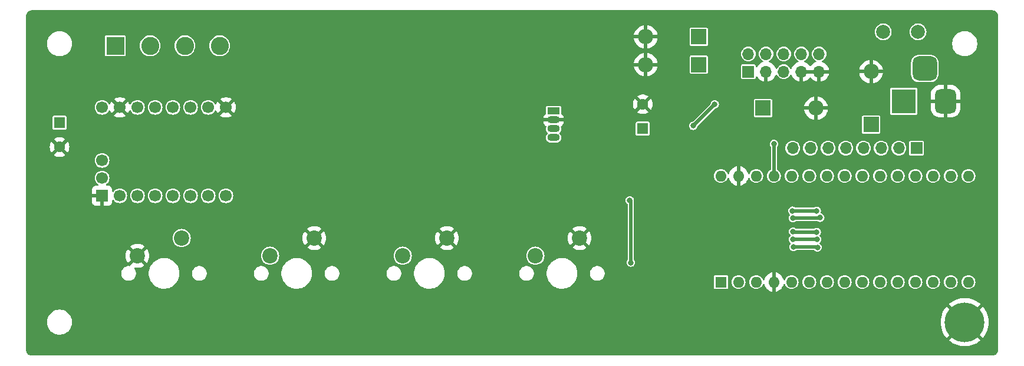
<source format=gbr>
%TF.GenerationSoftware,KiCad,Pcbnew,8.0.1*%
%TF.CreationDate,2024-04-18T10:21:10-04:00*%
%TF.ProjectId,Main-board-ArduinoNano,4d61696e-2d62-46f6-9172-642d41726475,rev?*%
%TF.SameCoordinates,Original*%
%TF.FileFunction,Copper,L2,Bot*%
%TF.FilePolarity,Positive*%
%FSLAX46Y46*%
G04 Gerber Fmt 4.6, Leading zero omitted, Abs format (unit mm)*
G04 Created by KiCad (PCBNEW 8.0.1) date 2024-04-18 10:21:10*
%MOMM*%
%LPD*%
G01*
G04 APERTURE LIST*
G04 Aperture macros list*
%AMRoundRect*
0 Rectangle with rounded corners*
0 $1 Rounding radius*
0 $2 $3 $4 $5 $6 $7 $8 $9 X,Y pos of 4 corners*
0 Add a 4 corners polygon primitive as box body*
4,1,4,$2,$3,$4,$5,$6,$7,$8,$9,$2,$3,0*
0 Add four circle primitives for the rounded corners*
1,1,$1+$1,$2,$3*
1,1,$1+$1,$4,$5*
1,1,$1+$1,$6,$7*
1,1,$1+$1,$8,$9*
0 Add four rect primitives between the rounded corners*
20,1,$1+$1,$2,$3,$4,$5,0*
20,1,$1+$1,$4,$5,$6,$7,0*
20,1,$1+$1,$6,$7,$8,$9,0*
20,1,$1+$1,$8,$9,$2,$3,0*%
G04 Aperture macros list end*
%TA.AperFunction,ComponentPad*%
%ADD10R,1.600000X1.600000*%
%TD*%
%TA.AperFunction,ComponentPad*%
%ADD11C,1.600000*%
%TD*%
%TA.AperFunction,ComponentPad*%
%ADD12C,2.000000*%
%TD*%
%TA.AperFunction,ComponentPad*%
%ADD13C,5.700000*%
%TD*%
%TA.AperFunction,ComponentPad*%
%ADD14C,2.200000*%
%TD*%
%TA.AperFunction,ComponentPad*%
%ADD15R,2.600000X2.600000*%
%TD*%
%TA.AperFunction,ComponentPad*%
%ADD16C,2.600000*%
%TD*%
%TA.AperFunction,ComponentPad*%
%ADD17R,1.700000X1.700000*%
%TD*%
%TA.AperFunction,ComponentPad*%
%ADD18O,1.700000X1.700000*%
%TD*%
%TA.AperFunction,ComponentPad*%
%ADD19R,3.500000X3.500000*%
%TD*%
%TA.AperFunction,ComponentPad*%
%ADD20RoundRect,0.750000X0.750000X1.000000X-0.750000X1.000000X-0.750000X-1.000000X0.750000X-1.000000X0*%
%TD*%
%TA.AperFunction,ComponentPad*%
%ADD21RoundRect,0.875000X0.875000X0.875000X-0.875000X0.875000X-0.875000X-0.875000X0.875000X-0.875000X0*%
%TD*%
%TA.AperFunction,ComponentPad*%
%ADD22R,2.200000X2.200000*%
%TD*%
%TA.AperFunction,ComponentPad*%
%ADD23O,2.200000X2.200000*%
%TD*%
%TA.AperFunction,ComponentPad*%
%ADD24O,1.600000X1.600000*%
%TD*%
%TA.AperFunction,ComponentPad*%
%ADD25C,1.700000*%
%TD*%
%TA.AperFunction,ComponentPad*%
%ADD26R,1.800000X1.070000*%
%TD*%
%TA.AperFunction,ComponentPad*%
%ADD27O,1.800000X1.070000*%
%TD*%
%TA.AperFunction,ViaPad*%
%ADD28C,0.800100*%
%TD*%
%TA.AperFunction,Conductor*%
%ADD29C,0.500000*%
%TD*%
G04 APERTURE END LIST*
D10*
%TO.P,C1,1*%
%TO.N,+5V*%
X88750000Y-17200000D03*
D11*
%TO.P,C1,2*%
%TO.N,GND*%
X88750000Y-13700000D03*
%TD*%
D12*
%TO.P,F1,1*%
%TO.N,+12V*%
X123300000Y-3300000D03*
%TO.P,F1,2*%
%TO.N,Net-(F1-Pad2)*%
X128300000Y-3300000D03*
%TD*%
D13*
%TO.P,H1,1,1*%
%TO.N,GND*%
X135000000Y-45000000D03*
%TD*%
D10*
%TO.P,C3,1*%
%TO.N,+12V*%
X5000000Y-16347349D03*
D11*
%TO.P,C3,2*%
%TO.N,GND*%
X5000000Y-19847349D03*
%TD*%
D14*
%TO.P,SW4,1,1*%
%TO.N,GND*%
X79690000Y-32920000D03*
%TO.P,SW4,2,2*%
%TO.N,DOWN-SWITCH*%
X73340000Y-35460000D03*
%TD*%
D15*
%TO.P,J8,1,Pin_1*%
%TO.N,Coil1-*%
X13000000Y-5305000D03*
D16*
%TO.P,J8,2,Pin_2*%
%TO.N,Coil1+*%
X18000000Y-5305000D03*
%TO.P,J8,3,Pin_3*%
%TO.N,Coil2+*%
X23000000Y-5305000D03*
%TO.P,J8,4,Pin_4*%
%TO.N,Coil2-*%
X28000000Y-5305000D03*
%TD*%
D17*
%TO.P,J3,1,Pin_1*%
%TO.N,Net-(A2-A0)*%
X128080000Y-20000000D03*
D18*
%TO.P,J3,2,Pin_2*%
%TO.N,Net-(A2-A1)*%
X125540000Y-20000000D03*
%TO.P,J3,3,Pin_3*%
%TO.N,Net-(A2-A2)*%
X123000000Y-20000000D03*
%TO.P,J3,4,Pin_4*%
%TO.N,Net-(A2-A3)*%
X120460000Y-20000000D03*
%TO.P,J3,5,Pin_5*%
%TO.N,Net-(A2-A4)*%
X117920000Y-20000000D03*
%TO.P,J3,6,Pin_6*%
%TO.N,Net-(A2-A5)*%
X115380000Y-20000000D03*
%TO.P,J3,7,Pin_7*%
%TO.N,Net-(A2-A6)*%
X112840000Y-20000000D03*
%TO.P,J3,8,Pin_8*%
%TO.N,Net-(A2-A7)*%
X110300000Y-20000000D03*
%TD*%
D19*
%TO.P,J1,1*%
%TO.N,Net-(F1-Pad2)*%
X126250000Y-13257500D03*
D20*
%TO.P,J1,2*%
%TO.N,GND*%
X132250000Y-13257500D03*
D21*
%TO.P,J1,3*%
%TO.N,N/C*%
X129250000Y-8557500D03*
%TD*%
D14*
%TO.P,SW1,1,1*%
%TO.N,RESET*%
X22540000Y-32920000D03*
%TO.P,SW1,2,2*%
%TO.N,GND*%
X16190000Y-35460000D03*
%TD*%
D22*
%TO.P,D1,1,K*%
%TO.N,+5V*%
X106030000Y-14250000D03*
D23*
%TO.P,D1,2,A*%
%TO.N,GND*%
X113650000Y-14250000D03*
%TD*%
D10*
%TO.P,A2,1,D1/TX*%
%TO.N,unconnected-(A2-D1{slash}TX-Pad1)*%
X99980000Y-39240000D03*
D24*
%TO.P,A2,2,D0/RX*%
%TO.N,unconnected-(A2-D0{slash}RX-Pad2)*%
X102520000Y-39240000D03*
%TO.P,A2,3,~{RESET}*%
%TO.N,RESET*%
X105060000Y-39240000D03*
%TO.P,A2,4,GND*%
%TO.N,GND*%
X107600000Y-39240000D03*
%TO.P,A2,5,D2*%
%TO.N,HX711-SCK{slash}SPI-MOSI{slash}I2C-SCL*%
X110140000Y-39240000D03*
%TO.P,A2,6,D3*%
%TO.N,HX711-DATA{slash}SPI-MISO*%
X112680000Y-39240000D03*
%TO.P,A2,7,D4*%
%TO.N,RGBLED*%
X115220000Y-39240000D03*
%TO.P,A2,8,D5*%
%TO.N,MS1*%
X117760000Y-39240000D03*
%TO.P,A2,9,D6*%
%TO.N,MS2*%
X120300000Y-39240000D03*
%TO.P,A2,10,D7*%
%TO.N,MS3*%
X122840000Y-39240000D03*
%TO.P,A2,11,D8*%
%TO.N,STEP*%
X125380000Y-39240000D03*
%TO.P,A2,12,D9*%
%TO.N,DIR*%
X127920000Y-39240000D03*
%TO.P,A2,13,D10*%
%TO.N,SWITCH-IN*%
X130460000Y-39240000D03*
%TO.P,A2,14,D11*%
%TO.N,DOWN-SWITCH*%
X133000000Y-39240000D03*
%TO.P,A2,15,D12*%
%TO.N,UP-SWITCH*%
X135540000Y-39240000D03*
%TO.P,A2,16,D13*%
%TO.N,START-SWITCH*%
X135540000Y-24000000D03*
%TO.P,A2,17,3V3*%
%TO.N,unconnected-(A2-3V3-Pad17)*%
X133000000Y-24000000D03*
%TO.P,A2,18,AREF*%
%TO.N,unconnected-(A2-AREF-Pad18)*%
X130460000Y-24000000D03*
%TO.P,A2,19,A0*%
%TO.N,Net-(A2-A0)*%
X127920000Y-24000000D03*
%TO.P,A2,20,A1*%
%TO.N,Net-(A2-A1)*%
X125380000Y-24000000D03*
%TO.P,A2,21,A2*%
%TO.N,Net-(A2-A2)*%
X122840000Y-24000000D03*
%TO.P,A2,22,A3*%
%TO.N,Net-(A2-A3)*%
X120300000Y-24000000D03*
%TO.P,A2,23,A4*%
%TO.N,Net-(A2-A4)*%
X117760000Y-24000000D03*
%TO.P,A2,24,A5*%
%TO.N,Net-(A2-A5)*%
X115220000Y-24000000D03*
%TO.P,A2,25,A6*%
%TO.N,Net-(A2-A6)*%
X112680000Y-24000000D03*
%TO.P,A2,26,A7*%
%TO.N,Net-(A2-A7)*%
X110140000Y-24000000D03*
%TO.P,A2,27,+5V*%
%TO.N,+5V*%
X107600000Y-24000000D03*
%TO.P,A2,28,~{RESET}*%
%TO.N,RESET*%
X105060000Y-24000000D03*
%TO.P,A2,29,GND*%
%TO.N,GND*%
X102520000Y-24000000D03*
%TO.P,A2,30,VIN*%
%TO.N,unconnected-(A2-VIN-Pad30)*%
X99980000Y-24000000D03*
%TD*%
D17*
%TO.P,U2,1,EN*%
%TO.N,GND*%
X11110000Y-26850000D03*
D25*
%TO.P,U2,2,MS1*%
%TO.N,MS1*%
X13650000Y-26850000D03*
%TO.P,U2,3,MS2*%
%TO.N,MS2*%
X16190000Y-26850000D03*
%TO.P,U2,4,MS3/UART*%
%TO.N,MS3*%
X18730000Y-26850000D03*
%TO.P,U2,5,RST/PDN*%
%TO.N,unconnected-(U2-RST{slash}PDN-Pad5)*%
X21270000Y-26850000D03*
%TO.P,U2,6,SLP*%
%TO.N,unconnected-(U2-SLP-Pad6)*%
X23810000Y-26850000D03*
%TO.P,U2,7,STEP*%
%TO.N,STEP*%
X26350000Y-26850000D03*
%TO.P,U2,8,DIR*%
%TO.N,DIR*%
X28890000Y-26850000D03*
%TO.P,U2,9,GND*%
%TO.N,GND*%
X28890000Y-14150000D03*
%TO.P,U2,10,VIO*%
%TO.N,+5V*%
X26350000Y-14150000D03*
%TO.P,U2,11,M1B*%
%TO.N,Coil2-*%
X23810000Y-14150000D03*
%TO.P,U2,12,M1A*%
%TO.N,Coil2+*%
X21270000Y-14150000D03*
%TO.P,U2,13,M2A*%
%TO.N,Coil1+*%
X18730000Y-14150000D03*
%TO.P,U2,14,M2B*%
%TO.N,Coil1-*%
X16190000Y-14150000D03*
%TO.P,U2,15,GND*%
%TO.N,GND*%
X13650000Y-14150000D03*
%TO.P,U2,16,VM*%
%TO.N,+12V*%
X11110000Y-14150000D03*
%TO.P,U2,17,VREF*%
%TO.N,unconnected-(U2-VREF-Pad17)*%
X11110000Y-24310000D03*
%TO.P,U2,18,INDEX*%
%TO.N,unconnected-(U2-INDEX-Pad18)*%
X11110000Y-21770000D03*
%TD*%
D22*
%TO.P,D3,1,K*%
%TO.N,SWITCH-IN*%
X121550000Y-16620000D03*
D23*
%TO.P,D3,2,A*%
%TO.N,GND*%
X121550000Y-9000000D03*
%TD*%
D17*
%TO.P,J2,1,Pin_1*%
%TO.N,+5V*%
X103920000Y-9020000D03*
D18*
%TO.P,J2,2,Pin_2*%
%TO.N,HX711-DATA{slash}SPI-MISO*%
X103920000Y-6480000D03*
%TO.P,J2,3,Pin_3*%
%TO.N,GND*%
X106460000Y-9020000D03*
%TO.P,J2,4,Pin_4*%
%TO.N,HX711-SCK{slash}SPI-MOSI{slash}I2C-SCL*%
X106460000Y-6480000D03*
%TO.P,J2,5,Pin_5*%
%TO.N,+5V*%
X109000000Y-9020000D03*
%TO.P,J2,6,Pin_6*%
%TO.N,SWITCH-IN*%
X109000000Y-6480000D03*
%TO.P,J2,7,Pin_7*%
%TO.N,GND*%
X111540000Y-9020000D03*
%TO.P,J2,8,Pin_8*%
%TO.N,SPI-SCK{slash}I2C-SDA*%
X111540000Y-6480000D03*
%TO.P,J2,9,Pin_9*%
%TO.N,GND*%
X114080000Y-9020000D03*
%TO.P,J2,10,Pin_10*%
%TO.N,SPI-CS*%
X114080000Y-6480000D03*
%TD*%
D14*
%TO.P,SW3,1,1*%
%TO.N,GND*%
X60640000Y-32920000D03*
%TO.P,SW3,2,2*%
%TO.N,START-SWITCH*%
X54290000Y-35460000D03*
%TD*%
D22*
%TO.P,D5,1,K*%
%TO.N,HX711-SCK{slash}SPI-MOSI{slash}I2C-SCL*%
X96810000Y-4000000D03*
D23*
%TO.P,D5,2,A*%
%TO.N,GND*%
X89190000Y-4000000D03*
%TD*%
D26*
%TO.P,LED1,1,DOUT*%
%TO.N,unconnected-(LED1-DOUT-Pad1)*%
X75950000Y-14680000D03*
D27*
%TO.P,LED1,2,GND*%
%TO.N,GND*%
X75950000Y-15950000D03*
%TO.P,LED1,3,VDD*%
%TO.N,+5V*%
X75950000Y-17220000D03*
%TO.P,LED1,4,DIN*%
%TO.N,RGBLED*%
X75950000Y-18490000D03*
%TD*%
D14*
%TO.P,SW2,1,1*%
%TO.N,GND*%
X41590000Y-32920000D03*
%TO.P,SW2,2,2*%
%TO.N,UP-SWITCH*%
X35240000Y-35460000D03*
%TD*%
D22*
%TO.P,D4,1,K*%
%TO.N,HX711-DATA{slash}SPI-MISO*%
X96810000Y-8000000D03*
D23*
%TO.P,D4,2,A*%
%TO.N,GND*%
X89190000Y-8000000D03*
%TD*%
D28*
%TO.N,GND*%
X86100000Y-35800000D03*
X15600000Y-3600000D03*
X85700000Y-27600000D03*
X29000000Y-18100000D03*
X109750000Y-31000000D03*
X99000000Y-15100000D03*
X113650000Y-35300000D03*
X108500000Y-21050000D03*
X113850000Y-31000000D03*
X86150000Y-32050000D03*
X110300000Y-35250000D03*
X25400000Y-3600000D03*
X88050000Y-35850000D03*
X88000000Y-27600000D03*
X97800000Y-13700000D03*
X106700000Y-20550000D03*
X34600000Y-25000000D03*
X86100000Y-34050000D03*
X87950000Y-32050000D03*
X95800000Y-15650000D03*
X97150000Y-17000000D03*
X87950000Y-34050000D03*
%TO.N,DIR*%
X113750000Y-29000000D03*
X110250000Y-29000000D03*
%TO.N,+5V*%
X96000000Y-16800000D03*
X107600000Y-19400000D03*
X99100000Y-13700000D03*
%TO.N,STEP*%
X114250000Y-30000000D03*
X110300000Y-30050000D03*
%TO.N,MS2*%
X110350000Y-33100000D03*
X113800000Y-33100000D03*
%TO.N,MS1*%
X110400000Y-34200000D03*
X113850000Y-34250000D03*
%TO.N,MS3*%
X110350000Y-32000000D03*
X113750000Y-32050000D03*
%TO.N,RGBLED*%
X86900000Y-27500000D03*
X87050000Y-36450000D03*
%TD*%
D29*
%TO.N,GND*%
X109750000Y-31000000D02*
X113850000Y-31000000D01*
%TO.N,DIR*%
X110250000Y-29000000D02*
X113750000Y-29000000D01*
%TO.N,+5V*%
X107600000Y-19400000D02*
X107600000Y-24000000D01*
X96000000Y-16800000D02*
X99100000Y-13700000D01*
%TO.N,STEP*%
X110300000Y-30050000D02*
X114200000Y-30050000D01*
X114200000Y-30050000D02*
X114250000Y-30000000D01*
%TO.N,MS2*%
X110350000Y-33100000D02*
X113800000Y-33100000D01*
%TO.N,MS1*%
X113800000Y-34200000D02*
X113850000Y-34250000D01*
X110400000Y-34200000D02*
X113800000Y-34200000D01*
%TO.N,MS3*%
X113750000Y-32050000D02*
X110400000Y-32050000D01*
X110400000Y-32050000D02*
X110350000Y-32000000D01*
%TO.N,RGBLED*%
X87050000Y-27650000D02*
X86900000Y-27500000D01*
X87050000Y-36450000D02*
X87050000Y-27650000D01*
%TD*%
%TA.AperFunction,Conductor*%
%TO.N,GND*%
G36*
X113614075Y-8827007D02*
G01*
X113580000Y-8954174D01*
X113580000Y-9085826D01*
X113614075Y-9212993D01*
X113646988Y-9270000D01*
X111973012Y-9270000D01*
X112005925Y-9212993D01*
X112040000Y-9085826D01*
X112040000Y-8954174D01*
X112005925Y-8827007D01*
X111973012Y-8770000D01*
X113646988Y-8770000D01*
X113614075Y-8827007D01*
G37*
%TD.AperFunction*%
%TA.AperFunction,Conductor*%
G36*
X138935056Y-200501D02*
G01*
X138960117Y-200501D01*
X138993812Y-200501D01*
X139006162Y-201108D01*
X139143620Y-214646D01*
X139167844Y-219464D01*
X139294081Y-257757D01*
X139316899Y-267208D01*
X139433230Y-329389D01*
X139433232Y-329390D01*
X139453770Y-343113D01*
X139555735Y-426794D01*
X139555738Y-426796D01*
X139573203Y-444261D01*
X139656886Y-546229D01*
X139670609Y-566767D01*
X139732789Y-683097D01*
X139742242Y-705918D01*
X139780535Y-832155D01*
X139785353Y-856379D01*
X139798892Y-993836D01*
X139799499Y-1006187D01*
X139799499Y-1054549D01*
X139799500Y-1054558D01*
X139799500Y-48949953D01*
X139799499Y-48949967D01*
X139799499Y-48993812D01*
X139798892Y-49006163D01*
X139785353Y-49143620D01*
X139780535Y-49167844D01*
X139742242Y-49294081D01*
X139732789Y-49316902D01*
X139670609Y-49433232D01*
X139656886Y-49453770D01*
X139573203Y-49555738D01*
X139555738Y-49573203D01*
X139453770Y-49656886D01*
X139433232Y-49670609D01*
X139316902Y-49732789D01*
X139294081Y-49742242D01*
X139167844Y-49780535D01*
X139143620Y-49785353D01*
X139021412Y-49797390D01*
X139006161Y-49798892D01*
X138993812Y-49799499D01*
X138945450Y-49799499D01*
X138945442Y-49799500D01*
X1006187Y-49799500D01*
X993837Y-49798893D01*
X856374Y-49785354D01*
X832148Y-49780535D01*
X804127Y-49772035D01*
X705921Y-49742244D01*
X683102Y-49732792D01*
X566767Y-49670610D01*
X546230Y-49656888D01*
X444261Y-49573205D01*
X426794Y-49555738D01*
X348907Y-49460832D01*
X343110Y-49453768D01*
X329389Y-49433232D01*
X267207Y-49316897D01*
X257755Y-49294078D01*
X253823Y-49281117D01*
X219462Y-49167843D01*
X214646Y-49143629D01*
X201107Y-49006162D01*
X200500Y-48993813D01*
X200500Y-45118013D01*
X3199500Y-45118013D01*
X3230305Y-45352007D01*
X3230307Y-45352014D01*
X3291394Y-45579993D01*
X3381716Y-45798049D01*
X3381717Y-45798050D01*
X3381722Y-45798061D01*
X3499724Y-46002446D01*
X3499726Y-46002449D01*
X3499727Y-46002450D01*
X3643408Y-46189699D01*
X3643412Y-46189703D01*
X3643417Y-46189709D01*
X3810290Y-46356582D01*
X3810295Y-46356586D01*
X3810301Y-46356592D01*
X3997550Y-46500273D01*
X3997553Y-46500275D01*
X4201938Y-46618277D01*
X4201942Y-46618278D01*
X4201951Y-46618284D01*
X4420007Y-46708606D01*
X4647986Y-46769693D01*
X4647990Y-46769693D01*
X4647992Y-46769694D01*
X4708300Y-46777633D01*
X4881989Y-46800500D01*
X4881996Y-46800500D01*
X5118004Y-46800500D01*
X5118011Y-46800500D01*
X5329491Y-46772658D01*
X5352007Y-46769694D01*
X5352007Y-46769693D01*
X5352014Y-46769693D01*
X5579993Y-46708606D01*
X5798049Y-46618284D01*
X6002450Y-46500273D01*
X6189699Y-46356592D01*
X6356592Y-46189699D01*
X6500273Y-46002450D01*
X6618284Y-45798049D01*
X6708606Y-45579993D01*
X6769693Y-45352014D01*
X6800500Y-45118011D01*
X6800500Y-45000003D01*
X131544933Y-45000003D01*
X131565187Y-45373558D01*
X131625710Y-45742733D01*
X131625710Y-45742736D01*
X131725793Y-46103201D01*
X131725793Y-46103204D01*
X131864261Y-46450734D01*
X131864265Y-46450742D01*
X132039498Y-46781268D01*
X132039500Y-46781272D01*
X132249444Y-47090915D01*
X132249443Y-47090915D01*
X132390024Y-47256420D01*
X133705747Y-45940697D01*
X133779588Y-46042330D01*
X133957670Y-46220412D01*
X134059300Y-46294251D01*
X132741151Y-47612400D01*
X132763232Y-47633316D01*
X132763238Y-47633321D01*
X133061056Y-47859717D01*
X133061062Y-47859721D01*
X133381615Y-48052591D01*
X133381622Y-48052595D01*
X133721136Y-48209672D01*
X133721148Y-48209677D01*
X134075662Y-48329126D01*
X134075679Y-48329131D01*
X134441015Y-48409548D01*
X134441043Y-48409553D01*
X134812938Y-48449999D01*
X134812954Y-48450000D01*
X135187046Y-48450000D01*
X135187061Y-48449999D01*
X135558956Y-48409553D01*
X135558984Y-48409548D01*
X135924320Y-48329131D01*
X135924337Y-48329126D01*
X136278851Y-48209677D01*
X136278863Y-48209672D01*
X136618377Y-48052595D01*
X136618384Y-48052591D01*
X136938937Y-47859721D01*
X136938943Y-47859717D01*
X137236760Y-47633323D01*
X137258847Y-47612400D01*
X135940698Y-46294251D01*
X136042330Y-46220412D01*
X136220412Y-46042330D01*
X136294251Y-45940698D01*
X137609973Y-47256420D01*
X137609974Y-47256420D01*
X137750551Y-47090922D01*
X137750554Y-47090918D01*
X137960499Y-46781272D01*
X137960501Y-46781268D01*
X138135734Y-46450742D01*
X138135738Y-46450734D01*
X138274206Y-46103204D01*
X138274206Y-46103201D01*
X138374289Y-45742736D01*
X138374289Y-45742733D01*
X138434812Y-45373558D01*
X138455067Y-45000003D01*
X138455067Y-44999996D01*
X138434812Y-44626441D01*
X138374289Y-44257266D01*
X138374289Y-44257263D01*
X138274206Y-43896798D01*
X138274206Y-43896795D01*
X138135738Y-43549265D01*
X138135734Y-43549257D01*
X137960501Y-43218731D01*
X137960499Y-43218727D01*
X137750555Y-42909084D01*
X137750556Y-42909084D01*
X137609974Y-42743578D01*
X136294251Y-44059300D01*
X136220412Y-43957670D01*
X136042330Y-43779588D01*
X135940698Y-43705748D01*
X137258847Y-42387598D01*
X137236767Y-42366683D01*
X137236761Y-42366678D01*
X136938943Y-42140282D01*
X136938937Y-42140278D01*
X136618384Y-41947408D01*
X136618377Y-41947404D01*
X136278863Y-41790327D01*
X136278851Y-41790322D01*
X135924337Y-41670873D01*
X135924320Y-41670868D01*
X135558984Y-41590451D01*
X135558956Y-41590446D01*
X135187061Y-41550000D01*
X134812938Y-41550000D01*
X134441043Y-41590446D01*
X134441015Y-41590451D01*
X134075679Y-41670868D01*
X134075662Y-41670873D01*
X133721148Y-41790322D01*
X133721136Y-41790327D01*
X133381622Y-41947404D01*
X133381615Y-41947408D01*
X133061062Y-42140278D01*
X133061056Y-42140282D01*
X132763245Y-42366672D01*
X132741152Y-42387599D01*
X134059301Y-43705748D01*
X133957670Y-43779588D01*
X133779588Y-43957670D01*
X133705748Y-44059301D01*
X132390025Y-42743578D01*
X132249443Y-42909085D01*
X132039500Y-43218727D01*
X132039498Y-43218731D01*
X131864265Y-43549257D01*
X131864261Y-43549265D01*
X131725793Y-43896795D01*
X131725793Y-43896798D01*
X131625710Y-44257263D01*
X131625710Y-44257266D01*
X131565187Y-44626441D01*
X131544933Y-44999996D01*
X131544933Y-45000003D01*
X6800500Y-45000003D01*
X6800500Y-44881989D01*
X6769693Y-44647986D01*
X6708606Y-44420007D01*
X6618284Y-44201951D01*
X6618278Y-44201942D01*
X6618277Y-44201938D01*
X6500275Y-43997553D01*
X6422963Y-43896798D01*
X6356592Y-43810301D01*
X6356586Y-43810295D01*
X6356582Y-43810290D01*
X6189709Y-43643417D01*
X6189703Y-43643412D01*
X6189699Y-43643408D01*
X6002450Y-43499727D01*
X6002449Y-43499726D01*
X6002446Y-43499724D01*
X5798061Y-43381722D01*
X5798053Y-43381718D01*
X5798049Y-43381716D01*
X5579993Y-43291394D01*
X5352014Y-43230307D01*
X5352007Y-43230305D01*
X5118013Y-43199500D01*
X5118011Y-43199500D01*
X4881989Y-43199500D01*
X4881986Y-43199500D01*
X4647992Y-43230305D01*
X4420011Y-43291393D01*
X4420007Y-43291394D01*
X4201949Y-43381717D01*
X4201938Y-43381722D01*
X3997553Y-43499724D01*
X3810301Y-43643408D01*
X3810290Y-43643417D01*
X3643417Y-43810290D01*
X3643408Y-43810301D01*
X3499724Y-43997553D01*
X3381722Y-44201938D01*
X3381717Y-44201949D01*
X3291394Y-44420007D01*
X3291393Y-44420011D01*
X3230305Y-44647992D01*
X3199500Y-44881986D01*
X3199500Y-45118013D01*
X200500Y-45118013D01*
X200500Y-38103467D01*
X13869500Y-38103467D01*
X13898873Y-38251133D01*
X13909870Y-38306420D01*
X13989059Y-38497598D01*
X14038365Y-38571390D01*
X14104024Y-38669656D01*
X14104029Y-38669662D01*
X14250337Y-38815970D01*
X14250343Y-38815975D01*
X14250345Y-38815977D01*
X14422402Y-38930941D01*
X14613580Y-39010130D01*
X14816535Y-39050500D01*
X14816536Y-39050500D01*
X15023464Y-39050500D01*
X15023465Y-39050500D01*
X15226420Y-39010130D01*
X15417598Y-38930941D01*
X15589655Y-38815977D01*
X15735977Y-38669655D01*
X15850941Y-38497598D01*
X15930130Y-38306420D01*
X15962391Y-38144230D01*
X17799500Y-38144230D01*
X17837149Y-38430210D01*
X17837151Y-38430217D01*
X17911809Y-38708845D01*
X18022196Y-38975345D01*
X18022197Y-38975346D01*
X18022202Y-38975356D01*
X18042279Y-39010130D01*
X18166425Y-39225156D01*
X18342026Y-39454004D01*
X18342030Y-39454008D01*
X18342035Y-39454014D01*
X18545985Y-39657964D01*
X18545990Y-39657968D01*
X18545996Y-39657974D01*
X18774844Y-39833575D01*
X19024655Y-39977804D01*
X19291155Y-40088191D01*
X19569783Y-40162849D01*
X19569787Y-40162849D01*
X19569789Y-40162850D01*
X19643496Y-40172553D01*
X19855772Y-40200500D01*
X19855779Y-40200500D01*
X20144221Y-40200500D01*
X20144228Y-40200500D01*
X20402691Y-40166472D01*
X20430210Y-40162850D01*
X20430210Y-40162849D01*
X20430217Y-40162849D01*
X20708845Y-40088191D01*
X20975345Y-39977804D01*
X21225156Y-39833575D01*
X21454004Y-39657974D01*
X21657974Y-39454004D01*
X21833575Y-39225156D01*
X21977804Y-38975345D01*
X22088191Y-38708845D01*
X22162849Y-38430217D01*
X22200500Y-38144228D01*
X22200500Y-38103467D01*
X24029500Y-38103467D01*
X24058873Y-38251133D01*
X24069870Y-38306420D01*
X24149059Y-38497598D01*
X24198365Y-38571390D01*
X24264024Y-38669656D01*
X24264029Y-38669662D01*
X24410337Y-38815970D01*
X24410343Y-38815975D01*
X24410345Y-38815977D01*
X24582402Y-38930941D01*
X24773580Y-39010130D01*
X24976535Y-39050500D01*
X24976536Y-39050500D01*
X25183464Y-39050500D01*
X25183465Y-39050500D01*
X25386420Y-39010130D01*
X25577598Y-38930941D01*
X25749655Y-38815977D01*
X25895977Y-38669655D01*
X26010941Y-38497598D01*
X26090130Y-38306420D01*
X26130500Y-38103467D01*
X32919500Y-38103467D01*
X32948873Y-38251133D01*
X32959870Y-38306420D01*
X33039059Y-38497598D01*
X33088365Y-38571390D01*
X33154024Y-38669656D01*
X33154029Y-38669662D01*
X33300337Y-38815970D01*
X33300343Y-38815975D01*
X33300345Y-38815977D01*
X33472402Y-38930941D01*
X33663580Y-39010130D01*
X33866535Y-39050500D01*
X33866536Y-39050500D01*
X34073464Y-39050500D01*
X34073465Y-39050500D01*
X34276420Y-39010130D01*
X34467598Y-38930941D01*
X34639655Y-38815977D01*
X34785977Y-38669655D01*
X34900941Y-38497598D01*
X34980130Y-38306420D01*
X35012391Y-38144230D01*
X36849500Y-38144230D01*
X36887149Y-38430210D01*
X36887151Y-38430217D01*
X36961809Y-38708845D01*
X37072196Y-38975345D01*
X37072197Y-38975346D01*
X37072202Y-38975356D01*
X37092279Y-39010130D01*
X37216425Y-39225156D01*
X37392026Y-39454004D01*
X37392030Y-39454008D01*
X37392035Y-39454014D01*
X37595985Y-39657964D01*
X37595990Y-39657968D01*
X37595996Y-39657974D01*
X37824844Y-39833575D01*
X38074655Y-39977804D01*
X38341155Y-40088191D01*
X38619783Y-40162849D01*
X38619787Y-40162849D01*
X38619789Y-40162850D01*
X38693496Y-40172553D01*
X38905772Y-40200500D01*
X38905779Y-40200500D01*
X39194221Y-40200500D01*
X39194228Y-40200500D01*
X39452691Y-40166472D01*
X39480210Y-40162850D01*
X39480210Y-40162849D01*
X39480217Y-40162849D01*
X39758845Y-40088191D01*
X40025345Y-39977804D01*
X40275156Y-39833575D01*
X40504004Y-39657974D01*
X40707974Y-39454004D01*
X40883575Y-39225156D01*
X41027804Y-38975345D01*
X41138191Y-38708845D01*
X41212849Y-38430217D01*
X41250500Y-38144228D01*
X41250500Y-38103467D01*
X43079500Y-38103467D01*
X43108873Y-38251133D01*
X43119870Y-38306420D01*
X43199059Y-38497598D01*
X43248365Y-38571390D01*
X43314024Y-38669656D01*
X43314029Y-38669662D01*
X43460337Y-38815970D01*
X43460343Y-38815975D01*
X43460345Y-38815977D01*
X43632402Y-38930941D01*
X43823580Y-39010130D01*
X44026535Y-39050500D01*
X44026536Y-39050500D01*
X44233464Y-39050500D01*
X44233465Y-39050500D01*
X44436420Y-39010130D01*
X44627598Y-38930941D01*
X44799655Y-38815977D01*
X44945977Y-38669655D01*
X45060941Y-38497598D01*
X45140130Y-38306420D01*
X45180500Y-38103467D01*
X51969500Y-38103467D01*
X51998873Y-38251133D01*
X52009870Y-38306420D01*
X52089059Y-38497598D01*
X52138365Y-38571390D01*
X52204024Y-38669656D01*
X52204029Y-38669662D01*
X52350337Y-38815970D01*
X52350343Y-38815975D01*
X52350345Y-38815977D01*
X52522402Y-38930941D01*
X52713580Y-39010130D01*
X52916535Y-39050500D01*
X52916536Y-39050500D01*
X53123464Y-39050500D01*
X53123465Y-39050500D01*
X53326420Y-39010130D01*
X53517598Y-38930941D01*
X53689655Y-38815977D01*
X53835977Y-38669655D01*
X53950941Y-38497598D01*
X54030130Y-38306420D01*
X54062391Y-38144230D01*
X55899500Y-38144230D01*
X55937149Y-38430210D01*
X55937151Y-38430217D01*
X56011809Y-38708845D01*
X56122196Y-38975345D01*
X56122197Y-38975346D01*
X56122202Y-38975356D01*
X56142279Y-39010130D01*
X56266425Y-39225156D01*
X56442026Y-39454004D01*
X56442030Y-39454008D01*
X56442035Y-39454014D01*
X56645985Y-39657964D01*
X56645990Y-39657968D01*
X56645996Y-39657974D01*
X56874844Y-39833575D01*
X57124655Y-39977804D01*
X57391155Y-40088191D01*
X57669783Y-40162849D01*
X57669787Y-40162849D01*
X57669789Y-40162850D01*
X57743496Y-40172553D01*
X57955772Y-40200500D01*
X57955779Y-40200500D01*
X58244221Y-40200500D01*
X58244228Y-40200500D01*
X58502691Y-40166472D01*
X58530210Y-40162850D01*
X58530210Y-40162849D01*
X58530217Y-40162849D01*
X58808845Y-40088191D01*
X59075345Y-39977804D01*
X59325156Y-39833575D01*
X59554004Y-39657974D01*
X59757974Y-39454004D01*
X59933575Y-39225156D01*
X60077804Y-38975345D01*
X60188191Y-38708845D01*
X60262849Y-38430217D01*
X60300500Y-38144228D01*
X60300500Y-38103467D01*
X62129500Y-38103467D01*
X62158873Y-38251133D01*
X62169870Y-38306420D01*
X62249059Y-38497598D01*
X62298365Y-38571390D01*
X62364024Y-38669656D01*
X62364029Y-38669662D01*
X62510337Y-38815970D01*
X62510343Y-38815975D01*
X62510345Y-38815977D01*
X62682402Y-38930941D01*
X62873580Y-39010130D01*
X63076535Y-39050500D01*
X63076536Y-39050500D01*
X63283464Y-39050500D01*
X63283465Y-39050500D01*
X63486420Y-39010130D01*
X63677598Y-38930941D01*
X63849655Y-38815977D01*
X63995977Y-38669655D01*
X64110941Y-38497598D01*
X64190130Y-38306420D01*
X64230500Y-38103467D01*
X71019500Y-38103467D01*
X71048873Y-38251133D01*
X71059870Y-38306420D01*
X71139059Y-38497598D01*
X71188365Y-38571390D01*
X71254024Y-38669656D01*
X71254029Y-38669662D01*
X71400337Y-38815970D01*
X71400343Y-38815975D01*
X71400345Y-38815977D01*
X71572402Y-38930941D01*
X71763580Y-39010130D01*
X71966535Y-39050500D01*
X71966536Y-39050500D01*
X72173464Y-39050500D01*
X72173465Y-39050500D01*
X72376420Y-39010130D01*
X72567598Y-38930941D01*
X72739655Y-38815977D01*
X72885977Y-38669655D01*
X73000941Y-38497598D01*
X73080130Y-38306420D01*
X73112391Y-38144230D01*
X74949500Y-38144230D01*
X74987149Y-38430210D01*
X74987151Y-38430217D01*
X75061809Y-38708845D01*
X75172196Y-38975345D01*
X75172197Y-38975346D01*
X75172202Y-38975356D01*
X75192279Y-39010130D01*
X75316425Y-39225156D01*
X75492026Y-39454004D01*
X75492030Y-39454008D01*
X75492035Y-39454014D01*
X75695985Y-39657964D01*
X75695990Y-39657968D01*
X75695996Y-39657974D01*
X75924844Y-39833575D01*
X76174655Y-39977804D01*
X76441155Y-40088191D01*
X76719783Y-40162849D01*
X76719787Y-40162849D01*
X76719789Y-40162850D01*
X76793496Y-40172553D01*
X77005772Y-40200500D01*
X77005779Y-40200500D01*
X77294221Y-40200500D01*
X77294228Y-40200500D01*
X77552691Y-40166472D01*
X77580210Y-40162850D01*
X77580210Y-40162849D01*
X77580217Y-40162849D01*
X77858845Y-40088191D01*
X77927508Y-40059750D01*
X98979500Y-40059750D01*
X98988072Y-40102845D01*
X98991133Y-40118231D01*
X99035448Y-40184552D01*
X99101769Y-40228867D01*
X99160252Y-40240500D01*
X99160253Y-40240500D01*
X100799747Y-40240500D01*
X100799748Y-40240500D01*
X100858231Y-40228867D01*
X100924552Y-40184552D01*
X100968867Y-40118231D01*
X100980500Y-40059748D01*
X100980500Y-39240003D01*
X101514659Y-39240003D01*
X101533974Y-39436124D01*
X101533974Y-39436126D01*
X101591186Y-39624728D01*
X101634587Y-39705925D01*
X101684090Y-39798538D01*
X101809117Y-39950883D01*
X101961462Y-40075910D01*
X102135273Y-40168814D01*
X102323868Y-40226024D01*
X102323872Y-40226024D01*
X102323874Y-40226025D01*
X102519997Y-40245341D01*
X102520000Y-40245341D01*
X102520003Y-40245341D01*
X102716124Y-40226025D01*
X102716126Y-40226025D01*
X102716127Y-40226024D01*
X102716132Y-40226024D01*
X102904727Y-40168814D01*
X103078538Y-40075910D01*
X103230883Y-39950883D01*
X103355910Y-39798538D01*
X103448814Y-39624727D01*
X103506024Y-39436132D01*
X103525341Y-39240003D01*
X104054659Y-39240003D01*
X104073974Y-39436124D01*
X104073974Y-39436126D01*
X104131186Y-39624728D01*
X104174587Y-39705925D01*
X104224090Y-39798538D01*
X104349117Y-39950883D01*
X104501462Y-40075910D01*
X104675273Y-40168814D01*
X104863868Y-40226024D01*
X104863872Y-40226024D01*
X104863874Y-40226025D01*
X105059997Y-40245341D01*
X105060000Y-40245341D01*
X105060003Y-40245341D01*
X105256124Y-40226025D01*
X105256126Y-40226025D01*
X105256127Y-40226024D01*
X105256132Y-40226024D01*
X105444727Y-40168814D01*
X105618538Y-40075910D01*
X105770883Y-39950883D01*
X105895910Y-39798538D01*
X105988814Y-39624727D01*
X106001421Y-39583167D01*
X106040334Y-39523787D01*
X106105175Y-39494871D01*
X106175356Y-39505600D01*
X106228596Y-39552569D01*
X106244139Y-39588812D01*
X106271316Y-39696133D01*
X106271319Y-39696140D01*
X106364516Y-39908609D01*
X106491416Y-40102845D01*
X106648549Y-40273537D01*
X106831652Y-40416052D01*
X107035699Y-40526477D01*
X107035701Y-40526478D01*
X107255140Y-40601811D01*
X107350000Y-40617639D01*
X107350000Y-39673012D01*
X107407007Y-39705925D01*
X107534174Y-39740000D01*
X107665826Y-39740000D01*
X107792993Y-39705925D01*
X107850000Y-39673012D01*
X107850000Y-40617639D01*
X107944859Y-40601811D01*
X108164298Y-40526478D01*
X108164300Y-40526477D01*
X108368347Y-40416052D01*
X108551450Y-40273537D01*
X108708583Y-40102845D01*
X108835483Y-39908609D01*
X108928680Y-39696141D01*
X108955859Y-39588813D01*
X108991972Y-39527686D01*
X109055399Y-39495787D01*
X109126003Y-39503243D01*
X109181367Y-39547687D01*
X109198578Y-39583167D01*
X109211183Y-39624721D01*
X109211185Y-39624726D01*
X109254587Y-39705925D01*
X109304090Y-39798538D01*
X109429117Y-39950883D01*
X109581462Y-40075910D01*
X109755273Y-40168814D01*
X109943868Y-40226024D01*
X109943872Y-40226024D01*
X109943874Y-40226025D01*
X110139997Y-40245341D01*
X110140000Y-40245341D01*
X110140003Y-40245341D01*
X110336124Y-40226025D01*
X110336126Y-40226025D01*
X110336127Y-40226024D01*
X110336132Y-40226024D01*
X110524727Y-40168814D01*
X110698538Y-40075910D01*
X110850883Y-39950883D01*
X110975910Y-39798538D01*
X111068814Y-39624727D01*
X111126024Y-39436132D01*
X111145341Y-39240003D01*
X111674659Y-39240003D01*
X111693974Y-39436124D01*
X111693974Y-39436126D01*
X111751186Y-39624728D01*
X111794587Y-39705925D01*
X111844090Y-39798538D01*
X111969117Y-39950883D01*
X112121462Y-40075910D01*
X112295273Y-40168814D01*
X112483868Y-40226024D01*
X112483872Y-40226024D01*
X112483874Y-40226025D01*
X112679997Y-40245341D01*
X112680000Y-40245341D01*
X112680003Y-40245341D01*
X112876124Y-40226025D01*
X112876126Y-40226025D01*
X112876127Y-40226024D01*
X112876132Y-40226024D01*
X113064727Y-40168814D01*
X113238538Y-40075910D01*
X113390883Y-39950883D01*
X113515910Y-39798538D01*
X113608814Y-39624727D01*
X113666024Y-39436132D01*
X113685341Y-39240003D01*
X114214659Y-39240003D01*
X114233974Y-39436124D01*
X114233974Y-39436126D01*
X114291186Y-39624728D01*
X114334587Y-39705925D01*
X114384090Y-39798538D01*
X114509117Y-39950883D01*
X114661462Y-40075910D01*
X114835273Y-40168814D01*
X115023868Y-40226024D01*
X115023872Y-40226024D01*
X115023874Y-40226025D01*
X115219997Y-40245341D01*
X115220000Y-40245341D01*
X115220003Y-40245341D01*
X115416124Y-40226025D01*
X115416126Y-40226025D01*
X115416127Y-40226024D01*
X115416132Y-40226024D01*
X115604727Y-40168814D01*
X115778538Y-40075910D01*
X115930883Y-39950883D01*
X116055910Y-39798538D01*
X116148814Y-39624727D01*
X116206024Y-39436132D01*
X116225341Y-39240003D01*
X116754659Y-39240003D01*
X116773974Y-39436124D01*
X116773974Y-39436126D01*
X116831186Y-39624728D01*
X116874587Y-39705925D01*
X116924090Y-39798538D01*
X117049117Y-39950883D01*
X117201462Y-40075910D01*
X117375273Y-40168814D01*
X117563868Y-40226024D01*
X117563872Y-40226024D01*
X117563874Y-40226025D01*
X117759997Y-40245341D01*
X117760000Y-40245341D01*
X117760003Y-40245341D01*
X117956124Y-40226025D01*
X117956126Y-40226025D01*
X117956127Y-40226024D01*
X117956132Y-40226024D01*
X118144727Y-40168814D01*
X118318538Y-40075910D01*
X118470883Y-39950883D01*
X118595910Y-39798538D01*
X118688814Y-39624727D01*
X118746024Y-39436132D01*
X118765341Y-39240003D01*
X119294659Y-39240003D01*
X119313974Y-39436124D01*
X119313974Y-39436126D01*
X119371186Y-39624728D01*
X119414587Y-39705925D01*
X119464090Y-39798538D01*
X119589117Y-39950883D01*
X119741462Y-40075910D01*
X119915273Y-40168814D01*
X120103868Y-40226024D01*
X120103872Y-40226024D01*
X120103874Y-40226025D01*
X120299997Y-40245341D01*
X120300000Y-40245341D01*
X120300003Y-40245341D01*
X120496124Y-40226025D01*
X120496126Y-40226025D01*
X120496127Y-40226024D01*
X120496132Y-40226024D01*
X120684727Y-40168814D01*
X120858538Y-40075910D01*
X121010883Y-39950883D01*
X121135910Y-39798538D01*
X121228814Y-39624727D01*
X121286024Y-39436132D01*
X121305341Y-39240003D01*
X121834659Y-39240003D01*
X121853974Y-39436124D01*
X121853974Y-39436126D01*
X121911186Y-39624728D01*
X121954587Y-39705925D01*
X122004090Y-39798538D01*
X122129117Y-39950883D01*
X122281462Y-40075910D01*
X122455273Y-40168814D01*
X122643868Y-40226024D01*
X122643872Y-40226024D01*
X122643874Y-40226025D01*
X122839997Y-40245341D01*
X122840000Y-40245341D01*
X122840003Y-40245341D01*
X123036124Y-40226025D01*
X123036126Y-40226025D01*
X123036127Y-40226024D01*
X123036132Y-40226024D01*
X123224727Y-40168814D01*
X123398538Y-40075910D01*
X123550883Y-39950883D01*
X123675910Y-39798538D01*
X123768814Y-39624727D01*
X123826024Y-39436132D01*
X123845341Y-39240003D01*
X124374659Y-39240003D01*
X124393974Y-39436124D01*
X124393974Y-39436126D01*
X124451186Y-39624728D01*
X124494587Y-39705925D01*
X124544090Y-39798538D01*
X124669117Y-39950883D01*
X124821462Y-40075910D01*
X124995273Y-40168814D01*
X125183868Y-40226024D01*
X125183872Y-40226024D01*
X125183874Y-40226025D01*
X125379997Y-40245341D01*
X125380000Y-40245341D01*
X125380003Y-40245341D01*
X125576124Y-40226025D01*
X125576126Y-40226025D01*
X125576127Y-40226024D01*
X125576132Y-40226024D01*
X125764727Y-40168814D01*
X125938538Y-40075910D01*
X126090883Y-39950883D01*
X126215910Y-39798538D01*
X126308814Y-39624727D01*
X126366024Y-39436132D01*
X126385341Y-39240003D01*
X126914659Y-39240003D01*
X126933974Y-39436124D01*
X126933974Y-39436126D01*
X126991186Y-39624728D01*
X127034587Y-39705925D01*
X127084090Y-39798538D01*
X127209117Y-39950883D01*
X127361462Y-40075910D01*
X127535273Y-40168814D01*
X127723868Y-40226024D01*
X127723872Y-40226024D01*
X127723874Y-40226025D01*
X127919997Y-40245341D01*
X127920000Y-40245341D01*
X127920003Y-40245341D01*
X128116124Y-40226025D01*
X128116126Y-40226025D01*
X128116127Y-40226024D01*
X128116132Y-40226024D01*
X128304727Y-40168814D01*
X128478538Y-40075910D01*
X128630883Y-39950883D01*
X128755910Y-39798538D01*
X128848814Y-39624727D01*
X128906024Y-39436132D01*
X128925341Y-39240003D01*
X129454659Y-39240003D01*
X129473974Y-39436124D01*
X129473974Y-39436126D01*
X129531186Y-39624728D01*
X129574587Y-39705925D01*
X129624090Y-39798538D01*
X129749117Y-39950883D01*
X129901462Y-40075910D01*
X130075273Y-40168814D01*
X130263868Y-40226024D01*
X130263872Y-40226024D01*
X130263874Y-40226025D01*
X130459997Y-40245341D01*
X130460000Y-40245341D01*
X130460003Y-40245341D01*
X130656124Y-40226025D01*
X130656126Y-40226025D01*
X130656127Y-40226024D01*
X130656132Y-40226024D01*
X130844727Y-40168814D01*
X131018538Y-40075910D01*
X131170883Y-39950883D01*
X131295910Y-39798538D01*
X131388814Y-39624727D01*
X131446024Y-39436132D01*
X131465341Y-39240003D01*
X131994659Y-39240003D01*
X132013974Y-39436124D01*
X132013974Y-39436126D01*
X132071186Y-39624728D01*
X132114587Y-39705925D01*
X132164090Y-39798538D01*
X132289117Y-39950883D01*
X132441462Y-40075910D01*
X132615273Y-40168814D01*
X132803868Y-40226024D01*
X132803872Y-40226024D01*
X132803874Y-40226025D01*
X132999997Y-40245341D01*
X133000000Y-40245341D01*
X133000003Y-40245341D01*
X133196124Y-40226025D01*
X133196126Y-40226025D01*
X133196127Y-40226024D01*
X133196132Y-40226024D01*
X133384727Y-40168814D01*
X133558538Y-40075910D01*
X133710883Y-39950883D01*
X133835910Y-39798538D01*
X133928814Y-39624727D01*
X133986024Y-39436132D01*
X134005341Y-39240003D01*
X134534659Y-39240003D01*
X134553974Y-39436124D01*
X134553974Y-39436126D01*
X134611186Y-39624728D01*
X134654587Y-39705925D01*
X134704090Y-39798538D01*
X134829117Y-39950883D01*
X134981462Y-40075910D01*
X135155273Y-40168814D01*
X135343868Y-40226024D01*
X135343872Y-40226024D01*
X135343874Y-40226025D01*
X135539997Y-40245341D01*
X135540000Y-40245341D01*
X135540003Y-40245341D01*
X135736124Y-40226025D01*
X135736126Y-40226025D01*
X135736127Y-40226024D01*
X135736132Y-40226024D01*
X135924727Y-40168814D01*
X136098538Y-40075910D01*
X136250883Y-39950883D01*
X136375910Y-39798538D01*
X136468814Y-39624727D01*
X136526024Y-39436132D01*
X136545341Y-39240000D01*
X136526025Y-39043875D01*
X136526025Y-39043873D01*
X136526024Y-39043870D01*
X136526024Y-39043868D01*
X136468814Y-38855273D01*
X136460597Y-38839901D01*
X136447806Y-38815970D01*
X136375910Y-38681462D01*
X136250883Y-38529117D01*
X136098538Y-38404090D01*
X135924728Y-38311186D01*
X135736125Y-38253974D01*
X135540003Y-38234659D01*
X135539997Y-38234659D01*
X135343875Y-38253974D01*
X135343873Y-38253974D01*
X135155271Y-38311186D01*
X134981461Y-38404090D01*
X134829117Y-38529117D01*
X134704090Y-38681461D01*
X134611186Y-38855271D01*
X134553974Y-39043873D01*
X134553974Y-39043875D01*
X134534659Y-39239996D01*
X134534659Y-39240003D01*
X134005341Y-39240003D01*
X134005341Y-39240000D01*
X133986025Y-39043875D01*
X133986025Y-39043873D01*
X133986024Y-39043870D01*
X133986024Y-39043868D01*
X133928814Y-38855273D01*
X133920597Y-38839901D01*
X133907806Y-38815970D01*
X133835910Y-38681462D01*
X133710883Y-38529117D01*
X133558538Y-38404090D01*
X133384728Y-38311186D01*
X133196125Y-38253974D01*
X133000003Y-38234659D01*
X132999997Y-38234659D01*
X132803875Y-38253974D01*
X132803873Y-38253974D01*
X132615271Y-38311186D01*
X132441461Y-38404090D01*
X132289117Y-38529117D01*
X132164090Y-38681461D01*
X132071186Y-38855271D01*
X132013974Y-39043873D01*
X132013974Y-39043875D01*
X131994659Y-39239996D01*
X131994659Y-39240003D01*
X131465341Y-39240003D01*
X131465341Y-39240000D01*
X131446025Y-39043875D01*
X131446025Y-39043873D01*
X131446024Y-39043870D01*
X131446024Y-39043868D01*
X131388814Y-38855273D01*
X131380597Y-38839901D01*
X131367806Y-38815970D01*
X131295910Y-38681462D01*
X131170883Y-38529117D01*
X131018538Y-38404090D01*
X130844728Y-38311186D01*
X130656125Y-38253974D01*
X130460003Y-38234659D01*
X130459997Y-38234659D01*
X130263875Y-38253974D01*
X130263873Y-38253974D01*
X130075271Y-38311186D01*
X129901461Y-38404090D01*
X129749117Y-38529117D01*
X129624090Y-38681461D01*
X129531186Y-38855271D01*
X129473974Y-39043873D01*
X129473974Y-39043875D01*
X129454659Y-39239996D01*
X129454659Y-39240003D01*
X128925341Y-39240003D01*
X128925341Y-39240000D01*
X128906025Y-39043875D01*
X128906025Y-39043873D01*
X128906024Y-39043870D01*
X128906024Y-39043868D01*
X128848814Y-38855273D01*
X128840597Y-38839901D01*
X128827806Y-38815970D01*
X128755910Y-38681462D01*
X128630883Y-38529117D01*
X128478538Y-38404090D01*
X128304728Y-38311186D01*
X128116125Y-38253974D01*
X127920003Y-38234659D01*
X127919997Y-38234659D01*
X127723875Y-38253974D01*
X127723873Y-38253974D01*
X127535271Y-38311186D01*
X127361461Y-38404090D01*
X127209117Y-38529117D01*
X127084090Y-38681461D01*
X126991186Y-38855271D01*
X126933974Y-39043873D01*
X126933974Y-39043875D01*
X126914659Y-39239996D01*
X126914659Y-39240003D01*
X126385341Y-39240003D01*
X126385341Y-39240000D01*
X126366025Y-39043875D01*
X126366025Y-39043873D01*
X126366024Y-39043870D01*
X126366024Y-39043868D01*
X126308814Y-38855273D01*
X126300597Y-38839901D01*
X126287806Y-38815970D01*
X126215910Y-38681462D01*
X126090883Y-38529117D01*
X125938538Y-38404090D01*
X125764728Y-38311186D01*
X125576125Y-38253974D01*
X125380003Y-38234659D01*
X125379997Y-38234659D01*
X125183875Y-38253974D01*
X125183873Y-38253974D01*
X124995271Y-38311186D01*
X124821461Y-38404090D01*
X124669117Y-38529117D01*
X124544090Y-38681461D01*
X124451186Y-38855271D01*
X124393974Y-39043873D01*
X124393974Y-39043875D01*
X124374659Y-39239996D01*
X124374659Y-39240003D01*
X123845341Y-39240003D01*
X123845341Y-39240000D01*
X123826025Y-39043875D01*
X123826025Y-39043873D01*
X123826024Y-39043870D01*
X123826024Y-39043868D01*
X123768814Y-38855273D01*
X123760597Y-38839901D01*
X123747806Y-38815970D01*
X123675910Y-38681462D01*
X123550883Y-38529117D01*
X123398538Y-38404090D01*
X123224728Y-38311186D01*
X123036125Y-38253974D01*
X122840003Y-38234659D01*
X122839997Y-38234659D01*
X122643875Y-38253974D01*
X122643873Y-38253974D01*
X122455271Y-38311186D01*
X122281461Y-38404090D01*
X122129117Y-38529117D01*
X122004090Y-38681461D01*
X121911186Y-38855271D01*
X121853974Y-39043873D01*
X121853974Y-39043875D01*
X121834659Y-39239996D01*
X121834659Y-39240003D01*
X121305341Y-39240003D01*
X121305341Y-39240000D01*
X121286025Y-39043875D01*
X121286025Y-39043873D01*
X121286024Y-39043870D01*
X121286024Y-39043868D01*
X121228814Y-38855273D01*
X121220597Y-38839901D01*
X121207806Y-38815970D01*
X121135910Y-38681462D01*
X121010883Y-38529117D01*
X120858538Y-38404090D01*
X120684728Y-38311186D01*
X120496125Y-38253974D01*
X120300003Y-38234659D01*
X120299997Y-38234659D01*
X120103875Y-38253974D01*
X120103873Y-38253974D01*
X119915271Y-38311186D01*
X119741461Y-38404090D01*
X119589117Y-38529117D01*
X119464090Y-38681461D01*
X119371186Y-38855271D01*
X119313974Y-39043873D01*
X119313974Y-39043875D01*
X119294659Y-39239996D01*
X119294659Y-39240003D01*
X118765341Y-39240003D01*
X118765341Y-39240000D01*
X118746025Y-39043875D01*
X118746025Y-39043873D01*
X118746024Y-39043870D01*
X118746024Y-39043868D01*
X118688814Y-38855273D01*
X118680597Y-38839901D01*
X118667806Y-38815970D01*
X118595910Y-38681462D01*
X118470883Y-38529117D01*
X118318538Y-38404090D01*
X118144728Y-38311186D01*
X117956125Y-38253974D01*
X117760003Y-38234659D01*
X117759997Y-38234659D01*
X117563875Y-38253974D01*
X117563873Y-38253974D01*
X117375271Y-38311186D01*
X117201461Y-38404090D01*
X117049117Y-38529117D01*
X116924090Y-38681461D01*
X116831186Y-38855271D01*
X116773974Y-39043873D01*
X116773974Y-39043875D01*
X116754659Y-39239996D01*
X116754659Y-39240003D01*
X116225341Y-39240003D01*
X116225341Y-39240000D01*
X116206025Y-39043875D01*
X116206025Y-39043873D01*
X116206024Y-39043870D01*
X116206024Y-39043868D01*
X116148814Y-38855273D01*
X116140597Y-38839901D01*
X116127806Y-38815970D01*
X116055910Y-38681462D01*
X115930883Y-38529117D01*
X115778538Y-38404090D01*
X115604728Y-38311186D01*
X115416125Y-38253974D01*
X115220003Y-38234659D01*
X115219997Y-38234659D01*
X115023875Y-38253974D01*
X115023873Y-38253974D01*
X114835271Y-38311186D01*
X114661461Y-38404090D01*
X114509117Y-38529117D01*
X114384090Y-38681461D01*
X114291186Y-38855271D01*
X114233974Y-39043873D01*
X114233974Y-39043875D01*
X114214659Y-39239996D01*
X114214659Y-39240003D01*
X113685341Y-39240003D01*
X113685341Y-39240000D01*
X113666025Y-39043875D01*
X113666025Y-39043873D01*
X113666024Y-39043870D01*
X113666024Y-39043868D01*
X113608814Y-38855273D01*
X113600597Y-38839901D01*
X113587806Y-38815970D01*
X113515910Y-38681462D01*
X113390883Y-38529117D01*
X113238538Y-38404090D01*
X113064728Y-38311186D01*
X112876125Y-38253974D01*
X112680003Y-38234659D01*
X112679997Y-38234659D01*
X112483875Y-38253974D01*
X112483873Y-38253974D01*
X112295271Y-38311186D01*
X112121461Y-38404090D01*
X111969117Y-38529117D01*
X111844090Y-38681461D01*
X111751186Y-38855271D01*
X111693974Y-39043873D01*
X111693974Y-39043875D01*
X111674659Y-39239996D01*
X111674659Y-39240003D01*
X111145341Y-39240003D01*
X111145341Y-39240000D01*
X111126025Y-39043875D01*
X111126025Y-39043873D01*
X111126024Y-39043870D01*
X111126024Y-39043868D01*
X111068814Y-38855273D01*
X111060597Y-38839901D01*
X111047806Y-38815970D01*
X110975910Y-38681462D01*
X110850883Y-38529117D01*
X110698538Y-38404090D01*
X110524728Y-38311186D01*
X110336125Y-38253974D01*
X110140003Y-38234659D01*
X110139997Y-38234659D01*
X109943875Y-38253974D01*
X109943873Y-38253974D01*
X109755271Y-38311186D01*
X109581461Y-38404090D01*
X109429117Y-38529117D01*
X109304090Y-38681461D01*
X109211185Y-38855273D01*
X109211184Y-38855275D01*
X109198578Y-38896833D01*
X109159662Y-38956214D01*
X109094821Y-38985129D01*
X109024640Y-38974397D01*
X108971402Y-38927427D01*
X108955859Y-38891187D01*
X108928679Y-38783857D01*
X108835483Y-38571390D01*
X108708583Y-38377154D01*
X108551450Y-38206462D01*
X108368347Y-38063947D01*
X108164300Y-37953522D01*
X108164298Y-37953521D01*
X107944862Y-37878189D01*
X107944855Y-37878187D01*
X107850000Y-37862359D01*
X107850000Y-38806988D01*
X107792993Y-38774075D01*
X107665826Y-38740000D01*
X107534174Y-38740000D01*
X107407007Y-38774075D01*
X107350000Y-38806988D01*
X107350000Y-37862359D01*
X107255144Y-37878187D01*
X107255137Y-37878189D01*
X107035701Y-37953521D01*
X107035699Y-37953522D01*
X106831652Y-38063947D01*
X106648549Y-38206462D01*
X106491416Y-38377154D01*
X106364516Y-38571390D01*
X106271319Y-38783859D01*
X106271317Y-38783863D01*
X106244139Y-38891188D01*
X106208026Y-38952314D01*
X106144599Y-38984212D01*
X106073995Y-38976755D01*
X106018631Y-38932311D01*
X106001421Y-38896833D01*
X105988814Y-38855273D01*
X105895910Y-38681462D01*
X105770883Y-38529117D01*
X105618538Y-38404090D01*
X105444728Y-38311186D01*
X105256125Y-38253974D01*
X105060003Y-38234659D01*
X105059997Y-38234659D01*
X104863875Y-38253974D01*
X104863873Y-38253974D01*
X104675271Y-38311186D01*
X104501461Y-38404090D01*
X104349117Y-38529117D01*
X104224090Y-38681461D01*
X104131186Y-38855271D01*
X104073974Y-39043873D01*
X104073974Y-39043875D01*
X104054659Y-39239996D01*
X104054659Y-39240003D01*
X103525341Y-39240003D01*
X103525341Y-39240000D01*
X103506025Y-39043875D01*
X103506025Y-39043873D01*
X103506024Y-39043870D01*
X103506024Y-39043868D01*
X103448814Y-38855273D01*
X103440597Y-38839901D01*
X103427806Y-38815970D01*
X103355910Y-38681462D01*
X103230883Y-38529117D01*
X103078538Y-38404090D01*
X102904728Y-38311186D01*
X102716125Y-38253974D01*
X102520003Y-38234659D01*
X102519997Y-38234659D01*
X102323875Y-38253974D01*
X102323873Y-38253974D01*
X102135271Y-38311186D01*
X101961461Y-38404090D01*
X101809117Y-38529117D01*
X101684090Y-38681461D01*
X101591186Y-38855271D01*
X101533974Y-39043873D01*
X101533974Y-39043875D01*
X101514659Y-39239996D01*
X101514659Y-39240003D01*
X100980500Y-39240003D01*
X100980500Y-38420252D01*
X100968867Y-38361769D01*
X100924552Y-38295448D01*
X100858231Y-38251133D01*
X100858228Y-38251132D01*
X100799750Y-38239500D01*
X100799748Y-38239500D01*
X99160252Y-38239500D01*
X99160249Y-38239500D01*
X99101771Y-38251132D01*
X99101768Y-38251133D01*
X99035448Y-38295448D01*
X98991133Y-38361768D01*
X98991132Y-38361771D01*
X98979500Y-38420249D01*
X98979500Y-40059750D01*
X77927508Y-40059750D01*
X78125345Y-39977804D01*
X78375156Y-39833575D01*
X78604004Y-39657974D01*
X78807974Y-39454004D01*
X78983575Y-39225156D01*
X79127804Y-38975345D01*
X79238191Y-38708845D01*
X79312849Y-38430217D01*
X79350500Y-38144228D01*
X79350500Y-38103467D01*
X81179500Y-38103467D01*
X81208873Y-38251133D01*
X81219870Y-38306420D01*
X81299059Y-38497598D01*
X81348365Y-38571390D01*
X81414024Y-38669656D01*
X81414029Y-38669662D01*
X81560337Y-38815970D01*
X81560343Y-38815975D01*
X81560345Y-38815977D01*
X81732402Y-38930941D01*
X81923580Y-39010130D01*
X82126535Y-39050500D01*
X82126536Y-39050500D01*
X82333464Y-39050500D01*
X82333465Y-39050500D01*
X82536420Y-39010130D01*
X82727598Y-38930941D01*
X82899655Y-38815977D01*
X83045977Y-38669655D01*
X83160941Y-38497598D01*
X83240130Y-38306420D01*
X83280500Y-38103465D01*
X83280500Y-37896535D01*
X83240130Y-37693580D01*
X83160941Y-37502402D01*
X83045977Y-37330345D01*
X83045975Y-37330343D01*
X83045970Y-37330337D01*
X82899662Y-37184029D01*
X82899656Y-37184024D01*
X82899655Y-37184023D01*
X82727598Y-37069059D01*
X82536420Y-36989870D01*
X82333467Y-36949500D01*
X82333465Y-36949500D01*
X82126535Y-36949500D01*
X82126532Y-36949500D01*
X81923579Y-36989870D01*
X81923574Y-36989872D01*
X81732402Y-37069059D01*
X81560343Y-37184024D01*
X81560337Y-37184029D01*
X81414029Y-37330337D01*
X81414024Y-37330343D01*
X81299059Y-37502402D01*
X81219872Y-37693574D01*
X81219870Y-37693579D01*
X81179500Y-37896532D01*
X81179500Y-38103467D01*
X79350500Y-38103467D01*
X79350500Y-37855772D01*
X79312849Y-37569783D01*
X79238191Y-37291155D01*
X79127804Y-37024655D01*
X78983575Y-36774844D01*
X78807974Y-36545996D01*
X78807968Y-36545990D01*
X78807964Y-36545985D01*
X78604014Y-36342035D01*
X78604008Y-36342030D01*
X78604004Y-36342026D01*
X78375156Y-36166425D01*
X78341731Y-36147127D01*
X78125356Y-36022202D01*
X78125351Y-36022199D01*
X78125345Y-36022196D01*
X77858845Y-35911809D01*
X77580217Y-35837151D01*
X77580210Y-35837149D01*
X77294230Y-35799500D01*
X77294228Y-35799500D01*
X77005772Y-35799500D01*
X77005769Y-35799500D01*
X76719789Y-35837149D01*
X76460995Y-35906493D01*
X76441155Y-35911809D01*
X76318795Y-35962492D01*
X76174653Y-36022197D01*
X76174643Y-36022202D01*
X75924848Y-36166422D01*
X75924844Y-36166424D01*
X75924844Y-36166425D01*
X75751894Y-36299134D01*
X75695996Y-36342026D01*
X75695985Y-36342035D01*
X75492035Y-36545985D01*
X75492026Y-36545996D01*
X75323620Y-36765468D01*
X75316422Y-36774848D01*
X75172202Y-37024643D01*
X75172197Y-37024653D01*
X75172196Y-37024655D01*
X75131866Y-37122022D01*
X75061809Y-37291155D01*
X74987149Y-37569789D01*
X74949500Y-37855769D01*
X74949500Y-38144230D01*
X73112391Y-38144230D01*
X73120500Y-38103465D01*
X73120500Y-37896535D01*
X73080130Y-37693580D01*
X73000941Y-37502402D01*
X72885977Y-37330345D01*
X72885975Y-37330343D01*
X72885970Y-37330337D01*
X72739662Y-37184029D01*
X72739656Y-37184024D01*
X72739655Y-37184023D01*
X72567598Y-37069059D01*
X72376420Y-36989870D01*
X72173467Y-36949500D01*
X72173465Y-36949500D01*
X71966535Y-36949500D01*
X71966532Y-36949500D01*
X71763579Y-36989870D01*
X71763574Y-36989872D01*
X71572402Y-37069059D01*
X71400343Y-37184024D01*
X71400337Y-37184029D01*
X71254029Y-37330337D01*
X71254024Y-37330343D01*
X71139059Y-37502402D01*
X71059872Y-37693574D01*
X71059870Y-37693579D01*
X71019500Y-37896532D01*
X71019500Y-38103467D01*
X64230500Y-38103467D01*
X64230500Y-38103465D01*
X64230500Y-37896535D01*
X64190130Y-37693580D01*
X64110941Y-37502402D01*
X63995977Y-37330345D01*
X63995975Y-37330343D01*
X63995970Y-37330337D01*
X63849662Y-37184029D01*
X63849656Y-37184024D01*
X63849655Y-37184023D01*
X63677598Y-37069059D01*
X63486420Y-36989870D01*
X63283467Y-36949500D01*
X63283465Y-36949500D01*
X63076535Y-36949500D01*
X63076532Y-36949500D01*
X62873579Y-36989870D01*
X62873574Y-36989872D01*
X62682402Y-37069059D01*
X62510343Y-37184024D01*
X62510337Y-37184029D01*
X62364029Y-37330337D01*
X62364024Y-37330343D01*
X62249059Y-37502402D01*
X62169872Y-37693574D01*
X62169870Y-37693579D01*
X62129500Y-37896532D01*
X62129500Y-38103467D01*
X60300500Y-38103467D01*
X60300500Y-37855772D01*
X60262849Y-37569783D01*
X60188191Y-37291155D01*
X60077804Y-37024655D01*
X59933575Y-36774844D01*
X59757974Y-36545996D01*
X59757968Y-36545990D01*
X59757964Y-36545985D01*
X59554014Y-36342035D01*
X59554008Y-36342030D01*
X59554004Y-36342026D01*
X59325156Y-36166425D01*
X59291731Y-36147127D01*
X59075356Y-36022202D01*
X59075351Y-36022199D01*
X59075345Y-36022196D01*
X58808845Y-35911809D01*
X58530217Y-35837151D01*
X58530210Y-35837149D01*
X58244230Y-35799500D01*
X58244228Y-35799500D01*
X57955772Y-35799500D01*
X57955769Y-35799500D01*
X57669789Y-35837149D01*
X57410995Y-35906493D01*
X57391155Y-35911809D01*
X57268795Y-35962492D01*
X57124653Y-36022197D01*
X57124643Y-36022202D01*
X56874848Y-36166422D01*
X56874844Y-36166424D01*
X56874844Y-36166425D01*
X56701894Y-36299134D01*
X56645996Y-36342026D01*
X56645985Y-36342035D01*
X56442035Y-36545985D01*
X56442026Y-36545996D01*
X56273620Y-36765468D01*
X56266422Y-36774848D01*
X56122202Y-37024643D01*
X56122197Y-37024653D01*
X56122196Y-37024655D01*
X56081866Y-37122022D01*
X56011809Y-37291155D01*
X55937149Y-37569789D01*
X55899500Y-37855769D01*
X55899500Y-38144230D01*
X54062391Y-38144230D01*
X54070500Y-38103465D01*
X54070500Y-37896535D01*
X54030130Y-37693580D01*
X53950941Y-37502402D01*
X53835977Y-37330345D01*
X53835975Y-37330343D01*
X53835970Y-37330337D01*
X53689662Y-37184029D01*
X53689656Y-37184024D01*
X53689655Y-37184023D01*
X53517598Y-37069059D01*
X53326420Y-36989870D01*
X53123467Y-36949500D01*
X53123465Y-36949500D01*
X52916535Y-36949500D01*
X52916532Y-36949500D01*
X52713579Y-36989870D01*
X52713574Y-36989872D01*
X52522402Y-37069059D01*
X52350343Y-37184024D01*
X52350337Y-37184029D01*
X52204029Y-37330337D01*
X52204024Y-37330343D01*
X52089059Y-37502402D01*
X52009872Y-37693574D01*
X52009870Y-37693579D01*
X51969500Y-37896532D01*
X51969500Y-38103467D01*
X45180500Y-38103467D01*
X45180500Y-38103465D01*
X45180500Y-37896535D01*
X45140130Y-37693580D01*
X45060941Y-37502402D01*
X44945977Y-37330345D01*
X44945975Y-37330343D01*
X44945970Y-37330337D01*
X44799662Y-37184029D01*
X44799656Y-37184024D01*
X44799655Y-37184023D01*
X44627598Y-37069059D01*
X44436420Y-36989870D01*
X44233467Y-36949500D01*
X44233465Y-36949500D01*
X44026535Y-36949500D01*
X44026532Y-36949500D01*
X43823579Y-36989870D01*
X43823574Y-36989872D01*
X43632402Y-37069059D01*
X43460343Y-37184024D01*
X43460337Y-37184029D01*
X43314029Y-37330337D01*
X43314024Y-37330343D01*
X43199059Y-37502402D01*
X43119872Y-37693574D01*
X43119870Y-37693579D01*
X43079500Y-37896532D01*
X43079500Y-38103467D01*
X41250500Y-38103467D01*
X41250500Y-37855772D01*
X41212849Y-37569783D01*
X41138191Y-37291155D01*
X41027804Y-37024655D01*
X40883575Y-36774844D01*
X40707974Y-36545996D01*
X40707968Y-36545990D01*
X40707964Y-36545985D01*
X40504014Y-36342035D01*
X40504008Y-36342030D01*
X40504004Y-36342026D01*
X40275156Y-36166425D01*
X40241731Y-36147127D01*
X40025356Y-36022202D01*
X40025351Y-36022199D01*
X40025345Y-36022196D01*
X39758845Y-35911809D01*
X39480217Y-35837151D01*
X39480210Y-35837149D01*
X39194230Y-35799500D01*
X39194228Y-35799500D01*
X38905772Y-35799500D01*
X38905769Y-35799500D01*
X38619789Y-35837149D01*
X38360995Y-35906493D01*
X38341155Y-35911809D01*
X38218795Y-35962492D01*
X38074653Y-36022197D01*
X38074643Y-36022202D01*
X37824848Y-36166422D01*
X37824844Y-36166424D01*
X37824844Y-36166425D01*
X37651894Y-36299134D01*
X37595996Y-36342026D01*
X37595985Y-36342035D01*
X37392035Y-36545985D01*
X37392026Y-36545996D01*
X37223620Y-36765468D01*
X37216422Y-36774848D01*
X37072202Y-37024643D01*
X37072197Y-37024653D01*
X37072196Y-37024655D01*
X37031866Y-37122022D01*
X36961809Y-37291155D01*
X36887149Y-37569789D01*
X36849500Y-37855769D01*
X36849500Y-38144230D01*
X35012391Y-38144230D01*
X35020500Y-38103465D01*
X35020500Y-37896535D01*
X34980130Y-37693580D01*
X34900941Y-37502402D01*
X34785977Y-37330345D01*
X34785975Y-37330343D01*
X34785970Y-37330337D01*
X34639662Y-37184029D01*
X34639656Y-37184024D01*
X34639655Y-37184023D01*
X34467598Y-37069059D01*
X34276420Y-36989870D01*
X34073467Y-36949500D01*
X34073465Y-36949500D01*
X33866535Y-36949500D01*
X33866532Y-36949500D01*
X33663579Y-36989870D01*
X33663574Y-36989872D01*
X33472402Y-37069059D01*
X33300343Y-37184024D01*
X33300337Y-37184029D01*
X33154029Y-37330337D01*
X33154024Y-37330343D01*
X33039059Y-37502402D01*
X32959872Y-37693574D01*
X32959870Y-37693579D01*
X32919500Y-37896532D01*
X32919500Y-38103467D01*
X26130500Y-38103467D01*
X26130500Y-38103465D01*
X26130500Y-37896535D01*
X26090130Y-37693580D01*
X26010941Y-37502402D01*
X25895977Y-37330345D01*
X25895975Y-37330343D01*
X25895970Y-37330337D01*
X25749662Y-37184029D01*
X25749656Y-37184024D01*
X25749655Y-37184023D01*
X25577598Y-37069059D01*
X25386420Y-36989870D01*
X25183467Y-36949500D01*
X25183465Y-36949500D01*
X24976535Y-36949500D01*
X24976532Y-36949500D01*
X24773579Y-36989870D01*
X24773574Y-36989872D01*
X24582402Y-37069059D01*
X24410343Y-37184024D01*
X24410337Y-37184029D01*
X24264029Y-37330337D01*
X24264024Y-37330343D01*
X24149059Y-37502402D01*
X24069872Y-37693574D01*
X24069870Y-37693579D01*
X24029500Y-37896532D01*
X24029500Y-38103467D01*
X22200500Y-38103467D01*
X22200500Y-37855772D01*
X22162849Y-37569783D01*
X22088191Y-37291155D01*
X21977804Y-37024655D01*
X21833575Y-36774844D01*
X21657974Y-36545996D01*
X21657968Y-36545990D01*
X21657964Y-36545985D01*
X21454014Y-36342035D01*
X21454008Y-36342030D01*
X21454004Y-36342026D01*
X21225156Y-36166425D01*
X21191731Y-36147127D01*
X20975356Y-36022202D01*
X20975351Y-36022199D01*
X20975345Y-36022196D01*
X20708845Y-35911809D01*
X20430217Y-35837151D01*
X20430210Y-35837149D01*
X20144230Y-35799500D01*
X20144228Y-35799500D01*
X19855772Y-35799500D01*
X19855769Y-35799500D01*
X19569789Y-35837149D01*
X19310995Y-35906493D01*
X19291155Y-35911809D01*
X19168795Y-35962492D01*
X19024653Y-36022197D01*
X19024643Y-36022202D01*
X18774848Y-36166422D01*
X18774844Y-36166424D01*
X18774844Y-36166425D01*
X18601894Y-36299134D01*
X18545996Y-36342026D01*
X18545985Y-36342035D01*
X18342035Y-36545985D01*
X18342026Y-36545996D01*
X18173620Y-36765468D01*
X18166422Y-36774848D01*
X18022202Y-37024643D01*
X18022197Y-37024653D01*
X18022196Y-37024655D01*
X17981866Y-37122022D01*
X17911809Y-37291155D01*
X17837149Y-37569789D01*
X17799500Y-37855769D01*
X17799500Y-38144230D01*
X15962391Y-38144230D01*
X15970500Y-38103465D01*
X15970500Y-37896535D01*
X15930130Y-37693580D01*
X15850941Y-37502402D01*
X15735977Y-37330345D01*
X15735975Y-37330343D01*
X15732538Y-37325199D01*
X15734382Y-37323966D01*
X15710529Y-37267826D01*
X15722500Y-37197846D01*
X15770405Y-37145447D01*
X15839034Y-37127265D01*
X15854459Y-37128627D01*
X16062607Y-37160000D01*
X16317393Y-37160000D01*
X16569344Y-37122024D01*
X16569356Y-37122022D01*
X16812815Y-37046925D01*
X16812822Y-37046922D01*
X17042378Y-36936375D01*
X17042379Y-36936374D01*
X17203184Y-36826738D01*
X17203184Y-36826737D01*
X16514025Y-36137577D01*
X16545258Y-36124641D01*
X16668097Y-36042563D01*
X16772563Y-35938097D01*
X16854641Y-35815258D01*
X16867578Y-35784025D01*
X17556545Y-36472992D01*
X17598546Y-36420325D01*
X17598548Y-36420323D01*
X17725943Y-36199668D01*
X17725945Y-36199664D01*
X17819027Y-35962492D01*
X17819029Y-35962487D01*
X17875724Y-35714086D01*
X17894766Y-35460000D01*
X33934532Y-35460000D01*
X33954365Y-35686695D01*
X34013260Y-35906493D01*
X34013262Y-35906498D01*
X34109433Y-36112737D01*
X34239948Y-36299134D01*
X34239957Y-36299144D01*
X34400855Y-36460042D01*
X34400865Y-36460051D01*
X34587262Y-36590566D01*
X34587261Y-36590566D01*
X34660580Y-36624755D01*
X34793504Y-36686739D01*
X35013308Y-36745635D01*
X35240000Y-36765468D01*
X35466692Y-36745635D01*
X35686496Y-36686739D01*
X35892734Y-36590568D01*
X35956406Y-36545985D01*
X36079134Y-36460051D01*
X36079136Y-36460048D01*
X36079139Y-36460047D01*
X36240047Y-36299139D01*
X36244188Y-36293226D01*
X36370566Y-36112737D01*
X36370566Y-36112736D01*
X36370568Y-36112734D01*
X36466739Y-35906496D01*
X36525635Y-35686692D01*
X36545468Y-35460000D01*
X52984532Y-35460000D01*
X53004365Y-35686695D01*
X53063260Y-35906493D01*
X53063262Y-35906498D01*
X53159433Y-36112737D01*
X53289948Y-36299134D01*
X53289957Y-36299144D01*
X53450855Y-36460042D01*
X53450865Y-36460051D01*
X53637262Y-36590566D01*
X53637261Y-36590566D01*
X53710580Y-36624755D01*
X53843504Y-36686739D01*
X54063308Y-36745635D01*
X54290000Y-36765468D01*
X54516692Y-36745635D01*
X54736496Y-36686739D01*
X54942734Y-36590568D01*
X55006406Y-36545985D01*
X55129134Y-36460051D01*
X55129136Y-36460048D01*
X55129139Y-36460047D01*
X55290047Y-36299139D01*
X55294188Y-36293226D01*
X55420566Y-36112737D01*
X55420566Y-36112736D01*
X55420568Y-36112734D01*
X55516739Y-35906496D01*
X55575635Y-35686692D01*
X55595468Y-35460000D01*
X72034532Y-35460000D01*
X72054365Y-35686695D01*
X72113260Y-35906493D01*
X72113262Y-35906498D01*
X72209433Y-36112737D01*
X72339948Y-36299134D01*
X72339957Y-36299144D01*
X72500855Y-36460042D01*
X72500865Y-36460051D01*
X72687262Y-36590566D01*
X72687261Y-36590566D01*
X72760580Y-36624755D01*
X72893504Y-36686739D01*
X73113308Y-36745635D01*
X73340000Y-36765468D01*
X73566692Y-36745635D01*
X73786496Y-36686739D01*
X73992734Y-36590568D01*
X74056406Y-36545985D01*
X74179134Y-36460051D01*
X74179136Y-36460048D01*
X74179139Y-36460047D01*
X74340047Y-36299139D01*
X74344188Y-36293226D01*
X74470566Y-36112737D01*
X74470566Y-36112736D01*
X74470568Y-36112734D01*
X74566739Y-35906496D01*
X74625635Y-35686692D01*
X74645468Y-35460000D01*
X74625635Y-35233308D01*
X74566739Y-35013504D01*
X74470568Y-34807266D01*
X74470567Y-34807265D01*
X74470566Y-34807262D01*
X74340051Y-34620865D01*
X74340042Y-34620855D01*
X74179144Y-34459957D01*
X74179134Y-34459948D01*
X73992737Y-34329433D01*
X73992738Y-34329433D01*
X73786498Y-34233262D01*
X73786493Y-34233260D01*
X73566695Y-34174365D01*
X73340000Y-34154532D01*
X73113304Y-34174365D01*
X72893506Y-34233260D01*
X72893501Y-34233262D01*
X72687262Y-34329433D01*
X72500865Y-34459948D01*
X72500855Y-34459957D01*
X72339957Y-34620855D01*
X72339948Y-34620865D01*
X72209433Y-34807262D01*
X72113262Y-35013501D01*
X72113260Y-35013506D01*
X72054365Y-35233304D01*
X72034532Y-35460000D01*
X55595468Y-35460000D01*
X55575635Y-35233308D01*
X55516739Y-35013504D01*
X55420568Y-34807266D01*
X55420567Y-34807265D01*
X55420566Y-34807262D01*
X55290051Y-34620865D01*
X55290042Y-34620855D01*
X55129144Y-34459957D01*
X55129134Y-34459948D01*
X54942737Y-34329433D01*
X54942738Y-34329433D01*
X54736498Y-34233262D01*
X54736493Y-34233260D01*
X54516695Y-34174365D01*
X54290000Y-34154532D01*
X54063304Y-34174365D01*
X53843506Y-34233260D01*
X53843501Y-34233262D01*
X53637262Y-34329433D01*
X53450865Y-34459948D01*
X53450855Y-34459957D01*
X53289957Y-34620855D01*
X53289948Y-34620865D01*
X53159433Y-34807262D01*
X53063262Y-35013501D01*
X53063260Y-35013506D01*
X53004365Y-35233304D01*
X52984532Y-35460000D01*
X36545468Y-35460000D01*
X36525635Y-35233308D01*
X36466739Y-35013504D01*
X36370568Y-34807266D01*
X36370567Y-34807265D01*
X36370566Y-34807262D01*
X36240051Y-34620865D01*
X36240042Y-34620855D01*
X36079144Y-34459957D01*
X36079134Y-34459948D01*
X35892737Y-34329433D01*
X35892738Y-34329433D01*
X35686498Y-34233262D01*
X35686493Y-34233260D01*
X35466695Y-34174365D01*
X35240000Y-34154532D01*
X35013304Y-34174365D01*
X34793506Y-34233260D01*
X34793501Y-34233262D01*
X34587262Y-34329433D01*
X34400865Y-34459948D01*
X34400855Y-34459957D01*
X34239957Y-34620855D01*
X34239948Y-34620865D01*
X34109433Y-34807262D01*
X34013262Y-35013501D01*
X34013260Y-35013506D01*
X33954365Y-35233304D01*
X33934532Y-35460000D01*
X17894766Y-35460000D01*
X17875724Y-35205913D01*
X17819029Y-34957512D01*
X17819027Y-34957507D01*
X17725945Y-34720335D01*
X17725943Y-34720331D01*
X17598547Y-34499674D01*
X17598542Y-34499666D01*
X17556546Y-34447007D01*
X17556545Y-34447006D01*
X16867577Y-35135973D01*
X16854641Y-35104742D01*
X16772563Y-34981903D01*
X16668097Y-34877437D01*
X16545258Y-34795359D01*
X16514024Y-34782421D01*
X17203184Y-34093261D01*
X17203184Y-34093259D01*
X17042386Y-33983629D01*
X17042378Y-33983624D01*
X16812822Y-33873077D01*
X16812815Y-33873074D01*
X16569356Y-33797977D01*
X16569344Y-33797975D01*
X16317393Y-33760000D01*
X16062607Y-33760000D01*
X15810655Y-33797975D01*
X15810643Y-33797977D01*
X15567187Y-33873073D01*
X15567169Y-33873080D01*
X15337626Y-33983622D01*
X15176814Y-34093260D01*
X15176814Y-34093261D01*
X15865974Y-34782421D01*
X15834742Y-34795359D01*
X15711903Y-34877437D01*
X15607437Y-34981903D01*
X15525359Y-35104742D01*
X15512421Y-35135974D01*
X14823454Y-34447007D01*
X14823453Y-34447007D01*
X14781452Y-34499674D01*
X14654056Y-34720331D01*
X14654054Y-34720335D01*
X14560972Y-34957507D01*
X14560970Y-34957512D01*
X14504275Y-35205913D01*
X14485233Y-35460000D01*
X14504275Y-35714086D01*
X14560970Y-35962487D01*
X14560972Y-35962492D01*
X14654054Y-36199664D01*
X14654056Y-36199668D01*
X14781452Y-36420325D01*
X14781458Y-36420333D01*
X14823452Y-36472991D01*
X14823453Y-36472992D01*
X15512421Y-35784024D01*
X15525359Y-35815258D01*
X15607437Y-35938097D01*
X15711903Y-36042563D01*
X15834742Y-36124641D01*
X15865973Y-36137577D01*
X15172466Y-36831085D01*
X15162120Y-36884281D01*
X15113039Y-36935580D01*
X15044016Y-36952201D01*
X15025644Y-36949933D01*
X15023470Y-36949500D01*
X15023465Y-36949500D01*
X14816535Y-36949500D01*
X14816532Y-36949500D01*
X14613579Y-36989870D01*
X14613574Y-36989872D01*
X14422402Y-37069059D01*
X14250343Y-37184024D01*
X14250337Y-37184029D01*
X14104029Y-37330337D01*
X14104024Y-37330343D01*
X13989059Y-37502402D01*
X13909872Y-37693574D01*
X13909870Y-37693579D01*
X13869500Y-37896532D01*
X13869500Y-38103467D01*
X200500Y-38103467D01*
X200500Y-32920000D01*
X21234532Y-32920000D01*
X21254365Y-33146695D01*
X21313260Y-33366493D01*
X21313262Y-33366498D01*
X21409433Y-33572737D01*
X21539948Y-33759134D01*
X21539957Y-33759144D01*
X21700855Y-33920042D01*
X21700865Y-33920051D01*
X21887262Y-34050566D01*
X21887261Y-34050566D01*
X21960580Y-34084755D01*
X22093504Y-34146739D01*
X22313308Y-34205635D01*
X22540000Y-34225468D01*
X22766692Y-34205635D01*
X22986496Y-34146739D01*
X23192734Y-34050568D01*
X23288344Y-33983622D01*
X23379134Y-33920051D01*
X23379136Y-33920048D01*
X23379139Y-33920047D01*
X23540047Y-33759139D01*
X23542401Y-33755778D01*
X23670566Y-33572737D01*
X23670566Y-33572736D01*
X23670568Y-33572734D01*
X23766739Y-33366496D01*
X23825635Y-33146692D01*
X23845468Y-32920000D01*
X39885233Y-32920000D01*
X39904275Y-33174086D01*
X39960970Y-33422487D01*
X39960972Y-33422492D01*
X40054054Y-33659664D01*
X40054056Y-33659668D01*
X40181452Y-33880325D01*
X40181458Y-33880333D01*
X40223452Y-33932991D01*
X40223453Y-33932992D01*
X40912421Y-33244024D01*
X40925359Y-33275258D01*
X41007437Y-33398097D01*
X41111903Y-33502563D01*
X41234742Y-33584641D01*
X41265973Y-33597577D01*
X40576814Y-34286737D01*
X40576814Y-34286739D01*
X40737614Y-34396370D01*
X40737622Y-34396375D01*
X40967169Y-34506919D01*
X40967187Y-34506926D01*
X41210643Y-34582022D01*
X41210655Y-34582024D01*
X41462607Y-34620000D01*
X41717393Y-34620000D01*
X41969344Y-34582024D01*
X41969356Y-34582022D01*
X42212815Y-34506925D01*
X42212822Y-34506922D01*
X42442378Y-34396375D01*
X42442379Y-34396374D01*
X42603184Y-34286738D01*
X42603184Y-34286737D01*
X41914025Y-33597577D01*
X41945258Y-33584641D01*
X42068097Y-33502563D01*
X42172563Y-33398097D01*
X42254641Y-33275258D01*
X42267578Y-33244025D01*
X42956545Y-33932992D01*
X42998546Y-33880325D01*
X42998548Y-33880323D01*
X43125943Y-33659668D01*
X43125945Y-33659664D01*
X43219027Y-33422492D01*
X43219029Y-33422487D01*
X43275724Y-33174086D01*
X43294766Y-32920000D01*
X58935233Y-32920000D01*
X58954275Y-33174086D01*
X59010970Y-33422487D01*
X59010972Y-33422492D01*
X59104054Y-33659664D01*
X59104056Y-33659668D01*
X59231452Y-33880325D01*
X59231458Y-33880333D01*
X59273452Y-33932991D01*
X59273453Y-33932992D01*
X59962421Y-33244024D01*
X59975359Y-33275258D01*
X60057437Y-33398097D01*
X60161903Y-33502563D01*
X60284742Y-33584641D01*
X60315973Y-33597577D01*
X59626814Y-34286737D01*
X59626814Y-34286739D01*
X59787614Y-34396370D01*
X59787622Y-34396375D01*
X60017169Y-34506919D01*
X60017187Y-34506926D01*
X60260643Y-34582022D01*
X60260655Y-34582024D01*
X60512607Y-34620000D01*
X60767393Y-34620000D01*
X61019344Y-34582024D01*
X61019356Y-34582022D01*
X61262815Y-34506925D01*
X61262822Y-34506922D01*
X61492378Y-34396375D01*
X61492379Y-34396374D01*
X61653184Y-34286738D01*
X61653184Y-34286737D01*
X60964025Y-33597577D01*
X60995258Y-33584641D01*
X61118097Y-33502563D01*
X61222563Y-33398097D01*
X61304641Y-33275258D01*
X61317578Y-33244025D01*
X62006545Y-33932992D01*
X62048546Y-33880325D01*
X62048548Y-33880323D01*
X62175943Y-33659668D01*
X62175945Y-33659664D01*
X62269027Y-33422492D01*
X62269029Y-33422487D01*
X62325724Y-33174086D01*
X62344766Y-32920000D01*
X77985233Y-32920000D01*
X78004275Y-33174086D01*
X78060970Y-33422487D01*
X78060972Y-33422492D01*
X78154054Y-33659664D01*
X78154056Y-33659668D01*
X78281452Y-33880325D01*
X78281458Y-33880333D01*
X78323452Y-33932991D01*
X78323453Y-33932992D01*
X79012421Y-33244024D01*
X79025359Y-33275258D01*
X79107437Y-33398097D01*
X79211903Y-33502563D01*
X79334742Y-33584641D01*
X79365973Y-33597577D01*
X78676814Y-34286737D01*
X78676814Y-34286739D01*
X78837614Y-34396370D01*
X78837622Y-34396375D01*
X79067169Y-34506919D01*
X79067187Y-34506926D01*
X79310643Y-34582022D01*
X79310655Y-34582024D01*
X79562607Y-34620000D01*
X79817393Y-34620000D01*
X80069344Y-34582024D01*
X80069356Y-34582022D01*
X80312815Y-34506925D01*
X80312822Y-34506922D01*
X80542378Y-34396375D01*
X80542379Y-34396374D01*
X80703184Y-34286738D01*
X80703184Y-34286737D01*
X80014025Y-33597577D01*
X80045258Y-33584641D01*
X80168097Y-33502563D01*
X80272563Y-33398097D01*
X80354641Y-33275258D01*
X80367578Y-33244025D01*
X81056545Y-33932992D01*
X81098546Y-33880325D01*
X81098548Y-33880323D01*
X81225943Y-33659668D01*
X81225945Y-33659664D01*
X81319027Y-33422492D01*
X81319029Y-33422487D01*
X81375724Y-33174086D01*
X81394766Y-32920000D01*
X81375724Y-32665913D01*
X81319029Y-32417512D01*
X81319027Y-32417507D01*
X81225945Y-32180335D01*
X81225943Y-32180331D01*
X81098547Y-31959674D01*
X81098542Y-31959666D01*
X81056546Y-31907007D01*
X81056545Y-31907006D01*
X80367577Y-32595973D01*
X80354641Y-32564742D01*
X80272563Y-32441903D01*
X80168097Y-32337437D01*
X80045258Y-32255359D01*
X80014024Y-32242421D01*
X80703184Y-31553261D01*
X80703184Y-31553259D01*
X80542386Y-31443629D01*
X80542378Y-31443624D01*
X80312822Y-31333077D01*
X80312815Y-31333074D01*
X80069356Y-31257977D01*
X80069344Y-31257975D01*
X79817393Y-31220000D01*
X79562607Y-31220000D01*
X79310655Y-31257975D01*
X79310643Y-31257977D01*
X79067187Y-31333073D01*
X79067169Y-31333080D01*
X78837626Y-31443622D01*
X78676814Y-31553260D01*
X78676814Y-31553261D01*
X79365974Y-32242421D01*
X79334742Y-32255359D01*
X79211903Y-32337437D01*
X79107437Y-32441903D01*
X79025359Y-32564742D01*
X79012421Y-32595974D01*
X78323454Y-31907007D01*
X78323453Y-31907007D01*
X78281452Y-31959674D01*
X78154056Y-32180331D01*
X78154054Y-32180335D01*
X78060972Y-32417507D01*
X78060970Y-32417512D01*
X78004275Y-32665913D01*
X77985233Y-32920000D01*
X62344766Y-32920000D01*
X62325724Y-32665913D01*
X62269029Y-32417512D01*
X62269027Y-32417507D01*
X62175945Y-32180335D01*
X62175943Y-32180331D01*
X62048547Y-31959674D01*
X62048542Y-31959666D01*
X62006546Y-31907007D01*
X62006545Y-31907006D01*
X61317577Y-32595973D01*
X61304641Y-32564742D01*
X61222563Y-32441903D01*
X61118097Y-32337437D01*
X60995258Y-32255359D01*
X60964024Y-32242421D01*
X61653184Y-31553261D01*
X61653184Y-31553259D01*
X61492386Y-31443629D01*
X61492378Y-31443624D01*
X61262822Y-31333077D01*
X61262815Y-31333074D01*
X61019356Y-31257977D01*
X61019344Y-31257975D01*
X60767393Y-31220000D01*
X60512607Y-31220000D01*
X60260655Y-31257975D01*
X60260643Y-31257977D01*
X60017187Y-31333073D01*
X60017169Y-31333080D01*
X59787626Y-31443622D01*
X59626814Y-31553260D01*
X59626814Y-31553261D01*
X60315974Y-32242421D01*
X60284742Y-32255359D01*
X60161903Y-32337437D01*
X60057437Y-32441903D01*
X59975359Y-32564742D01*
X59962421Y-32595974D01*
X59273454Y-31907007D01*
X59273453Y-31907007D01*
X59231452Y-31959674D01*
X59104056Y-32180331D01*
X59104054Y-32180335D01*
X59010972Y-32417507D01*
X59010970Y-32417512D01*
X58954275Y-32665913D01*
X58935233Y-32920000D01*
X43294766Y-32920000D01*
X43275724Y-32665913D01*
X43219029Y-32417512D01*
X43219027Y-32417507D01*
X43125945Y-32180335D01*
X43125943Y-32180331D01*
X42998547Y-31959674D01*
X42998542Y-31959666D01*
X42956546Y-31907007D01*
X42956545Y-31907006D01*
X42267577Y-32595973D01*
X42254641Y-32564742D01*
X42172563Y-32441903D01*
X42068097Y-32337437D01*
X41945258Y-32255359D01*
X41914024Y-32242421D01*
X42603184Y-31553261D01*
X42603184Y-31553259D01*
X42442386Y-31443629D01*
X42442378Y-31443624D01*
X42212822Y-31333077D01*
X42212815Y-31333074D01*
X41969356Y-31257977D01*
X41969344Y-31257975D01*
X41717393Y-31220000D01*
X41462607Y-31220000D01*
X41210655Y-31257975D01*
X41210643Y-31257977D01*
X40967187Y-31333073D01*
X40967169Y-31333080D01*
X40737626Y-31443622D01*
X40576814Y-31553260D01*
X40576814Y-31553261D01*
X41265974Y-32242421D01*
X41234742Y-32255359D01*
X41111903Y-32337437D01*
X41007437Y-32441903D01*
X40925359Y-32564742D01*
X40912421Y-32595974D01*
X40223454Y-31907007D01*
X40223453Y-31907007D01*
X40181452Y-31959674D01*
X40054056Y-32180331D01*
X40054054Y-32180335D01*
X39960972Y-32417507D01*
X39960970Y-32417512D01*
X39904275Y-32665913D01*
X39885233Y-32920000D01*
X23845468Y-32920000D01*
X23825635Y-32693308D01*
X23766739Y-32473504D01*
X23670568Y-32267266D01*
X23670567Y-32267265D01*
X23670566Y-32267262D01*
X23540051Y-32080865D01*
X23540042Y-32080855D01*
X23379144Y-31919957D01*
X23379134Y-31919948D01*
X23192737Y-31789433D01*
X23192738Y-31789433D01*
X22986498Y-31693262D01*
X22986493Y-31693260D01*
X22766695Y-31634365D01*
X22540000Y-31614532D01*
X22313304Y-31634365D01*
X22093506Y-31693260D01*
X22093501Y-31693262D01*
X21887262Y-31789433D01*
X21700865Y-31919948D01*
X21700855Y-31919957D01*
X21539957Y-32080855D01*
X21539948Y-32080865D01*
X21409433Y-32267262D01*
X21313262Y-32473501D01*
X21313260Y-32473506D01*
X21254365Y-32693304D01*
X21234532Y-32920000D01*
X200500Y-32920000D01*
X200500Y-26600000D01*
X9660000Y-26600000D01*
X10676988Y-26600000D01*
X10644075Y-26657007D01*
X10610000Y-26784174D01*
X10610000Y-26915826D01*
X10644075Y-27042993D01*
X10676988Y-27100000D01*
X9660001Y-27100000D01*
X9660001Y-27739330D01*
X9675444Y-27856629D01*
X9675445Y-27856633D01*
X9735899Y-28002588D01*
X9832074Y-28127925D01*
X9957411Y-28224100D01*
X10103368Y-28284555D01*
X10220679Y-28299999D01*
X10860000Y-28299999D01*
X10860000Y-27283012D01*
X10917007Y-27315925D01*
X11044174Y-27350000D01*
X11175826Y-27350000D01*
X11302993Y-27315925D01*
X11360000Y-27283012D01*
X11360000Y-28299999D01*
X11999322Y-28299999D01*
X11999330Y-28299998D01*
X12116629Y-28284555D01*
X12116633Y-28284554D01*
X12262588Y-28224100D01*
X12387925Y-28127925D01*
X12484100Y-28002588D01*
X12544555Y-27856631D01*
X12559999Y-27739325D01*
X12559999Y-27529890D01*
X12580001Y-27461769D01*
X12633656Y-27415276D01*
X12703930Y-27405171D01*
X12768511Y-27434664D01*
X12783399Y-27449956D01*
X12898896Y-27590691D01*
X12903590Y-27596410D01*
X13063550Y-27727685D01*
X13246046Y-27825232D01*
X13444066Y-27885300D01*
X13444070Y-27885300D01*
X13444072Y-27885301D01*
X13649997Y-27905583D01*
X13650000Y-27905583D01*
X13650003Y-27905583D01*
X13855927Y-27885301D01*
X13855928Y-27885300D01*
X13855934Y-27885300D01*
X14053954Y-27825232D01*
X14236450Y-27727685D01*
X14396410Y-27596410D01*
X14527685Y-27436450D01*
X14625232Y-27253954D01*
X14685300Y-27055934D01*
X14705583Y-26850003D01*
X15134417Y-26850003D01*
X15154698Y-27055927D01*
X15154699Y-27055933D01*
X15154700Y-27055934D01*
X15214768Y-27253954D01*
X15312315Y-27436450D01*
X15443590Y-27596410D01*
X15603550Y-27727685D01*
X15786046Y-27825232D01*
X15984066Y-27885300D01*
X15984070Y-27885300D01*
X15984072Y-27885301D01*
X16189997Y-27905583D01*
X16190000Y-27905583D01*
X16190003Y-27905583D01*
X16395927Y-27885301D01*
X16395928Y-27885300D01*
X16395934Y-27885300D01*
X16593954Y-27825232D01*
X16776450Y-27727685D01*
X16936410Y-27596410D01*
X17067685Y-27436450D01*
X17165232Y-27253954D01*
X17225300Y-27055934D01*
X17245583Y-26850003D01*
X17674417Y-26850003D01*
X17694698Y-27055927D01*
X17694699Y-27055933D01*
X17694700Y-27055934D01*
X17754768Y-27253954D01*
X17852315Y-27436450D01*
X17983590Y-27596410D01*
X18143550Y-27727685D01*
X18326046Y-27825232D01*
X18524066Y-27885300D01*
X18524070Y-27885300D01*
X18524072Y-27885301D01*
X18729997Y-27905583D01*
X18730000Y-27905583D01*
X18730003Y-27905583D01*
X18935927Y-27885301D01*
X18935928Y-27885300D01*
X18935934Y-27885300D01*
X19133954Y-27825232D01*
X19316450Y-27727685D01*
X19476410Y-27596410D01*
X19607685Y-27436450D01*
X19705232Y-27253954D01*
X19765300Y-27055934D01*
X19785583Y-26850003D01*
X20214417Y-26850003D01*
X20234698Y-27055927D01*
X20234699Y-27055933D01*
X20234700Y-27055934D01*
X20294768Y-27253954D01*
X20392315Y-27436450D01*
X20523590Y-27596410D01*
X20683550Y-27727685D01*
X20866046Y-27825232D01*
X21064066Y-27885300D01*
X21064070Y-27885300D01*
X21064072Y-27885301D01*
X21269997Y-27905583D01*
X21270000Y-27905583D01*
X21270003Y-27905583D01*
X21475927Y-27885301D01*
X21475928Y-27885300D01*
X21475934Y-27885300D01*
X21673954Y-27825232D01*
X21856450Y-27727685D01*
X22016410Y-27596410D01*
X22147685Y-27436450D01*
X22245232Y-27253954D01*
X22305300Y-27055934D01*
X22325583Y-26850003D01*
X22754417Y-26850003D01*
X22774698Y-27055927D01*
X22774699Y-27055933D01*
X22774700Y-27055934D01*
X22834768Y-27253954D01*
X22932315Y-27436450D01*
X23063590Y-27596410D01*
X23223550Y-27727685D01*
X23406046Y-27825232D01*
X23604066Y-27885300D01*
X23604070Y-27885300D01*
X23604072Y-27885301D01*
X23809997Y-27905583D01*
X23810000Y-27905583D01*
X23810003Y-27905583D01*
X24015927Y-27885301D01*
X24015928Y-27885300D01*
X24015934Y-27885300D01*
X24213954Y-27825232D01*
X24396450Y-27727685D01*
X24556410Y-27596410D01*
X24687685Y-27436450D01*
X24785232Y-27253954D01*
X24845300Y-27055934D01*
X24865583Y-26850003D01*
X25294417Y-26850003D01*
X25314698Y-27055927D01*
X25314699Y-27055933D01*
X25314700Y-27055934D01*
X25374768Y-27253954D01*
X25472315Y-27436450D01*
X25603590Y-27596410D01*
X25763550Y-27727685D01*
X25946046Y-27825232D01*
X26144066Y-27885300D01*
X26144070Y-27885300D01*
X26144072Y-27885301D01*
X26349997Y-27905583D01*
X26350000Y-27905583D01*
X26350003Y-27905583D01*
X26555927Y-27885301D01*
X26555928Y-27885300D01*
X26555934Y-27885300D01*
X26753954Y-27825232D01*
X26936450Y-27727685D01*
X27096410Y-27596410D01*
X27227685Y-27436450D01*
X27325232Y-27253954D01*
X27385300Y-27055934D01*
X27405583Y-26850003D01*
X27834417Y-26850003D01*
X27854698Y-27055927D01*
X27854699Y-27055933D01*
X27854700Y-27055934D01*
X27914768Y-27253954D01*
X28012315Y-27436450D01*
X28143590Y-27596410D01*
X28303550Y-27727685D01*
X28486046Y-27825232D01*
X28684066Y-27885300D01*
X28684070Y-27885300D01*
X28684072Y-27885301D01*
X28889997Y-27905583D01*
X28890000Y-27905583D01*
X28890003Y-27905583D01*
X29095927Y-27885301D01*
X29095928Y-27885300D01*
X29095934Y-27885300D01*
X29293954Y-27825232D01*
X29476450Y-27727685D01*
X29636410Y-27596410D01*
X29715531Y-27500000D01*
X86294268Y-27500000D01*
X86314907Y-27656773D01*
X86314908Y-27656775D01*
X86375421Y-27802866D01*
X86471683Y-27928317D01*
X86550203Y-27988568D01*
X86592071Y-28045905D01*
X86599500Y-28088530D01*
X86599500Y-36007820D01*
X86579498Y-36075941D01*
X86573463Y-36084523D01*
X86525425Y-36147127D01*
X86525420Y-36147135D01*
X86464907Y-36293226D01*
X86444268Y-36449999D01*
X86444268Y-36450000D01*
X86464907Y-36606773D01*
X86464908Y-36606775D01*
X86525421Y-36752866D01*
X86621683Y-36878317D01*
X86747134Y-36974579D01*
X86893225Y-37035092D01*
X87050000Y-37055732D01*
X87206775Y-37035092D01*
X87352866Y-36974579D01*
X87478317Y-36878317D01*
X87574579Y-36752866D01*
X87635092Y-36606775D01*
X87655732Y-36450000D01*
X87635092Y-36293225D01*
X87574579Y-36147134D01*
X87557320Y-36124641D01*
X87526537Y-36084523D01*
X87500937Y-36018303D01*
X87500500Y-36007820D01*
X87500500Y-33100000D01*
X109744268Y-33100000D01*
X109764907Y-33256773D01*
X109823446Y-33398097D01*
X109825421Y-33402866D01*
X109901921Y-33502563D01*
X109921685Y-33528319D01*
X109974989Y-33569221D01*
X110016856Y-33626559D01*
X110021078Y-33697430D01*
X109986314Y-33759333D01*
X109974993Y-33769142D01*
X109971685Y-33771679D01*
X109875422Y-33897132D01*
X109875420Y-33897135D01*
X109814907Y-34043226D01*
X109794268Y-34199999D01*
X109794268Y-34200000D01*
X109814907Y-34356773D01*
X109874096Y-34499666D01*
X109875421Y-34502866D01*
X109971683Y-34628317D01*
X110097134Y-34724579D01*
X110243225Y-34785092D01*
X110400000Y-34805732D01*
X110556775Y-34785092D01*
X110702866Y-34724579D01*
X110721866Y-34710000D01*
X110765477Y-34676537D01*
X110831697Y-34650937D01*
X110842180Y-34650500D01*
X113342660Y-34650500D01*
X113410781Y-34670502D01*
X113419364Y-34676538D01*
X113547127Y-34774574D01*
X113547134Y-34774579D01*
X113693225Y-34835092D01*
X113850000Y-34855732D01*
X114006775Y-34835092D01*
X114152866Y-34774579D01*
X114278317Y-34678317D01*
X114374579Y-34552866D01*
X114435092Y-34406775D01*
X114455732Y-34250000D01*
X114435092Y-34093225D01*
X114374579Y-33947134D01*
X114278317Y-33821683D01*
X114278315Y-33821681D01*
X114278314Y-33821680D01*
X114192429Y-33755778D01*
X114150562Y-33698440D01*
X114146340Y-33627569D01*
X114181104Y-33565666D01*
X114192417Y-33555863D01*
X114228317Y-33528317D01*
X114324579Y-33402866D01*
X114385092Y-33256775D01*
X114405732Y-33100000D01*
X114385092Y-32943225D01*
X114324579Y-32797134D01*
X114228317Y-32671683D01*
X114220797Y-32665913D01*
X114203419Y-32652578D01*
X114161552Y-32595240D01*
X114157331Y-32524369D01*
X114180162Y-32475912D01*
X114182009Y-32473506D01*
X114274579Y-32352866D01*
X114335092Y-32206775D01*
X114355732Y-32050000D01*
X114335092Y-31893225D01*
X114274579Y-31747134D01*
X114178317Y-31621683D01*
X114052866Y-31525421D01*
X113932166Y-31475425D01*
X113906773Y-31464907D01*
X113750000Y-31444268D01*
X113593226Y-31464907D01*
X113447135Y-31525420D01*
X113447127Y-31525425D01*
X113384523Y-31573463D01*
X113318303Y-31599063D01*
X113307820Y-31599500D01*
X110857340Y-31599500D01*
X110789219Y-31579498D01*
X110780636Y-31573462D01*
X110652872Y-31475425D01*
X110652864Y-31475420D01*
X110506773Y-31414907D01*
X110350000Y-31394268D01*
X110193226Y-31414907D01*
X110047135Y-31475420D01*
X110047132Y-31475422D01*
X109921683Y-31571683D01*
X109825422Y-31697132D01*
X109825420Y-31697135D01*
X109764907Y-31843226D01*
X109744268Y-31999999D01*
X109744268Y-32000000D01*
X109764907Y-32156773D01*
X109764908Y-32156775D01*
X109825421Y-32302866D01*
X109863792Y-32352872D01*
X109921683Y-32428317D01*
X109949990Y-32450038D01*
X109991857Y-32507377D01*
X109996078Y-32578248D01*
X109961313Y-32640150D01*
X109949990Y-32649962D01*
X109921683Y-32671682D01*
X109825422Y-32797132D01*
X109825420Y-32797135D01*
X109764907Y-32943226D01*
X109744268Y-33099999D01*
X109744268Y-33100000D01*
X87500500Y-33100000D01*
X87500500Y-29000000D01*
X109644268Y-29000000D01*
X109664907Y-29156773D01*
X109699755Y-29240902D01*
X109725421Y-29302866D01*
X109810730Y-29414043D01*
X109821685Y-29428319D01*
X109846579Y-29447421D01*
X109888446Y-29504759D01*
X109892668Y-29575630D01*
X109869838Y-29624087D01*
X109775422Y-29747132D01*
X109775420Y-29747135D01*
X109714907Y-29893226D01*
X109694268Y-30049999D01*
X109694268Y-30050000D01*
X109714907Y-30206773D01*
X109714908Y-30206775D01*
X109775421Y-30352866D01*
X109871683Y-30478317D01*
X109997134Y-30574579D01*
X110143225Y-30635092D01*
X110300000Y-30655732D01*
X110456775Y-30635092D01*
X110602866Y-30574579D01*
X110621611Y-30560195D01*
X110665477Y-30526537D01*
X110731697Y-30500937D01*
X110742180Y-30500500D01*
X113872982Y-30500500D01*
X113941103Y-30520502D01*
X113945835Y-30523830D01*
X113947126Y-30524575D01*
X113947132Y-30524577D01*
X113947134Y-30524579D01*
X114093225Y-30585092D01*
X114250000Y-30605732D01*
X114406775Y-30585092D01*
X114552866Y-30524579D01*
X114678317Y-30428317D01*
X114774579Y-30302866D01*
X114835092Y-30156775D01*
X114855732Y-30000000D01*
X114835092Y-29843225D01*
X114774579Y-29697134D01*
X114678317Y-29571683D01*
X114552866Y-29475421D01*
X114406775Y-29414908D01*
X114400203Y-29414042D01*
X114335277Y-29385319D01*
X114296187Y-29326053D01*
X114295344Y-29255061D01*
X114300236Y-29240922D01*
X114335092Y-29156775D01*
X114355732Y-29000000D01*
X114335092Y-28843225D01*
X114274579Y-28697134D01*
X114178317Y-28571683D01*
X114052866Y-28475421D01*
X113906775Y-28414908D01*
X113906773Y-28414907D01*
X113750000Y-28394268D01*
X113593226Y-28414907D01*
X113447135Y-28475420D01*
X113447127Y-28475425D01*
X113384523Y-28523463D01*
X113318303Y-28549063D01*
X113307820Y-28549500D01*
X110692180Y-28549500D01*
X110624059Y-28529498D01*
X110615477Y-28523463D01*
X110552872Y-28475425D01*
X110552864Y-28475420D01*
X110406773Y-28414907D01*
X110250000Y-28394268D01*
X110093226Y-28414907D01*
X109947135Y-28475420D01*
X109947132Y-28475422D01*
X109821683Y-28571683D01*
X109725422Y-28697132D01*
X109725420Y-28697135D01*
X109664907Y-28843226D01*
X109644268Y-28999999D01*
X109644268Y-29000000D01*
X87500500Y-29000000D01*
X87500500Y-27590692D01*
X87499422Y-27582504D01*
X87501455Y-27582236D01*
X87499273Y-27549057D01*
X87505732Y-27500000D01*
X87485092Y-27343225D01*
X87424579Y-27197134D01*
X87328317Y-27071683D01*
X87202866Y-26975421D01*
X87058992Y-26915826D01*
X87056773Y-26914907D01*
X86900000Y-26894268D01*
X86743226Y-26914907D01*
X86597135Y-26975420D01*
X86597132Y-26975422D01*
X86471683Y-27071683D01*
X86375422Y-27197132D01*
X86375420Y-27197135D01*
X86314907Y-27343226D01*
X86294268Y-27499999D01*
X86294268Y-27500000D01*
X29715531Y-27500000D01*
X29767685Y-27436450D01*
X29865232Y-27253954D01*
X29925300Y-27055934D01*
X29945583Y-26850000D01*
X29925300Y-26644066D01*
X29865232Y-26446046D01*
X29767685Y-26263550D01*
X29636410Y-26103590D01*
X29476450Y-25972315D01*
X29476448Y-25972314D01*
X29476447Y-25972313D01*
X29293954Y-25874768D01*
X29095927Y-25814698D01*
X28890003Y-25794417D01*
X28889997Y-25794417D01*
X28684072Y-25814698D01*
X28486045Y-25874768D01*
X28303552Y-25972313D01*
X28143590Y-26103590D01*
X28012313Y-26263552D01*
X27914768Y-26446045D01*
X27854698Y-26644072D01*
X27834417Y-26849996D01*
X27834417Y-26850003D01*
X27405583Y-26850003D01*
X27405583Y-26850000D01*
X27385300Y-26644066D01*
X27325232Y-26446046D01*
X27227685Y-26263550D01*
X27096410Y-26103590D01*
X26936450Y-25972315D01*
X26936448Y-25972314D01*
X26936447Y-25972313D01*
X26753954Y-25874768D01*
X26555927Y-25814698D01*
X26350003Y-25794417D01*
X26349997Y-25794417D01*
X26144072Y-25814698D01*
X25946045Y-25874768D01*
X25763552Y-25972313D01*
X25603590Y-26103590D01*
X25472313Y-26263552D01*
X25374768Y-26446045D01*
X25314698Y-26644072D01*
X25294417Y-26849996D01*
X25294417Y-26850003D01*
X24865583Y-26850003D01*
X24865583Y-26850000D01*
X24845300Y-26644066D01*
X24785232Y-26446046D01*
X24687685Y-26263550D01*
X24556410Y-26103590D01*
X24396450Y-25972315D01*
X24396448Y-25972314D01*
X24396447Y-25972313D01*
X24213954Y-25874768D01*
X24015927Y-25814698D01*
X23810003Y-25794417D01*
X23809997Y-25794417D01*
X23604072Y-25814698D01*
X23406045Y-25874768D01*
X23223552Y-25972313D01*
X23063590Y-26103590D01*
X22932313Y-26263552D01*
X22834768Y-26446045D01*
X22774698Y-26644072D01*
X22754417Y-26849996D01*
X22754417Y-26850003D01*
X22325583Y-26850003D01*
X22325583Y-26850000D01*
X22305300Y-26644066D01*
X22245232Y-26446046D01*
X22147685Y-26263550D01*
X22016410Y-26103590D01*
X21856450Y-25972315D01*
X21856448Y-25972314D01*
X21856447Y-25972313D01*
X21673954Y-25874768D01*
X21475927Y-25814698D01*
X21270003Y-25794417D01*
X21269997Y-25794417D01*
X21064072Y-25814698D01*
X20866045Y-25874768D01*
X20683552Y-25972313D01*
X20523590Y-26103590D01*
X20392313Y-26263552D01*
X20294768Y-26446045D01*
X20234698Y-26644072D01*
X20214417Y-26849996D01*
X20214417Y-26850003D01*
X19785583Y-26850003D01*
X19785583Y-26850000D01*
X19765300Y-26644066D01*
X19705232Y-26446046D01*
X19607685Y-26263550D01*
X19476410Y-26103590D01*
X19316450Y-25972315D01*
X19316448Y-25972314D01*
X19316447Y-25972313D01*
X19133954Y-25874768D01*
X18935927Y-25814698D01*
X18730003Y-25794417D01*
X18729997Y-25794417D01*
X18524072Y-25814698D01*
X18326045Y-25874768D01*
X18143552Y-25972313D01*
X17983590Y-26103590D01*
X17852313Y-26263552D01*
X17754768Y-26446045D01*
X17694698Y-26644072D01*
X17674417Y-26849996D01*
X17674417Y-26850003D01*
X17245583Y-26850003D01*
X17245583Y-26850000D01*
X17225300Y-26644066D01*
X17165232Y-26446046D01*
X17067685Y-26263550D01*
X16936410Y-26103590D01*
X16776450Y-25972315D01*
X16776448Y-25972314D01*
X16776447Y-25972313D01*
X16593954Y-25874768D01*
X16395927Y-25814698D01*
X16190003Y-25794417D01*
X16189997Y-25794417D01*
X15984072Y-25814698D01*
X15786045Y-25874768D01*
X15603552Y-25972313D01*
X15443590Y-26103590D01*
X15312313Y-26263552D01*
X15214768Y-26446045D01*
X15154698Y-26644072D01*
X15134417Y-26849996D01*
X15134417Y-26850003D01*
X14705583Y-26850003D01*
X14705583Y-26850000D01*
X14685300Y-26644066D01*
X14625232Y-26446046D01*
X14527685Y-26263550D01*
X14396410Y-26103590D01*
X14236450Y-25972315D01*
X14236448Y-25972314D01*
X14236447Y-25972313D01*
X14053954Y-25874768D01*
X13855927Y-25814698D01*
X13650003Y-25794417D01*
X13649997Y-25794417D01*
X13444072Y-25814698D01*
X13246045Y-25874768D01*
X13063552Y-25972313D01*
X12903589Y-26103590D01*
X12783399Y-26250044D01*
X12724721Y-26290013D01*
X12653750Y-26291914D01*
X12593018Y-26255143D01*
X12561806Y-26191375D01*
X12559999Y-26170111D01*
X12559999Y-25960678D01*
X12559998Y-25960669D01*
X12544555Y-25843370D01*
X12544554Y-25843366D01*
X12484100Y-25697411D01*
X12387925Y-25572074D01*
X12262588Y-25475899D01*
X12116631Y-25415444D01*
X11999325Y-25400000D01*
X11789889Y-25400000D01*
X11721768Y-25379998D01*
X11675275Y-25326342D01*
X11665171Y-25256068D01*
X11694665Y-25191488D01*
X11709949Y-25176606D01*
X11856410Y-25056410D01*
X11987685Y-24896450D01*
X12085232Y-24713954D01*
X12145300Y-24515934D01*
X12146870Y-24500000D01*
X12165583Y-24310003D01*
X12165583Y-24309996D01*
X12145301Y-24104072D01*
X12145300Y-24104070D01*
X12145300Y-24104066D01*
X12113733Y-24000003D01*
X98974659Y-24000003D01*
X98993974Y-24196124D01*
X98993974Y-24196126D01*
X99051186Y-24384728D01*
X99094587Y-24465925D01*
X99144090Y-24558538D01*
X99269117Y-24710883D01*
X99421462Y-24835910D01*
X99595273Y-24928814D01*
X99783868Y-24986024D01*
X99783872Y-24986024D01*
X99783874Y-24986025D01*
X99979997Y-25005341D01*
X99980000Y-25005341D01*
X99980003Y-25005341D01*
X100176124Y-24986025D01*
X100176126Y-24986025D01*
X100176127Y-24986024D01*
X100176132Y-24986024D01*
X100364727Y-24928814D01*
X100538538Y-24835910D01*
X100690883Y-24710883D01*
X100815910Y-24558538D01*
X100908814Y-24384727D01*
X100921421Y-24343167D01*
X100960334Y-24283787D01*
X101025175Y-24254871D01*
X101095356Y-24265600D01*
X101148596Y-24312569D01*
X101164139Y-24348812D01*
X101191316Y-24456133D01*
X101191319Y-24456140D01*
X101284516Y-24668609D01*
X101411416Y-24862845D01*
X101568549Y-25033537D01*
X101751652Y-25176052D01*
X101955699Y-25286477D01*
X101955701Y-25286478D01*
X102175140Y-25361811D01*
X102270000Y-25377639D01*
X102270000Y-24433012D01*
X102327007Y-24465925D01*
X102454174Y-24500000D01*
X102585826Y-24500000D01*
X102712993Y-24465925D01*
X102770000Y-24433012D01*
X102770000Y-25377639D01*
X102864859Y-25361811D01*
X103084298Y-25286478D01*
X103084300Y-25286477D01*
X103288347Y-25176052D01*
X103471450Y-25033537D01*
X103628583Y-24862845D01*
X103755483Y-24668609D01*
X103848680Y-24456141D01*
X103875859Y-24348813D01*
X103911972Y-24287686D01*
X103975399Y-24255787D01*
X104046003Y-24263243D01*
X104101367Y-24307687D01*
X104118578Y-24343167D01*
X104131183Y-24384721D01*
X104131185Y-24384726D01*
X104174587Y-24465925D01*
X104224090Y-24558538D01*
X104349117Y-24710883D01*
X104501462Y-24835910D01*
X104675273Y-24928814D01*
X104863868Y-24986024D01*
X104863872Y-24986024D01*
X104863874Y-24986025D01*
X105059997Y-25005341D01*
X105060000Y-25005341D01*
X105060003Y-25005341D01*
X105256124Y-24986025D01*
X105256126Y-24986025D01*
X105256127Y-24986024D01*
X105256132Y-24986024D01*
X105444727Y-24928814D01*
X105618538Y-24835910D01*
X105770883Y-24710883D01*
X105895910Y-24558538D01*
X105988814Y-24384727D01*
X106046024Y-24196132D01*
X106065341Y-24000003D01*
X106594659Y-24000003D01*
X106613974Y-24196124D01*
X106613974Y-24196126D01*
X106671186Y-24384728D01*
X106714587Y-24465925D01*
X106764090Y-24558538D01*
X106889117Y-24710883D01*
X107041462Y-24835910D01*
X107215273Y-24928814D01*
X107403868Y-24986024D01*
X107403872Y-24986024D01*
X107403874Y-24986025D01*
X107599997Y-25005341D01*
X107600000Y-25005341D01*
X107600003Y-25005341D01*
X107796124Y-24986025D01*
X107796126Y-24986025D01*
X107796127Y-24986024D01*
X107796132Y-24986024D01*
X107984727Y-24928814D01*
X108158538Y-24835910D01*
X108310883Y-24710883D01*
X108435910Y-24558538D01*
X108528814Y-24384727D01*
X108586024Y-24196132D01*
X108605341Y-24000003D01*
X109134659Y-24000003D01*
X109153974Y-24196124D01*
X109153974Y-24196126D01*
X109211186Y-24384728D01*
X109254587Y-24465925D01*
X109304090Y-24558538D01*
X109429117Y-24710883D01*
X109581462Y-24835910D01*
X109755273Y-24928814D01*
X109943868Y-24986024D01*
X109943872Y-24986024D01*
X109943874Y-24986025D01*
X110139997Y-25005341D01*
X110140000Y-25005341D01*
X110140003Y-25005341D01*
X110336124Y-24986025D01*
X110336126Y-24986025D01*
X110336127Y-24986024D01*
X110336132Y-24986024D01*
X110524727Y-24928814D01*
X110698538Y-24835910D01*
X110850883Y-24710883D01*
X110975910Y-24558538D01*
X111068814Y-24384727D01*
X111126024Y-24196132D01*
X111145341Y-24000003D01*
X111674659Y-24000003D01*
X111693974Y-24196124D01*
X111693974Y-24196126D01*
X111751186Y-24384728D01*
X111794587Y-24465925D01*
X111844090Y-24558538D01*
X111969117Y-24710883D01*
X112121462Y-24835910D01*
X112295273Y-24928814D01*
X112483868Y-24986024D01*
X112483872Y-24986024D01*
X112483874Y-24986025D01*
X112679997Y-25005341D01*
X112680000Y-25005341D01*
X112680003Y-25005341D01*
X112876124Y-24986025D01*
X112876126Y-24986025D01*
X112876127Y-24986024D01*
X112876132Y-24986024D01*
X113064727Y-24928814D01*
X113238538Y-24835910D01*
X113390883Y-24710883D01*
X113515910Y-24558538D01*
X113608814Y-24384727D01*
X113666024Y-24196132D01*
X113685341Y-24000003D01*
X114214659Y-24000003D01*
X114233974Y-24196124D01*
X114233974Y-24196126D01*
X114291186Y-24384728D01*
X114334587Y-24465925D01*
X114384090Y-24558538D01*
X114509117Y-24710883D01*
X114661462Y-24835910D01*
X114835273Y-24928814D01*
X115023868Y-24986024D01*
X115023872Y-24986024D01*
X115023874Y-24986025D01*
X115219997Y-25005341D01*
X115220000Y-25005341D01*
X115220003Y-25005341D01*
X115416124Y-24986025D01*
X115416126Y-24986025D01*
X115416127Y-24986024D01*
X115416132Y-24986024D01*
X115604727Y-24928814D01*
X115778538Y-24835910D01*
X115930883Y-24710883D01*
X116055910Y-24558538D01*
X116148814Y-24384727D01*
X116206024Y-24196132D01*
X116225341Y-24000003D01*
X116754659Y-24000003D01*
X116773974Y-24196124D01*
X116773974Y-24196126D01*
X116831186Y-24384728D01*
X116874587Y-24465925D01*
X116924090Y-24558538D01*
X117049117Y-24710883D01*
X117201462Y-24835910D01*
X117375273Y-24928814D01*
X117563868Y-24986024D01*
X117563872Y-24986024D01*
X117563874Y-24986025D01*
X117759997Y-25005341D01*
X117760000Y-25005341D01*
X117760003Y-25005341D01*
X117956124Y-24986025D01*
X117956126Y-24986025D01*
X117956127Y-24986024D01*
X117956132Y-24986024D01*
X118144727Y-24928814D01*
X118318538Y-24835910D01*
X118470883Y-24710883D01*
X118595910Y-24558538D01*
X118688814Y-24384727D01*
X118746024Y-24196132D01*
X118765341Y-24000003D01*
X119294659Y-24000003D01*
X119313974Y-24196124D01*
X119313974Y-24196126D01*
X119371186Y-24384728D01*
X119414587Y-24465925D01*
X119464090Y-24558538D01*
X119589117Y-24710883D01*
X119741462Y-24835910D01*
X119915273Y-24928814D01*
X120103868Y-24986024D01*
X120103872Y-24986024D01*
X120103874Y-24986025D01*
X120299997Y-25005341D01*
X120300000Y-25005341D01*
X120300003Y-25005341D01*
X120496124Y-24986025D01*
X120496126Y-24986025D01*
X120496127Y-24986024D01*
X120496132Y-24986024D01*
X120684727Y-24928814D01*
X120858538Y-24835910D01*
X121010883Y-24710883D01*
X121135910Y-24558538D01*
X121228814Y-24384727D01*
X121286024Y-24196132D01*
X121305341Y-24000003D01*
X121834659Y-24000003D01*
X121853974Y-24196124D01*
X121853974Y-24196126D01*
X121911186Y-24384728D01*
X121954587Y-24465925D01*
X122004090Y-24558538D01*
X122129117Y-24710883D01*
X122281462Y-24835910D01*
X122455273Y-24928814D01*
X122643868Y-24986024D01*
X122643872Y-24986024D01*
X122643874Y-24986025D01*
X122839997Y-25005341D01*
X122840000Y-25005341D01*
X122840003Y-25005341D01*
X123036124Y-24986025D01*
X123036126Y-24986025D01*
X123036127Y-24986024D01*
X123036132Y-24986024D01*
X123224727Y-24928814D01*
X123398538Y-24835910D01*
X123550883Y-24710883D01*
X123675910Y-24558538D01*
X123768814Y-24384727D01*
X123826024Y-24196132D01*
X123845341Y-24000003D01*
X124374659Y-24000003D01*
X124393974Y-24196124D01*
X124393974Y-24196126D01*
X124451186Y-24384728D01*
X124494587Y-24465925D01*
X124544090Y-24558538D01*
X124669117Y-24710883D01*
X124821462Y-24835910D01*
X124995273Y-24928814D01*
X125183868Y-24986024D01*
X125183872Y-24986024D01*
X125183874Y-24986025D01*
X125379997Y-25005341D01*
X125380000Y-25005341D01*
X125380003Y-25005341D01*
X125576124Y-24986025D01*
X125576126Y-24986025D01*
X125576127Y-24986024D01*
X125576132Y-24986024D01*
X125764727Y-24928814D01*
X125938538Y-24835910D01*
X126090883Y-24710883D01*
X126215910Y-24558538D01*
X126308814Y-24384727D01*
X126366024Y-24196132D01*
X126385341Y-24000003D01*
X126914659Y-24000003D01*
X126933974Y-24196124D01*
X126933974Y-24196126D01*
X126991186Y-24384728D01*
X127034587Y-24465925D01*
X127084090Y-24558538D01*
X127209117Y-24710883D01*
X127361462Y-24835910D01*
X127535273Y-24928814D01*
X127723868Y-24986024D01*
X127723872Y-24986024D01*
X127723874Y-24986025D01*
X127919997Y-25005341D01*
X127920000Y-25005341D01*
X127920003Y-25005341D01*
X128116124Y-24986025D01*
X128116126Y-24986025D01*
X128116127Y-24986024D01*
X128116132Y-24986024D01*
X128304727Y-24928814D01*
X128478538Y-24835910D01*
X128630883Y-24710883D01*
X128755910Y-24558538D01*
X128848814Y-24384727D01*
X128906024Y-24196132D01*
X128925341Y-24000003D01*
X129454659Y-24000003D01*
X129473974Y-24196124D01*
X129473974Y-24196126D01*
X129531186Y-24384728D01*
X129574587Y-24465925D01*
X129624090Y-24558538D01*
X129749117Y-24710883D01*
X129901462Y-24835910D01*
X130075273Y-24928814D01*
X130263868Y-24986024D01*
X130263872Y-24986024D01*
X130263874Y-24986025D01*
X130459997Y-25005341D01*
X130460000Y-25005341D01*
X130460003Y-25005341D01*
X130656124Y-24986025D01*
X130656126Y-24986025D01*
X130656127Y-24986024D01*
X130656132Y-24986024D01*
X130844727Y-24928814D01*
X131018538Y-24835910D01*
X131170883Y-24710883D01*
X131295910Y-24558538D01*
X131388814Y-24384727D01*
X131446024Y-24196132D01*
X131465341Y-24000003D01*
X131994659Y-24000003D01*
X132013974Y-24196124D01*
X132013974Y-24196126D01*
X132071186Y-24384728D01*
X132114587Y-24465925D01*
X132164090Y-24558538D01*
X132289117Y-24710883D01*
X132441462Y-24835910D01*
X132615273Y-24928814D01*
X132803868Y-24986024D01*
X132803872Y-24986024D01*
X132803874Y-24986025D01*
X132999997Y-25005341D01*
X133000000Y-25005341D01*
X133000003Y-25005341D01*
X133196124Y-24986025D01*
X133196126Y-24986025D01*
X133196127Y-24986024D01*
X133196132Y-24986024D01*
X133384727Y-24928814D01*
X133558538Y-24835910D01*
X133710883Y-24710883D01*
X133835910Y-24558538D01*
X133928814Y-24384727D01*
X133986024Y-24196132D01*
X134005341Y-24000003D01*
X134534659Y-24000003D01*
X134553974Y-24196124D01*
X134553974Y-24196126D01*
X134611186Y-24384728D01*
X134654587Y-24465925D01*
X134704090Y-24558538D01*
X134829117Y-24710883D01*
X134981462Y-24835910D01*
X135155273Y-24928814D01*
X135343868Y-24986024D01*
X135343872Y-24986024D01*
X135343874Y-24986025D01*
X135539997Y-25005341D01*
X135540000Y-25005341D01*
X135540003Y-25005341D01*
X135736124Y-24986025D01*
X135736126Y-24986025D01*
X135736127Y-24986024D01*
X135736132Y-24986024D01*
X135924727Y-24928814D01*
X136098538Y-24835910D01*
X136250883Y-24710883D01*
X136375910Y-24558538D01*
X136468814Y-24384727D01*
X136526024Y-24196132D01*
X136545341Y-24000000D01*
X136536087Y-23906046D01*
X136526025Y-23803875D01*
X136526025Y-23803873D01*
X136526024Y-23803870D01*
X136526024Y-23803868D01*
X136468814Y-23615273D01*
X136460597Y-23599901D01*
X136441189Y-23563590D01*
X136375910Y-23441462D01*
X136250883Y-23289117D01*
X136098538Y-23164090D01*
X136057100Y-23141941D01*
X135924728Y-23071186D01*
X135736125Y-23013974D01*
X135540003Y-22994659D01*
X135539997Y-22994659D01*
X135343875Y-23013974D01*
X135343873Y-23013974D01*
X135155271Y-23071186D01*
X134981461Y-23164090D01*
X134829117Y-23289117D01*
X134704090Y-23441461D01*
X134611186Y-23615271D01*
X134553974Y-23803873D01*
X134553974Y-23803875D01*
X134534659Y-23999996D01*
X134534659Y-24000003D01*
X134005341Y-24000003D01*
X134005341Y-24000000D01*
X133996087Y-23906046D01*
X133986025Y-23803875D01*
X133986025Y-23803873D01*
X133986024Y-23803870D01*
X133986024Y-23803868D01*
X133928814Y-23615273D01*
X133920597Y-23599901D01*
X133901189Y-23563590D01*
X133835910Y-23441462D01*
X133710883Y-23289117D01*
X133558538Y-23164090D01*
X133517100Y-23141941D01*
X133384728Y-23071186D01*
X133196125Y-23013974D01*
X133000003Y-22994659D01*
X132999997Y-22994659D01*
X132803875Y-23013974D01*
X132803873Y-23013974D01*
X132615271Y-23071186D01*
X132441461Y-23164090D01*
X132289117Y-23289117D01*
X132164090Y-23441461D01*
X132071186Y-23615271D01*
X132013974Y-23803873D01*
X132013974Y-23803875D01*
X131994659Y-23999996D01*
X131994659Y-24000003D01*
X131465341Y-24000003D01*
X131465341Y-24000000D01*
X131456087Y-23906046D01*
X131446025Y-23803875D01*
X131446025Y-23803873D01*
X131446024Y-23803870D01*
X131446024Y-23803868D01*
X131388814Y-23615273D01*
X131380597Y-23599901D01*
X131361189Y-23563590D01*
X131295910Y-23441462D01*
X131170883Y-23289117D01*
X131018538Y-23164090D01*
X130977100Y-23141941D01*
X130844728Y-23071186D01*
X130656125Y-23013974D01*
X130460003Y-22994659D01*
X130459997Y-22994659D01*
X130263875Y-23013974D01*
X130263873Y-23013974D01*
X130075271Y-23071186D01*
X129901461Y-23164090D01*
X129749117Y-23289117D01*
X129624090Y-23441461D01*
X129531186Y-23615271D01*
X129473974Y-23803873D01*
X129473974Y-23803875D01*
X129454659Y-23999996D01*
X129454659Y-24000003D01*
X128925341Y-24000003D01*
X128925341Y-24000000D01*
X128916087Y-23906046D01*
X128906025Y-23803875D01*
X128906025Y-23803873D01*
X128906024Y-23803870D01*
X128906024Y-23803868D01*
X128848814Y-23615273D01*
X128840597Y-23599901D01*
X128821189Y-23563590D01*
X128755910Y-23441462D01*
X128630883Y-23289117D01*
X128478538Y-23164090D01*
X128437100Y-23141941D01*
X128304728Y-23071186D01*
X128116125Y-23013974D01*
X127920003Y-22994659D01*
X127919997Y-22994659D01*
X127723875Y-23013974D01*
X127723873Y-23013974D01*
X127535271Y-23071186D01*
X127361461Y-23164090D01*
X127209117Y-23289117D01*
X127084090Y-23441461D01*
X126991186Y-23615271D01*
X126933974Y-23803873D01*
X126933974Y-23803875D01*
X126914659Y-23999996D01*
X126914659Y-24000003D01*
X126385341Y-24000003D01*
X126385341Y-24000000D01*
X126376087Y-23906046D01*
X126366025Y-23803875D01*
X126366025Y-23803873D01*
X126366024Y-23803870D01*
X126366024Y-23803868D01*
X126308814Y-23615273D01*
X126300597Y-23599901D01*
X126281189Y-23563590D01*
X126215910Y-23441462D01*
X126090883Y-23289117D01*
X125938538Y-23164090D01*
X125897100Y-23141941D01*
X125764728Y-23071186D01*
X125576125Y-23013974D01*
X125380003Y-22994659D01*
X125379997Y-22994659D01*
X125183875Y-23013974D01*
X125183873Y-23013974D01*
X124995271Y-23071186D01*
X124821461Y-23164090D01*
X124669117Y-23289117D01*
X124544090Y-23441461D01*
X124451186Y-23615271D01*
X124393974Y-23803873D01*
X124393974Y-23803875D01*
X124374659Y-23999996D01*
X124374659Y-24000003D01*
X123845341Y-24000003D01*
X123845341Y-24000000D01*
X123836087Y-23906046D01*
X123826025Y-23803875D01*
X123826025Y-23803873D01*
X123826024Y-23803870D01*
X123826024Y-23803868D01*
X123768814Y-23615273D01*
X123760597Y-23599901D01*
X123741189Y-23563590D01*
X123675910Y-23441462D01*
X123550883Y-23289117D01*
X123398538Y-23164090D01*
X123357100Y-23141941D01*
X123224728Y-23071186D01*
X123036125Y-23013974D01*
X122840003Y-22994659D01*
X122839997Y-22994659D01*
X122643875Y-23013974D01*
X122643873Y-23013974D01*
X122455271Y-23071186D01*
X122281461Y-23164090D01*
X122129117Y-23289117D01*
X122004090Y-23441461D01*
X121911186Y-23615271D01*
X121853974Y-23803873D01*
X121853974Y-23803875D01*
X121834659Y-23999996D01*
X121834659Y-24000003D01*
X121305341Y-24000003D01*
X121305341Y-24000000D01*
X121296087Y-23906046D01*
X121286025Y-23803875D01*
X121286025Y-23803873D01*
X121286024Y-23803870D01*
X121286024Y-23803868D01*
X121228814Y-23615273D01*
X121220597Y-23599901D01*
X121201189Y-23563590D01*
X121135910Y-23441462D01*
X121010883Y-23289117D01*
X120858538Y-23164090D01*
X120817100Y-23141941D01*
X120684728Y-23071186D01*
X120496125Y-23013974D01*
X120300003Y-22994659D01*
X120299997Y-22994659D01*
X120103875Y-23013974D01*
X120103873Y-23013974D01*
X119915271Y-23071186D01*
X119741461Y-23164090D01*
X119589117Y-23289117D01*
X119464090Y-23441461D01*
X119371186Y-23615271D01*
X119313974Y-23803873D01*
X119313974Y-23803875D01*
X119294659Y-23999996D01*
X119294659Y-24000003D01*
X118765341Y-24000003D01*
X118765341Y-24000000D01*
X118756087Y-23906046D01*
X118746025Y-23803875D01*
X118746025Y-23803873D01*
X118746024Y-23803870D01*
X118746024Y-23803868D01*
X118688814Y-23615273D01*
X118680597Y-23599901D01*
X118661189Y-23563590D01*
X118595910Y-23441462D01*
X118470883Y-23289117D01*
X118318538Y-23164090D01*
X118277100Y-23141941D01*
X118144728Y-23071186D01*
X117956125Y-23013974D01*
X117760003Y-22994659D01*
X117759997Y-22994659D01*
X117563875Y-23013974D01*
X117563873Y-23013974D01*
X117375271Y-23071186D01*
X117201461Y-23164090D01*
X117049117Y-23289117D01*
X116924090Y-23441461D01*
X116831186Y-23615271D01*
X116773974Y-23803873D01*
X116773974Y-23803875D01*
X116754659Y-23999996D01*
X116754659Y-24000003D01*
X116225341Y-24000003D01*
X116225341Y-24000000D01*
X116216087Y-23906046D01*
X116206025Y-23803875D01*
X116206025Y-23803873D01*
X116206024Y-23803870D01*
X116206024Y-23803868D01*
X116148814Y-23615273D01*
X116140597Y-23599901D01*
X116121189Y-23563590D01*
X116055910Y-23441462D01*
X115930883Y-23289117D01*
X115778538Y-23164090D01*
X115737100Y-23141941D01*
X115604728Y-23071186D01*
X115416125Y-23013974D01*
X115220003Y-22994659D01*
X115219997Y-22994659D01*
X115023875Y-23013974D01*
X115023873Y-23013974D01*
X114835271Y-23071186D01*
X114661461Y-23164090D01*
X114509117Y-23289117D01*
X114384090Y-23441461D01*
X114291186Y-23615271D01*
X114233974Y-23803873D01*
X114233974Y-23803875D01*
X114214659Y-23999996D01*
X114214659Y-24000003D01*
X113685341Y-24000003D01*
X113685341Y-24000000D01*
X113676087Y-23906046D01*
X113666025Y-23803875D01*
X113666025Y-23803873D01*
X113666024Y-23803870D01*
X113666024Y-23803868D01*
X113608814Y-23615273D01*
X113600597Y-23599901D01*
X113581189Y-23563590D01*
X113515910Y-23441462D01*
X113390883Y-23289117D01*
X113238538Y-23164090D01*
X113197100Y-23141941D01*
X113064728Y-23071186D01*
X112876125Y-23013974D01*
X112680003Y-22994659D01*
X112679997Y-22994659D01*
X112483875Y-23013974D01*
X112483873Y-23013974D01*
X112295271Y-23071186D01*
X112121461Y-23164090D01*
X111969117Y-23289117D01*
X111844090Y-23441461D01*
X111751186Y-23615271D01*
X111693974Y-23803873D01*
X111693974Y-23803875D01*
X111674659Y-23999996D01*
X111674659Y-24000003D01*
X111145341Y-24000003D01*
X111145341Y-24000000D01*
X111136087Y-23906046D01*
X111126025Y-23803875D01*
X111126025Y-23803873D01*
X111126024Y-23803870D01*
X111126024Y-23803868D01*
X111068814Y-23615273D01*
X111060597Y-23599901D01*
X111041189Y-23563590D01*
X110975910Y-23441462D01*
X110850883Y-23289117D01*
X110698538Y-23164090D01*
X110657100Y-23141941D01*
X110524728Y-23071186D01*
X110336125Y-23013974D01*
X110140003Y-22994659D01*
X110139997Y-22994659D01*
X109943875Y-23013974D01*
X109943873Y-23013974D01*
X109755271Y-23071186D01*
X109581461Y-23164090D01*
X109429117Y-23289117D01*
X109304090Y-23441461D01*
X109211186Y-23615271D01*
X109153974Y-23803873D01*
X109153974Y-23803875D01*
X109134659Y-23999996D01*
X109134659Y-24000003D01*
X108605341Y-24000003D01*
X108605341Y-24000000D01*
X108596087Y-23906046D01*
X108586025Y-23803875D01*
X108586025Y-23803873D01*
X108586024Y-23803870D01*
X108586024Y-23803868D01*
X108528814Y-23615273D01*
X108520597Y-23599901D01*
X108501189Y-23563590D01*
X108435910Y-23441462D01*
X108310883Y-23289117D01*
X108158538Y-23164090D01*
X108117102Y-23141941D01*
X108066455Y-23092188D01*
X108050500Y-23030820D01*
X108050500Y-20000003D01*
X109244417Y-20000003D01*
X109264698Y-20205927D01*
X109264699Y-20205933D01*
X109264700Y-20205934D01*
X109324768Y-20403954D01*
X109422315Y-20586450D01*
X109553590Y-20746410D01*
X109713550Y-20877685D01*
X109896046Y-20975232D01*
X110094066Y-21035300D01*
X110094070Y-21035300D01*
X110094072Y-21035301D01*
X110299997Y-21055583D01*
X110300000Y-21055583D01*
X110300003Y-21055583D01*
X110505927Y-21035301D01*
X110505928Y-21035300D01*
X110505934Y-21035300D01*
X110703954Y-20975232D01*
X110886450Y-20877685D01*
X111046410Y-20746410D01*
X111177685Y-20586450D01*
X111275232Y-20403954D01*
X111335300Y-20205934D01*
X111339093Y-20167429D01*
X111355583Y-20000003D01*
X111784417Y-20000003D01*
X111804698Y-20205927D01*
X111804699Y-20205933D01*
X111804700Y-20205934D01*
X111864768Y-20403954D01*
X111962315Y-20586450D01*
X112093590Y-20746410D01*
X112253550Y-20877685D01*
X112436046Y-20975232D01*
X112634066Y-21035300D01*
X112634070Y-21035300D01*
X112634072Y-21035301D01*
X112839997Y-21055583D01*
X112840000Y-21055583D01*
X112840003Y-21055583D01*
X113045927Y-21035301D01*
X113045928Y-21035300D01*
X113045934Y-21035300D01*
X113243954Y-20975232D01*
X113426450Y-20877685D01*
X113586410Y-20746410D01*
X113717685Y-20586450D01*
X113815232Y-20403954D01*
X113875300Y-20205934D01*
X113879093Y-20167429D01*
X113895583Y-20000003D01*
X114324417Y-20000003D01*
X114344698Y-20205927D01*
X114344699Y-20205933D01*
X114344700Y-20205934D01*
X114404768Y-20403954D01*
X114502315Y-20586450D01*
X114633590Y-20746410D01*
X114793550Y-20877685D01*
X114976046Y-20975232D01*
X115174066Y-21035300D01*
X115174070Y-21035300D01*
X115174072Y-21035301D01*
X115379997Y-21055583D01*
X115380000Y-21055583D01*
X115380003Y-21055583D01*
X115585927Y-21035301D01*
X115585928Y-21035300D01*
X115585934Y-21035300D01*
X115783954Y-20975232D01*
X115966450Y-20877685D01*
X116126410Y-20746410D01*
X116257685Y-20586450D01*
X116355232Y-20403954D01*
X116415300Y-20205934D01*
X116419093Y-20167429D01*
X116435583Y-20000003D01*
X116864417Y-20000003D01*
X116884698Y-20205927D01*
X116884699Y-20205933D01*
X116884700Y-20205934D01*
X116944768Y-20403954D01*
X117042315Y-20586450D01*
X117173590Y-20746410D01*
X117333550Y-20877685D01*
X117516046Y-20975232D01*
X117714066Y-21035300D01*
X117714070Y-21035300D01*
X117714072Y-21035301D01*
X117919997Y-21055583D01*
X117920000Y-21055583D01*
X117920003Y-21055583D01*
X118125927Y-21035301D01*
X118125928Y-21035300D01*
X118125934Y-21035300D01*
X118323954Y-20975232D01*
X118506450Y-20877685D01*
X118666410Y-20746410D01*
X118797685Y-20586450D01*
X118895232Y-20403954D01*
X118955300Y-20205934D01*
X118959093Y-20167429D01*
X118975583Y-20000003D01*
X119404417Y-20000003D01*
X119424698Y-20205927D01*
X119424699Y-20205933D01*
X119424700Y-20205934D01*
X119484768Y-20403954D01*
X119582315Y-20586450D01*
X119713590Y-20746410D01*
X119873550Y-20877685D01*
X120056046Y-20975232D01*
X120254066Y-21035300D01*
X120254070Y-21035300D01*
X120254072Y-21035301D01*
X120459997Y-21055583D01*
X120460000Y-21055583D01*
X120460003Y-21055583D01*
X120665927Y-21035301D01*
X120665928Y-21035300D01*
X120665934Y-21035300D01*
X120863954Y-20975232D01*
X121046450Y-20877685D01*
X121206410Y-20746410D01*
X121337685Y-20586450D01*
X121435232Y-20403954D01*
X121495300Y-20205934D01*
X121499093Y-20167429D01*
X121515583Y-20000003D01*
X121944417Y-20000003D01*
X121964698Y-20205927D01*
X121964699Y-20205933D01*
X121964700Y-20205934D01*
X122024768Y-20403954D01*
X122122315Y-20586450D01*
X122253590Y-20746410D01*
X122413550Y-20877685D01*
X122596046Y-20975232D01*
X122794066Y-21035300D01*
X122794070Y-21035300D01*
X122794072Y-21035301D01*
X122999997Y-21055583D01*
X123000000Y-21055583D01*
X123000003Y-21055583D01*
X123205927Y-21035301D01*
X123205928Y-21035300D01*
X123205934Y-21035300D01*
X123403954Y-20975232D01*
X123586450Y-20877685D01*
X123746410Y-20746410D01*
X123877685Y-20586450D01*
X123975232Y-20403954D01*
X124035300Y-20205934D01*
X124039093Y-20167429D01*
X124055583Y-20000003D01*
X124484417Y-20000003D01*
X124504698Y-20205927D01*
X124504699Y-20205933D01*
X124504700Y-20205934D01*
X124564768Y-20403954D01*
X124662315Y-20586450D01*
X124793590Y-20746410D01*
X124953550Y-20877685D01*
X125136046Y-20975232D01*
X125334066Y-21035300D01*
X125334070Y-21035300D01*
X125334072Y-21035301D01*
X125539997Y-21055583D01*
X125540000Y-21055583D01*
X125540003Y-21055583D01*
X125745927Y-21035301D01*
X125745928Y-21035300D01*
X125745934Y-21035300D01*
X125943954Y-20975232D01*
X126126450Y-20877685D01*
X126136119Y-20869750D01*
X127029500Y-20869750D01*
X127033988Y-20892315D01*
X127041133Y-20928231D01*
X127085448Y-20994552D01*
X127151769Y-21038867D01*
X127210252Y-21050500D01*
X127210253Y-21050500D01*
X128949747Y-21050500D01*
X128949748Y-21050500D01*
X129008231Y-21038867D01*
X129074552Y-20994552D01*
X129118867Y-20928231D01*
X129130500Y-20869748D01*
X129130500Y-19130252D01*
X129118867Y-19071769D01*
X129074552Y-19005448D01*
X129008231Y-18961133D01*
X129008228Y-18961132D01*
X128949750Y-18949500D01*
X128949748Y-18949500D01*
X127210252Y-18949500D01*
X127210249Y-18949500D01*
X127151771Y-18961132D01*
X127151768Y-18961133D01*
X127085448Y-19005448D01*
X127041133Y-19071768D01*
X127041132Y-19071771D01*
X127029500Y-19130249D01*
X127029500Y-20869750D01*
X126136119Y-20869750D01*
X126286410Y-20746410D01*
X126417685Y-20586450D01*
X126515232Y-20403954D01*
X126575300Y-20205934D01*
X126579093Y-20167429D01*
X126595583Y-20000003D01*
X126595583Y-19999996D01*
X126575301Y-19794072D01*
X126575300Y-19794070D01*
X126575300Y-19794066D01*
X126515232Y-19596046D01*
X126417685Y-19413550D01*
X126286410Y-19253590D01*
X126126450Y-19122315D01*
X126126448Y-19122314D01*
X126126447Y-19122313D01*
X125943954Y-19024768D01*
X125745927Y-18964698D01*
X125540003Y-18944417D01*
X125539997Y-18944417D01*
X125334072Y-18964698D01*
X125136045Y-19024768D01*
X124953552Y-19122313D01*
X124793590Y-19253590D01*
X124662313Y-19413552D01*
X124564768Y-19596045D01*
X124504698Y-19794072D01*
X124484417Y-19999996D01*
X124484417Y-20000003D01*
X124055583Y-20000003D01*
X124055583Y-19999996D01*
X124035301Y-19794072D01*
X124035300Y-19794070D01*
X124035300Y-19794066D01*
X123975232Y-19596046D01*
X123877685Y-19413550D01*
X123746410Y-19253590D01*
X123586450Y-19122315D01*
X123586448Y-19122314D01*
X123586447Y-19122313D01*
X123403954Y-19024768D01*
X123205927Y-18964698D01*
X123000003Y-18944417D01*
X122999997Y-18944417D01*
X122794072Y-18964698D01*
X122596045Y-19024768D01*
X122413552Y-19122313D01*
X122253590Y-19253590D01*
X122122313Y-19413552D01*
X122024768Y-19596045D01*
X121964698Y-19794072D01*
X121944417Y-19999996D01*
X121944417Y-20000003D01*
X121515583Y-20000003D01*
X121515583Y-19999996D01*
X121495301Y-19794072D01*
X121495300Y-19794070D01*
X121495300Y-19794066D01*
X121435232Y-19596046D01*
X121337685Y-19413550D01*
X121206410Y-19253590D01*
X121046450Y-19122315D01*
X121046448Y-19122314D01*
X121046447Y-19122313D01*
X120863954Y-19024768D01*
X120665927Y-18964698D01*
X120460003Y-18944417D01*
X120459997Y-18944417D01*
X120254072Y-18964698D01*
X120056045Y-19024768D01*
X119873552Y-19122313D01*
X119713590Y-19253590D01*
X119582313Y-19413552D01*
X119484768Y-19596045D01*
X119424698Y-19794072D01*
X119404417Y-19999996D01*
X119404417Y-20000003D01*
X118975583Y-20000003D01*
X118975583Y-19999996D01*
X118955301Y-19794072D01*
X118955300Y-19794070D01*
X118955300Y-19794066D01*
X118895232Y-19596046D01*
X118797685Y-19413550D01*
X118666410Y-19253590D01*
X118506450Y-19122315D01*
X118506448Y-19122314D01*
X118506447Y-19122313D01*
X118323954Y-19024768D01*
X118125927Y-18964698D01*
X117920003Y-18944417D01*
X117919997Y-18944417D01*
X117714072Y-18964698D01*
X117516045Y-19024768D01*
X117333552Y-19122313D01*
X117173590Y-19253590D01*
X117042313Y-19413552D01*
X116944768Y-19596045D01*
X116884698Y-19794072D01*
X116864417Y-19999996D01*
X116864417Y-20000003D01*
X116435583Y-20000003D01*
X116435583Y-19999996D01*
X116415301Y-19794072D01*
X116415300Y-19794070D01*
X116415300Y-19794066D01*
X116355232Y-19596046D01*
X116257685Y-19413550D01*
X116126410Y-19253590D01*
X115966450Y-19122315D01*
X115966448Y-19122314D01*
X115966447Y-19122313D01*
X115783954Y-19024768D01*
X115585927Y-18964698D01*
X115380003Y-18944417D01*
X115379997Y-18944417D01*
X115174072Y-18964698D01*
X114976045Y-19024768D01*
X114793552Y-19122313D01*
X114633590Y-19253590D01*
X114502313Y-19413552D01*
X114404768Y-19596045D01*
X114344698Y-19794072D01*
X114324417Y-19999996D01*
X114324417Y-20000003D01*
X113895583Y-20000003D01*
X113895583Y-19999996D01*
X113875301Y-19794072D01*
X113875300Y-19794070D01*
X113875300Y-19794066D01*
X113815232Y-19596046D01*
X113717685Y-19413550D01*
X113586410Y-19253590D01*
X113426450Y-19122315D01*
X113426448Y-19122314D01*
X113426447Y-19122313D01*
X113243954Y-19024768D01*
X113045927Y-18964698D01*
X112840003Y-18944417D01*
X112839997Y-18944417D01*
X112634072Y-18964698D01*
X112436045Y-19024768D01*
X112253552Y-19122313D01*
X112093590Y-19253590D01*
X111962313Y-19413552D01*
X111864768Y-19596045D01*
X111804698Y-19794072D01*
X111784417Y-19999996D01*
X111784417Y-20000003D01*
X111355583Y-20000003D01*
X111355583Y-19999996D01*
X111335301Y-19794072D01*
X111335300Y-19794070D01*
X111335300Y-19794066D01*
X111275232Y-19596046D01*
X111177685Y-19413550D01*
X111046410Y-19253590D01*
X110886450Y-19122315D01*
X110886448Y-19122314D01*
X110886447Y-19122313D01*
X110703954Y-19024768D01*
X110505927Y-18964698D01*
X110300003Y-18944417D01*
X110299997Y-18944417D01*
X110094072Y-18964698D01*
X109896045Y-19024768D01*
X109713552Y-19122313D01*
X109553590Y-19253590D01*
X109422313Y-19413552D01*
X109324768Y-19596045D01*
X109264698Y-19794072D01*
X109244417Y-19999996D01*
X109244417Y-20000003D01*
X108050500Y-20000003D01*
X108050500Y-19842178D01*
X108070502Y-19774057D01*
X108076530Y-19765483D01*
X108124579Y-19702866D01*
X108185092Y-19556775D01*
X108205732Y-19400000D01*
X108204575Y-19391215D01*
X108195412Y-19321612D01*
X108185092Y-19243225D01*
X108124579Y-19097134D01*
X108028317Y-18971683D01*
X107902866Y-18875421D01*
X107813466Y-18838390D01*
X107756773Y-18814907D01*
X107600000Y-18794268D01*
X107443226Y-18814907D01*
X107297135Y-18875420D01*
X107297132Y-18875422D01*
X107171683Y-18971683D01*
X107075422Y-19097132D01*
X107075420Y-19097135D01*
X107014907Y-19243226D01*
X106994268Y-19399999D01*
X106994268Y-19400000D01*
X107014907Y-19556773D01*
X107031175Y-19596046D01*
X107075421Y-19702866D01*
X107123462Y-19765474D01*
X107149063Y-19831694D01*
X107149500Y-19842178D01*
X107149500Y-23030820D01*
X107129498Y-23098941D01*
X107082898Y-23141941D01*
X107041461Y-23164090D01*
X106889117Y-23289117D01*
X106764090Y-23441461D01*
X106671186Y-23615271D01*
X106613974Y-23803873D01*
X106613974Y-23803875D01*
X106594659Y-23999996D01*
X106594659Y-24000003D01*
X106065341Y-24000003D01*
X106065341Y-24000000D01*
X106056087Y-23906046D01*
X106046025Y-23803875D01*
X106046025Y-23803873D01*
X106046024Y-23803870D01*
X106046024Y-23803868D01*
X105988814Y-23615273D01*
X105980597Y-23599901D01*
X105961189Y-23563590D01*
X105895910Y-23441462D01*
X105770883Y-23289117D01*
X105618538Y-23164090D01*
X105577100Y-23141941D01*
X105444728Y-23071186D01*
X105256125Y-23013974D01*
X105060003Y-22994659D01*
X105059997Y-22994659D01*
X104863875Y-23013974D01*
X104863873Y-23013974D01*
X104675271Y-23071186D01*
X104501461Y-23164090D01*
X104349117Y-23289117D01*
X104224090Y-23441461D01*
X104131185Y-23615273D01*
X104131184Y-23615275D01*
X104118578Y-23656833D01*
X104079662Y-23716214D01*
X104014821Y-23745129D01*
X103944640Y-23734397D01*
X103891402Y-23687427D01*
X103875859Y-23651187D01*
X103848679Y-23543857D01*
X103755483Y-23331390D01*
X103628583Y-23137154D01*
X103471450Y-22966462D01*
X103288347Y-22823947D01*
X103084300Y-22713522D01*
X103084298Y-22713521D01*
X102864862Y-22638189D01*
X102864855Y-22638187D01*
X102770000Y-22622359D01*
X102770000Y-23566988D01*
X102712993Y-23534075D01*
X102585826Y-23500000D01*
X102454174Y-23500000D01*
X102327007Y-23534075D01*
X102270000Y-23566988D01*
X102270000Y-22622359D01*
X102175144Y-22638187D01*
X102175137Y-22638189D01*
X101955701Y-22713521D01*
X101955699Y-22713522D01*
X101751652Y-22823947D01*
X101568549Y-22966462D01*
X101411416Y-23137154D01*
X101284516Y-23331390D01*
X101191319Y-23543859D01*
X101191317Y-23543863D01*
X101164139Y-23651188D01*
X101128026Y-23712314D01*
X101064599Y-23744212D01*
X100993995Y-23736755D01*
X100938631Y-23692311D01*
X100921421Y-23656833D01*
X100908814Y-23615273D01*
X100815910Y-23441462D01*
X100690883Y-23289117D01*
X100538538Y-23164090D01*
X100497100Y-23141941D01*
X100364728Y-23071186D01*
X100176125Y-23013974D01*
X99980003Y-22994659D01*
X99979997Y-22994659D01*
X99783875Y-23013974D01*
X99783873Y-23013974D01*
X99595271Y-23071186D01*
X99421461Y-23164090D01*
X99269117Y-23289117D01*
X99144090Y-23441461D01*
X99051186Y-23615271D01*
X98993974Y-23803873D01*
X98993974Y-23803875D01*
X98974659Y-23999996D01*
X98974659Y-24000003D01*
X12113733Y-24000003D01*
X12085232Y-23906046D01*
X11987685Y-23723550D01*
X11856410Y-23563590D01*
X11696450Y-23432315D01*
X11696448Y-23432314D01*
X11696447Y-23432313D01*
X11513954Y-23334768D01*
X11315927Y-23274698D01*
X11110003Y-23254417D01*
X11109997Y-23254417D01*
X10904072Y-23274698D01*
X10706045Y-23334768D01*
X10523552Y-23432313D01*
X10363590Y-23563590D01*
X10232313Y-23723552D01*
X10134768Y-23906045D01*
X10074698Y-24104072D01*
X10054417Y-24309996D01*
X10054417Y-24310003D01*
X10074698Y-24515927D01*
X10134768Y-24713954D01*
X10214352Y-24862845D01*
X10232315Y-24896450D01*
X10363590Y-25056410D01*
X10510045Y-25176602D01*
X10550013Y-25235277D01*
X10551914Y-25306248D01*
X10515144Y-25366981D01*
X10451376Y-25398193D01*
X10430112Y-25400000D01*
X10220678Y-25400000D01*
X10220669Y-25400001D01*
X10103370Y-25415444D01*
X10103366Y-25415445D01*
X9957411Y-25475899D01*
X9832074Y-25572074D01*
X9735899Y-25697411D01*
X9675444Y-25843368D01*
X9660000Y-25960674D01*
X9660000Y-26600000D01*
X200500Y-26600000D01*
X200500Y-21770003D01*
X10054417Y-21770003D01*
X10074698Y-21975927D01*
X10074699Y-21975933D01*
X10074700Y-21975934D01*
X10134768Y-22173954D01*
X10232315Y-22356450D01*
X10363590Y-22516410D01*
X10523550Y-22647685D01*
X10706046Y-22745232D01*
X10904066Y-22805300D01*
X10904070Y-22805300D01*
X10904072Y-22805301D01*
X11109997Y-22825583D01*
X11110000Y-22825583D01*
X11110003Y-22825583D01*
X11315927Y-22805301D01*
X11315928Y-22805300D01*
X11315934Y-22805300D01*
X11513954Y-22745232D01*
X11696450Y-22647685D01*
X11856410Y-22516410D01*
X11987685Y-22356450D01*
X12085232Y-22173954D01*
X12145300Y-21975934D01*
X12165583Y-21770000D01*
X12145300Y-21564066D01*
X12085232Y-21366046D01*
X11987685Y-21183550D01*
X11856410Y-21023590D01*
X11696450Y-20892315D01*
X11696448Y-20892314D01*
X11696447Y-20892313D01*
X11513954Y-20794768D01*
X11315927Y-20734698D01*
X11110003Y-20714417D01*
X11109997Y-20714417D01*
X10904072Y-20734698D01*
X10706045Y-20794768D01*
X10523552Y-20892313D01*
X10363590Y-21023590D01*
X10232313Y-21183552D01*
X10134768Y-21366045D01*
X10074698Y-21564072D01*
X10054417Y-21769996D01*
X10054417Y-21770003D01*
X200500Y-21770003D01*
X200500Y-19847349D01*
X3595202Y-19847349D01*
X3614363Y-20078578D01*
X3671316Y-20303482D01*
X3671319Y-20303489D01*
X3764515Y-20515955D01*
X3848811Y-20644980D01*
X4600000Y-19893793D01*
X4600000Y-19900010D01*
X4627259Y-20001743D01*
X4679920Y-20092955D01*
X4754394Y-20167429D01*
X4845606Y-20220090D01*
X4947339Y-20247349D01*
X4953552Y-20247349D01*
X4201200Y-20999700D01*
X4201201Y-20999701D01*
X4231641Y-21023394D01*
X4231650Y-21023399D01*
X4435699Y-21133826D01*
X4435701Y-21133827D01*
X4655137Y-21209159D01*
X4655146Y-21209161D01*
X4883997Y-21247349D01*
X5116003Y-21247349D01*
X5344853Y-21209161D01*
X5344862Y-21209159D01*
X5564298Y-21133827D01*
X5564300Y-21133826D01*
X5768355Y-21023396D01*
X5798797Y-20999701D01*
X5798797Y-20999700D01*
X5046447Y-20247349D01*
X5052661Y-20247349D01*
X5154394Y-20220090D01*
X5245606Y-20167429D01*
X5320080Y-20092955D01*
X5372741Y-20001743D01*
X5400000Y-19900010D01*
X5400000Y-19893795D01*
X6151186Y-20644981D01*
X6235484Y-20515955D01*
X6328680Y-20303489D01*
X6328683Y-20303482D01*
X6385636Y-20078578D01*
X6404797Y-19847349D01*
X6385636Y-19616119D01*
X6328683Y-19391215D01*
X6328680Y-19391208D01*
X6235484Y-19178742D01*
X6151186Y-19049715D01*
X5400000Y-19800901D01*
X5400000Y-19794688D01*
X5372741Y-19692955D01*
X5320080Y-19601743D01*
X5245606Y-19527269D01*
X5154394Y-19474608D01*
X5052661Y-19447349D01*
X5046446Y-19447349D01*
X5798797Y-18694996D01*
X5798797Y-18694995D01*
X5768360Y-18671304D01*
X5768351Y-18671298D01*
X5564300Y-18560871D01*
X5564298Y-18560870D01*
X5344862Y-18485538D01*
X5344853Y-18485536D01*
X5116003Y-18447349D01*
X4883997Y-18447349D01*
X4655146Y-18485536D01*
X4655137Y-18485538D01*
X4435701Y-18560870D01*
X4435699Y-18560872D01*
X4231649Y-18671297D01*
X4231642Y-18671302D01*
X4201201Y-18694995D01*
X4201200Y-18694996D01*
X4953553Y-19447349D01*
X4947339Y-19447349D01*
X4845606Y-19474608D01*
X4754394Y-19527269D01*
X4679920Y-19601743D01*
X4627259Y-19692955D01*
X4600000Y-19794688D01*
X4600000Y-19800902D01*
X3848812Y-19049714D01*
X3848811Y-19049715D01*
X3764521Y-19178730D01*
X3764514Y-19178744D01*
X3671319Y-19391208D01*
X3671316Y-19391215D01*
X3614363Y-19616119D01*
X3595202Y-19847349D01*
X200500Y-19847349D01*
X200500Y-17167097D01*
X3999500Y-17167097D01*
X4011133Y-17225580D01*
X4055448Y-17291901D01*
X4121769Y-17336216D01*
X4180252Y-17347849D01*
X4180253Y-17347849D01*
X5819747Y-17347849D01*
X5819748Y-17347849D01*
X5878231Y-17336216D01*
X5944552Y-17291901D01*
X5988867Y-17225580D01*
X6000500Y-17167097D01*
X6000500Y-16200000D01*
X74475447Y-16200000D01*
X74477945Y-16215776D01*
X74533152Y-16385685D01*
X74614263Y-16544873D01*
X74719272Y-16689405D01*
X74719274Y-16689408D01*
X74845597Y-16815731D01*
X74850372Y-16819200D01*
X74893726Y-16875422D01*
X74899801Y-16946158D01*
X74892721Y-16969351D01*
X74877768Y-17005452D01*
X74877765Y-17005461D01*
X74849500Y-17147557D01*
X74849500Y-17292442D01*
X74872035Y-17405732D01*
X74877765Y-17434538D01*
X74933208Y-17568390D01*
X74986990Y-17648881D01*
X75013699Y-17688853D01*
X75013704Y-17688859D01*
X75090750Y-17765905D01*
X75124776Y-17828217D01*
X75119711Y-17899032D01*
X75090750Y-17944095D01*
X75013704Y-18021140D01*
X75013699Y-18021146D01*
X74933208Y-18141610D01*
X74877767Y-18275456D01*
X74877765Y-18275461D01*
X74849500Y-18417557D01*
X74849500Y-18417560D01*
X74849500Y-18562440D01*
X74877765Y-18704538D01*
X74933208Y-18838390D01*
X74986990Y-18918881D01*
X75013699Y-18958853D01*
X75013704Y-18958859D01*
X75116140Y-19061295D01*
X75116146Y-19061300D01*
X75236610Y-19141792D01*
X75370462Y-19197235D01*
X75512560Y-19225500D01*
X75512561Y-19225500D01*
X76387439Y-19225500D01*
X76387440Y-19225500D01*
X76529538Y-19197235D01*
X76663390Y-19141792D01*
X76783854Y-19061300D01*
X76886300Y-18958854D01*
X76966792Y-18838390D01*
X77022235Y-18704538D01*
X77050500Y-18562440D01*
X77050500Y-18417560D01*
X77022235Y-18275462D01*
X76966792Y-18141610D01*
X76886300Y-18021146D01*
X76884904Y-18019750D01*
X87749500Y-18019750D01*
X87749776Y-18021140D01*
X87761133Y-18078231D01*
X87805448Y-18144552D01*
X87871769Y-18188867D01*
X87930252Y-18200500D01*
X87930253Y-18200500D01*
X89569747Y-18200500D01*
X89569748Y-18200500D01*
X89628231Y-18188867D01*
X89694552Y-18144552D01*
X89738867Y-18078231D01*
X89750500Y-18019748D01*
X89750500Y-17739750D01*
X120249500Y-17739750D01*
X120254702Y-17765904D01*
X120261133Y-17798231D01*
X120305448Y-17864552D01*
X120371769Y-17908867D01*
X120430252Y-17920500D01*
X120430253Y-17920500D01*
X122669747Y-17920500D01*
X122669748Y-17920500D01*
X122728231Y-17908867D01*
X122794552Y-17864552D01*
X122838867Y-17798231D01*
X122850500Y-17739748D01*
X122850500Y-15500252D01*
X122838867Y-15441769D01*
X122794552Y-15375448D01*
X122728231Y-15331133D01*
X122728228Y-15331132D01*
X122669750Y-15319500D01*
X122669748Y-15319500D01*
X120430252Y-15319500D01*
X120430249Y-15319500D01*
X120371771Y-15331132D01*
X120371768Y-15331133D01*
X120305448Y-15375448D01*
X120261133Y-15441768D01*
X120261132Y-15441771D01*
X120249500Y-15500249D01*
X120249500Y-17739750D01*
X89750500Y-17739750D01*
X89750500Y-16800000D01*
X95394268Y-16800000D01*
X95414907Y-16956773D01*
X95414908Y-16956775D01*
X95475421Y-17102866D01*
X95571683Y-17228317D01*
X95697134Y-17324579D01*
X95843225Y-17385092D01*
X96000000Y-17405732D01*
X96156775Y-17385092D01*
X96302866Y-17324579D01*
X96428317Y-17228317D01*
X96524579Y-17102866D01*
X96585092Y-16956775D01*
X96595392Y-16878530D01*
X96624114Y-16813605D01*
X96631207Y-16805894D01*
X98067351Y-15369750D01*
X104729500Y-15369750D01*
X104738600Y-15415500D01*
X104741133Y-15428231D01*
X104785448Y-15494552D01*
X104851769Y-15538867D01*
X104910252Y-15550500D01*
X104910253Y-15550500D01*
X107149747Y-15550500D01*
X107149748Y-15550500D01*
X107208231Y-15538867D01*
X107274552Y-15494552D01*
X107318867Y-15428231D01*
X107330500Y-15369748D01*
X107330500Y-14500001D01*
X111963967Y-14500001D01*
X111964273Y-14504075D01*
X111964274Y-14504082D01*
X112020971Y-14752490D01*
X112020972Y-14752492D01*
X112114054Y-14989664D01*
X112114056Y-14989668D01*
X112241452Y-15210325D01*
X112400318Y-15409536D01*
X112587096Y-15582841D01*
X112587101Y-15582845D01*
X112797614Y-15726370D01*
X112797622Y-15726375D01*
X113027169Y-15836919D01*
X113027187Y-15836926D01*
X113270643Y-15912022D01*
X113270656Y-15912025D01*
X113400000Y-15931519D01*
X113400000Y-14740747D01*
X113437708Y-14762518D01*
X113577591Y-14800000D01*
X113722409Y-14800000D01*
X113862292Y-14762518D01*
X113900000Y-14740747D01*
X113900000Y-15931519D01*
X114029343Y-15912025D01*
X114029356Y-15912022D01*
X114272815Y-15836925D01*
X114272822Y-15836922D01*
X114502378Y-15726375D01*
X114502386Y-15726370D01*
X114712898Y-15582845D01*
X114712903Y-15582841D01*
X114899681Y-15409536D01*
X115058547Y-15210325D01*
X115164245Y-15027250D01*
X124299500Y-15027250D01*
X124306374Y-15061810D01*
X124311133Y-15085731D01*
X124355448Y-15152052D01*
X124421769Y-15196367D01*
X124480252Y-15208000D01*
X124480253Y-15208000D01*
X128019747Y-15208000D01*
X128019748Y-15208000D01*
X128078231Y-15196367D01*
X128144552Y-15152052D01*
X128188867Y-15085731D01*
X128200500Y-15027248D01*
X128200500Y-13007500D01*
X130150000Y-13007500D01*
X131750000Y-13007500D01*
X131750000Y-13507500D01*
X130150001Y-13507500D01*
X130150001Y-14316436D01*
X130165431Y-14492824D01*
X130226568Y-14720988D01*
X130226570Y-14720993D01*
X130326399Y-14935077D01*
X130326400Y-14935079D01*
X130461886Y-15128573D01*
X130461893Y-15128582D01*
X130628917Y-15295606D01*
X130628926Y-15295613D01*
X130822420Y-15431099D01*
X130822422Y-15431100D01*
X131036506Y-15530929D01*
X131036510Y-15530931D01*
X131264680Y-15592068D01*
X131441062Y-15607499D01*
X132000000Y-15607499D01*
X132000000Y-14690512D01*
X132057007Y-14723425D01*
X132184174Y-14757500D01*
X132315826Y-14757500D01*
X132442993Y-14723425D01*
X132500000Y-14690512D01*
X132500000Y-15607499D01*
X133058937Y-15607499D01*
X133235324Y-15592068D01*
X133463488Y-15530931D01*
X133463493Y-15530929D01*
X133677577Y-15431100D01*
X133677579Y-15431099D01*
X133871073Y-15295613D01*
X133871082Y-15295606D01*
X134038106Y-15128582D01*
X134038113Y-15128573D01*
X134173599Y-14935079D01*
X134173600Y-14935077D01*
X134273429Y-14720993D01*
X134273431Y-14720989D01*
X134334568Y-14492819D01*
X134350000Y-14316437D01*
X134350000Y-13507500D01*
X132750000Y-13507500D01*
X132750000Y-13007500D01*
X134349999Y-13007500D01*
X134349999Y-12198563D01*
X134334568Y-12022175D01*
X134273431Y-11794011D01*
X134273429Y-11794006D01*
X134173600Y-11579922D01*
X134173599Y-11579920D01*
X134038113Y-11386426D01*
X134038106Y-11386417D01*
X133871082Y-11219393D01*
X133871073Y-11219386D01*
X133677579Y-11083900D01*
X133677577Y-11083899D01*
X133463493Y-10984070D01*
X133463489Y-10984068D01*
X133235319Y-10922931D01*
X133058938Y-10907500D01*
X132500000Y-10907500D01*
X132500000Y-11824488D01*
X132442993Y-11791575D01*
X132315826Y-11757500D01*
X132184174Y-11757500D01*
X132057007Y-11791575D01*
X132000000Y-11824488D01*
X132000000Y-10907500D01*
X131441063Y-10907500D01*
X131264675Y-10922931D01*
X131036511Y-10984068D01*
X131036506Y-10984070D01*
X130822422Y-11083899D01*
X130822420Y-11083900D01*
X130628926Y-11219386D01*
X130628917Y-11219393D01*
X130461893Y-11386417D01*
X130461886Y-11386426D01*
X130326400Y-11579920D01*
X130326399Y-11579922D01*
X130226570Y-11794006D01*
X130226568Y-11794010D01*
X130165431Y-12022180D01*
X130150000Y-12198562D01*
X130150000Y-13007500D01*
X128200500Y-13007500D01*
X128200500Y-11487752D01*
X128188867Y-11429269D01*
X128144552Y-11362948D01*
X128078231Y-11318633D01*
X128078228Y-11318632D01*
X128019750Y-11307000D01*
X128019748Y-11307000D01*
X124480252Y-11307000D01*
X124480249Y-11307000D01*
X124421771Y-11318632D01*
X124421768Y-11318633D01*
X124355448Y-11362948D01*
X124311133Y-11429268D01*
X124311132Y-11429271D01*
X124299500Y-11487749D01*
X124299500Y-15027250D01*
X115164245Y-15027250D01*
X115185943Y-14989668D01*
X115185945Y-14989664D01*
X115279027Y-14752492D01*
X115279028Y-14752490D01*
X115335725Y-14504082D01*
X115335726Y-14504075D01*
X115336032Y-14500001D01*
X115336031Y-14500000D01*
X114140748Y-14500000D01*
X114162518Y-14462292D01*
X114200000Y-14322409D01*
X114200000Y-14177591D01*
X114162518Y-14037708D01*
X114140748Y-14000000D01*
X115336031Y-14000000D01*
X115336032Y-13999998D01*
X115335726Y-13995924D01*
X115335725Y-13995917D01*
X115279028Y-13747509D01*
X115279027Y-13747507D01*
X115185945Y-13510335D01*
X115185943Y-13510331D01*
X115058547Y-13289674D01*
X114899681Y-13090463D01*
X114712903Y-12917158D01*
X114712898Y-12917154D01*
X114502386Y-12773629D01*
X114502378Y-12773624D01*
X114272822Y-12663077D01*
X114272815Y-12663074D01*
X114029356Y-12587977D01*
X114029346Y-12587975D01*
X113900000Y-12568479D01*
X113900000Y-13759252D01*
X113862292Y-13737482D01*
X113722409Y-13700000D01*
X113577591Y-13700000D01*
X113437708Y-13737482D01*
X113400000Y-13759252D01*
X113400000Y-12568479D01*
X113270653Y-12587975D01*
X113270643Y-12587977D01*
X113027187Y-12663073D01*
X113027169Y-12663080D01*
X112797622Y-12773624D01*
X112797614Y-12773629D01*
X112587101Y-12917154D01*
X112587096Y-12917158D01*
X112400318Y-13090463D01*
X112241452Y-13289674D01*
X112114056Y-13510331D01*
X112114054Y-13510335D01*
X112020972Y-13747507D01*
X112020971Y-13747509D01*
X111964274Y-13995917D01*
X111964273Y-13995924D01*
X111963967Y-13999998D01*
X111963969Y-14000000D01*
X113159252Y-14000000D01*
X113137482Y-14037708D01*
X113100000Y-14177591D01*
X113100000Y-14322409D01*
X113137482Y-14462292D01*
X113159252Y-14500000D01*
X111963969Y-14500000D01*
X111963967Y-14500001D01*
X107330500Y-14500001D01*
X107330500Y-13130252D01*
X107318867Y-13071769D01*
X107274552Y-13005448D01*
X107208231Y-12961133D01*
X107208228Y-12961132D01*
X107149750Y-12949500D01*
X107149748Y-12949500D01*
X104910252Y-12949500D01*
X104910249Y-12949500D01*
X104851771Y-12961132D01*
X104851768Y-12961133D01*
X104785448Y-13005448D01*
X104741133Y-13071768D01*
X104741132Y-13071771D01*
X104729500Y-13130249D01*
X104729500Y-15369750D01*
X98067351Y-15369750D01*
X99105884Y-14331217D01*
X99168194Y-14297193D01*
X99178520Y-14295394D01*
X99256775Y-14285092D01*
X99402866Y-14224579D01*
X99528317Y-14128317D01*
X99624579Y-14002866D01*
X99685092Y-13856775D01*
X99705732Y-13700000D01*
X99703635Y-13684075D01*
X99685092Y-13543226D01*
X99671467Y-13510331D01*
X99624579Y-13397134D01*
X99528317Y-13271683D01*
X99402866Y-13175421D01*
X99293812Y-13130249D01*
X99256773Y-13114907D01*
X99100000Y-13094268D01*
X98943226Y-13114907D01*
X98797135Y-13175420D01*
X98797132Y-13175422D01*
X98671683Y-13271683D01*
X98575422Y-13397132D01*
X98575420Y-13397135D01*
X98514907Y-13543226D01*
X98504606Y-13621469D01*
X98475883Y-13686396D01*
X98468779Y-13694116D01*
X95994116Y-16168779D01*
X95931804Y-16202805D01*
X95921469Y-16204606D01*
X95843226Y-16214907D01*
X95697135Y-16275420D01*
X95697132Y-16275422D01*
X95571683Y-16371683D01*
X95475422Y-16497132D01*
X95475420Y-16497135D01*
X95414907Y-16643226D01*
X95394268Y-16799999D01*
X95394268Y-16800000D01*
X89750500Y-16800000D01*
X89750500Y-16380252D01*
X89738867Y-16321769D01*
X89694552Y-16255448D01*
X89628231Y-16211133D01*
X89628228Y-16211132D01*
X89569750Y-16199500D01*
X89569748Y-16199500D01*
X87930252Y-16199500D01*
X87930249Y-16199500D01*
X87871771Y-16211132D01*
X87871768Y-16211133D01*
X87805448Y-16255448D01*
X87761133Y-16321768D01*
X87761132Y-16321771D01*
X87749500Y-16380249D01*
X87749500Y-18019750D01*
X76884904Y-18019750D01*
X76809247Y-17944093D01*
X76775224Y-17881784D01*
X76780288Y-17810968D01*
X76809247Y-17765906D01*
X76886300Y-17688854D01*
X76966792Y-17568390D01*
X77022235Y-17434538D01*
X77050500Y-17292440D01*
X77050500Y-17147560D01*
X77022235Y-17005462D01*
X77007278Y-16969354D01*
X76999689Y-16898766D01*
X77031467Y-16835279D01*
X77049632Y-16819196D01*
X77054397Y-16815734D01*
X77054414Y-16815719D01*
X77180725Y-16689408D01*
X77180727Y-16689405D01*
X77285736Y-16544873D01*
X77366847Y-16385685D01*
X77422054Y-16215776D01*
X77424552Y-16200000D01*
X76325278Y-16200000D01*
X76369333Y-16123694D01*
X76400000Y-16009244D01*
X76400000Y-15890756D01*
X76369333Y-15776306D01*
X76325278Y-15700000D01*
X77424552Y-15700000D01*
X77424552Y-15699999D01*
X77422054Y-15684223D01*
X77366847Y-15514314D01*
X77285736Y-15355126D01*
X77180727Y-15210594D01*
X77180725Y-15210591D01*
X77087405Y-15117271D01*
X77053379Y-15054959D01*
X77050500Y-15028176D01*
X77050500Y-14125253D01*
X77050499Y-14125249D01*
X77038867Y-14066771D01*
X77038867Y-14066769D01*
X76994552Y-14000448D01*
X76928231Y-13956133D01*
X76928228Y-13956132D01*
X76869750Y-13944500D01*
X76869748Y-13944500D01*
X75030252Y-13944500D01*
X75030249Y-13944500D01*
X74971771Y-13956132D01*
X74971768Y-13956133D01*
X74905448Y-14000448D01*
X74861133Y-14066768D01*
X74861132Y-14066771D01*
X74849500Y-14125249D01*
X74849500Y-15028176D01*
X74829498Y-15096297D01*
X74812595Y-15117271D01*
X74719274Y-15210591D01*
X74719272Y-15210594D01*
X74614263Y-15355126D01*
X74533152Y-15514314D01*
X74477945Y-15684223D01*
X74475447Y-15699999D01*
X74475448Y-15700000D01*
X75574722Y-15700000D01*
X75530667Y-15776306D01*
X75500000Y-15890756D01*
X75500000Y-16009244D01*
X75530667Y-16123694D01*
X75574722Y-16200000D01*
X74475447Y-16200000D01*
X6000500Y-16200000D01*
X6000500Y-15527601D01*
X5988867Y-15469118D01*
X5944552Y-15402797D01*
X5878231Y-15358482D01*
X5878228Y-15358481D01*
X5819750Y-15346849D01*
X5819748Y-15346849D01*
X4180252Y-15346849D01*
X4180249Y-15346849D01*
X4121771Y-15358481D01*
X4121768Y-15358482D01*
X4055448Y-15402797D01*
X4011133Y-15469117D01*
X4011132Y-15469120D01*
X3999500Y-15527598D01*
X3999500Y-15527601D01*
X3999500Y-17167097D01*
X200500Y-17167097D01*
X200500Y-14150003D01*
X10054417Y-14150003D01*
X10074698Y-14355927D01*
X10134768Y-14553954D01*
X10224050Y-14720989D01*
X10232315Y-14736450D01*
X10363590Y-14896410D01*
X10523550Y-15027685D01*
X10706046Y-15125232D01*
X10904066Y-15185300D01*
X10904070Y-15185300D01*
X10904072Y-15185301D01*
X11109997Y-15205583D01*
X11110000Y-15205583D01*
X11110003Y-15205583D01*
X11315927Y-15185301D01*
X11315928Y-15185300D01*
X11315934Y-15185300D01*
X11513954Y-15125232D01*
X11696450Y-15027685D01*
X11856410Y-14896410D01*
X11987685Y-14736450D01*
X12050048Y-14619777D01*
X12099798Y-14569132D01*
X12169034Y-14553422D01*
X12235774Y-14577638D01*
X12276555Y-14628562D01*
X12370388Y-14842479D01*
X12370395Y-14842491D01*
X12462687Y-14983757D01*
X12462688Y-14983757D01*
X13167037Y-14279408D01*
X13184075Y-14342993D01*
X13249901Y-14457007D01*
X13342993Y-14550099D01*
X13457007Y-14615925D01*
X13520590Y-14632962D01*
X12815571Y-15337980D01*
X12854207Y-15368051D01*
X13065546Y-15482422D01*
X13065548Y-15482423D01*
X13292821Y-15560445D01*
X13292828Y-15560447D01*
X13529854Y-15600000D01*
X13770146Y-15600000D01*
X14007171Y-15560447D01*
X14007178Y-15560445D01*
X14234451Y-15482423D01*
X14234453Y-15482422D01*
X14445790Y-15368051D01*
X14445795Y-15368048D01*
X14484426Y-15337979D01*
X14484427Y-15337979D01*
X13779410Y-14632962D01*
X13842993Y-14615925D01*
X13957007Y-14550099D01*
X14050099Y-14457007D01*
X14115925Y-14342993D01*
X14132962Y-14279408D01*
X14837311Y-14983757D01*
X14929608Y-14842485D01*
X15023444Y-14628562D01*
X15069125Y-14574214D01*
X15136937Y-14553190D01*
X15205351Y-14572166D01*
X15249953Y-14619780D01*
X15287545Y-14690110D01*
X15312315Y-14736450D01*
X15443590Y-14896410D01*
X15603550Y-15027685D01*
X15786046Y-15125232D01*
X15984066Y-15185300D01*
X15984070Y-15185300D01*
X15984072Y-15185301D01*
X16189997Y-15205583D01*
X16190000Y-15205583D01*
X16190003Y-15205583D01*
X16395927Y-15185301D01*
X16395928Y-15185300D01*
X16395934Y-15185300D01*
X16593954Y-15125232D01*
X16776450Y-15027685D01*
X16936410Y-14896410D01*
X17067685Y-14736450D01*
X17165232Y-14553954D01*
X17225300Y-14355934D01*
X17227735Y-14331219D01*
X17245583Y-14150003D01*
X17674417Y-14150003D01*
X17694698Y-14355927D01*
X17754768Y-14553954D01*
X17844050Y-14720989D01*
X17852315Y-14736450D01*
X17983590Y-14896410D01*
X18143550Y-15027685D01*
X18326046Y-15125232D01*
X18524066Y-15185300D01*
X18524070Y-15185300D01*
X18524072Y-15185301D01*
X18729997Y-15205583D01*
X18730000Y-15205583D01*
X18730003Y-15205583D01*
X18935927Y-15185301D01*
X18935928Y-15185300D01*
X18935934Y-15185300D01*
X19133954Y-15125232D01*
X19316450Y-15027685D01*
X19476410Y-14896410D01*
X19607685Y-14736450D01*
X19705232Y-14553954D01*
X19765300Y-14355934D01*
X19767735Y-14331219D01*
X19785583Y-14150003D01*
X20214417Y-14150003D01*
X20234698Y-14355927D01*
X20294768Y-14553954D01*
X20384050Y-14720989D01*
X20392315Y-14736450D01*
X20523590Y-14896410D01*
X20683550Y-15027685D01*
X20866046Y-15125232D01*
X21064066Y-15185300D01*
X21064070Y-15185300D01*
X21064072Y-15185301D01*
X21269997Y-15205583D01*
X21270000Y-15205583D01*
X21270003Y-15205583D01*
X21475927Y-15185301D01*
X21475928Y-15185300D01*
X21475934Y-15185300D01*
X21673954Y-15125232D01*
X21856450Y-15027685D01*
X22016410Y-14896410D01*
X22147685Y-14736450D01*
X22245232Y-14553954D01*
X22305300Y-14355934D01*
X22307735Y-14331219D01*
X22325583Y-14150003D01*
X22754417Y-14150003D01*
X22774698Y-14355927D01*
X22834768Y-14553954D01*
X22924050Y-14720989D01*
X22932315Y-14736450D01*
X23063590Y-14896410D01*
X23223550Y-15027685D01*
X23406046Y-15125232D01*
X23604066Y-15185300D01*
X23604070Y-15185300D01*
X23604072Y-15185301D01*
X23809997Y-15205583D01*
X23810000Y-15205583D01*
X23810003Y-15205583D01*
X24015927Y-15185301D01*
X24015928Y-15185300D01*
X24015934Y-15185300D01*
X24213954Y-15125232D01*
X24396450Y-15027685D01*
X24556410Y-14896410D01*
X24687685Y-14736450D01*
X24785232Y-14553954D01*
X24845300Y-14355934D01*
X24847735Y-14331219D01*
X24865583Y-14150003D01*
X25294417Y-14150003D01*
X25314698Y-14355927D01*
X25374768Y-14553954D01*
X25464050Y-14720989D01*
X25472315Y-14736450D01*
X25603590Y-14896410D01*
X25763550Y-15027685D01*
X25946046Y-15125232D01*
X26144066Y-15185300D01*
X26144070Y-15185300D01*
X26144072Y-15185301D01*
X26349997Y-15205583D01*
X26350000Y-15205583D01*
X26350003Y-15205583D01*
X26555927Y-15185301D01*
X26555928Y-15185300D01*
X26555934Y-15185300D01*
X26753954Y-15125232D01*
X26936450Y-15027685D01*
X27096410Y-14896410D01*
X27227685Y-14736450D01*
X27290048Y-14619777D01*
X27339798Y-14569132D01*
X27409034Y-14553422D01*
X27475774Y-14577638D01*
X27516555Y-14628562D01*
X27610388Y-14842479D01*
X27610395Y-14842491D01*
X27702687Y-14983757D01*
X27702688Y-14983757D01*
X28407037Y-14279408D01*
X28424075Y-14342993D01*
X28489901Y-14457007D01*
X28582993Y-14550099D01*
X28697007Y-14615925D01*
X28760590Y-14632962D01*
X28055571Y-15337980D01*
X28094207Y-15368051D01*
X28305546Y-15482422D01*
X28305548Y-15482423D01*
X28532821Y-15560445D01*
X28532828Y-15560447D01*
X28769854Y-15600000D01*
X29010146Y-15600000D01*
X29247171Y-15560447D01*
X29247178Y-15560445D01*
X29474451Y-15482423D01*
X29474453Y-15482422D01*
X29685790Y-15368051D01*
X29685795Y-15368048D01*
X29724426Y-15337979D01*
X29724427Y-15337979D01*
X29019410Y-14632962D01*
X29082993Y-14615925D01*
X29197007Y-14550099D01*
X29290099Y-14457007D01*
X29355925Y-14342993D01*
X29372962Y-14279408D01*
X30077311Y-14983757D01*
X30169608Y-14842485D01*
X30266133Y-14622431D01*
X30266136Y-14622424D01*
X30325123Y-14389487D01*
X30344968Y-14150000D01*
X30325123Y-13910512D01*
X30271815Y-13700000D01*
X87345202Y-13700000D01*
X87364363Y-13931229D01*
X87421316Y-14156133D01*
X87421319Y-14156140D01*
X87514515Y-14368606D01*
X87598811Y-14497631D01*
X88350000Y-13746444D01*
X88350000Y-13752661D01*
X88377259Y-13854394D01*
X88429920Y-13945606D01*
X88504394Y-14020080D01*
X88595606Y-14072741D01*
X88697339Y-14100000D01*
X88703552Y-14100000D01*
X87951200Y-14852351D01*
X87951201Y-14852352D01*
X87981641Y-14876045D01*
X87981650Y-14876050D01*
X88185699Y-14986477D01*
X88185701Y-14986478D01*
X88405137Y-15061810D01*
X88405146Y-15061812D01*
X88633997Y-15100000D01*
X88866003Y-15100000D01*
X89094853Y-15061812D01*
X89094862Y-15061810D01*
X89314298Y-14986478D01*
X89314300Y-14986477D01*
X89518355Y-14876047D01*
X89548797Y-14852352D01*
X89548797Y-14852351D01*
X88796447Y-14100000D01*
X88802661Y-14100000D01*
X88904394Y-14072741D01*
X88995606Y-14020080D01*
X89070080Y-13945606D01*
X89122741Y-13854394D01*
X89150000Y-13752661D01*
X89150000Y-13746446D01*
X89901186Y-14497632D01*
X89985484Y-14368606D01*
X90078680Y-14156140D01*
X90078683Y-14156133D01*
X90135636Y-13931229D01*
X90154797Y-13700000D01*
X90135636Y-13468770D01*
X90078683Y-13243866D01*
X90078680Y-13243859D01*
X89985484Y-13031393D01*
X89901186Y-12902366D01*
X89150000Y-13653552D01*
X89150000Y-13647339D01*
X89122741Y-13545606D01*
X89070080Y-13454394D01*
X88995606Y-13379920D01*
X88904394Y-13327259D01*
X88802661Y-13300000D01*
X88796446Y-13300000D01*
X89548797Y-12547647D01*
X89548797Y-12547646D01*
X89518360Y-12523955D01*
X89518351Y-12523949D01*
X89314300Y-12413522D01*
X89314298Y-12413521D01*
X89094862Y-12338189D01*
X89094853Y-12338187D01*
X88866003Y-12300000D01*
X88633997Y-12300000D01*
X88405146Y-12338187D01*
X88405137Y-12338189D01*
X88185701Y-12413521D01*
X88185699Y-12413523D01*
X87981649Y-12523948D01*
X87981642Y-12523953D01*
X87951201Y-12547646D01*
X87951200Y-12547647D01*
X88703553Y-13300000D01*
X88697339Y-13300000D01*
X88595606Y-13327259D01*
X88504394Y-13379920D01*
X88429920Y-13454394D01*
X88377259Y-13545606D01*
X88350000Y-13647339D01*
X88350000Y-13653553D01*
X87598812Y-12902365D01*
X87598811Y-12902366D01*
X87514521Y-13031381D01*
X87514514Y-13031395D01*
X87421319Y-13243859D01*
X87421316Y-13243866D01*
X87364363Y-13468770D01*
X87345202Y-13700000D01*
X30271815Y-13700000D01*
X30266136Y-13677575D01*
X30266133Y-13677568D01*
X30169607Y-13457511D01*
X30077310Y-13316241D01*
X29372962Y-14020589D01*
X29355925Y-13957007D01*
X29290099Y-13842993D01*
X29197007Y-13749901D01*
X29082993Y-13684075D01*
X29019409Y-13667037D01*
X29724426Y-12962019D01*
X29724426Y-12962018D01*
X29685801Y-12931954D01*
X29685792Y-12931948D01*
X29474453Y-12817577D01*
X29474451Y-12817576D01*
X29247178Y-12739554D01*
X29247171Y-12739552D01*
X29010146Y-12700000D01*
X28769854Y-12700000D01*
X28532828Y-12739552D01*
X28532821Y-12739554D01*
X28305548Y-12817576D01*
X28305546Y-12817578D01*
X28094209Y-12931947D01*
X28055572Y-12962019D01*
X28055571Y-12962019D01*
X28760589Y-13667037D01*
X28697007Y-13684075D01*
X28582993Y-13749901D01*
X28489901Y-13842993D01*
X28424075Y-13957007D01*
X28407037Y-14020589D01*
X27702688Y-13316240D01*
X27702687Y-13316241D01*
X27610397Y-13457502D01*
X27610390Y-13457516D01*
X27516555Y-13671437D01*
X27470874Y-13725785D01*
X27403061Y-13746809D01*
X27334648Y-13727833D01*
X27290046Y-13680219D01*
X27281308Y-13663872D01*
X27227685Y-13563550D01*
X27096410Y-13403590D01*
X26936450Y-13272315D01*
X26936448Y-13272314D01*
X26936447Y-13272313D01*
X26753954Y-13174768D01*
X26607206Y-13130253D01*
X26555934Y-13114700D01*
X26555933Y-13114699D01*
X26555927Y-13114698D01*
X26350003Y-13094417D01*
X26349997Y-13094417D01*
X26144072Y-13114698D01*
X25946045Y-13174768D01*
X25763552Y-13272313D01*
X25603590Y-13403590D01*
X25472313Y-13563552D01*
X25374768Y-13746045D01*
X25314698Y-13944072D01*
X25294417Y-14149996D01*
X25294417Y-14150003D01*
X24865583Y-14150003D01*
X24865583Y-14149996D01*
X24845301Y-13944072D01*
X24845300Y-13944070D01*
X24845300Y-13944066D01*
X24785232Y-13746046D01*
X24687685Y-13563550D01*
X24556410Y-13403590D01*
X24396450Y-13272315D01*
X24396448Y-13272314D01*
X24396447Y-13272313D01*
X24213954Y-13174768D01*
X24067206Y-13130253D01*
X24015934Y-13114700D01*
X24015933Y-13114699D01*
X24015927Y-13114698D01*
X23810003Y-13094417D01*
X23809997Y-13094417D01*
X23604072Y-13114698D01*
X23406045Y-13174768D01*
X23223552Y-13272313D01*
X23063590Y-13403590D01*
X22932313Y-13563552D01*
X22834768Y-13746045D01*
X22774698Y-13944072D01*
X22754417Y-14149996D01*
X22754417Y-14150003D01*
X22325583Y-14150003D01*
X22325583Y-14149996D01*
X22305301Y-13944072D01*
X22305300Y-13944070D01*
X22305300Y-13944066D01*
X22245232Y-13746046D01*
X22147685Y-13563550D01*
X22016410Y-13403590D01*
X21856450Y-13272315D01*
X21856448Y-13272314D01*
X21856447Y-13272313D01*
X21673954Y-13174768D01*
X21527206Y-13130253D01*
X21475934Y-13114700D01*
X21475933Y-13114699D01*
X21475927Y-13114698D01*
X21270003Y-13094417D01*
X21269997Y-13094417D01*
X21064072Y-13114698D01*
X20866045Y-13174768D01*
X20683552Y-13272313D01*
X20523590Y-13403590D01*
X20392313Y-13563552D01*
X20294768Y-13746045D01*
X20234698Y-13944072D01*
X20214417Y-14149996D01*
X20214417Y-14150003D01*
X19785583Y-14150003D01*
X19785583Y-14149996D01*
X19765301Y-13944072D01*
X19765300Y-13944070D01*
X19765300Y-13944066D01*
X19705232Y-13746046D01*
X19607685Y-13563550D01*
X19476410Y-13403590D01*
X19316450Y-13272315D01*
X19316448Y-13272314D01*
X19316447Y-13272313D01*
X19133954Y-13174768D01*
X18987206Y-13130253D01*
X18935934Y-13114700D01*
X18935933Y-13114699D01*
X18935927Y-13114698D01*
X18730003Y-13094417D01*
X18729997Y-13094417D01*
X18524072Y-13114698D01*
X18326045Y-13174768D01*
X18143552Y-13272313D01*
X17983590Y-13403590D01*
X17852313Y-13563552D01*
X17754768Y-13746045D01*
X17694698Y-13944072D01*
X17674417Y-14149996D01*
X17674417Y-14150003D01*
X17245583Y-14150003D01*
X17245583Y-14149996D01*
X17225301Y-13944072D01*
X17225300Y-13944070D01*
X17225300Y-13944066D01*
X17165232Y-13746046D01*
X17067685Y-13563550D01*
X16936410Y-13403590D01*
X16776450Y-13272315D01*
X16776448Y-13272314D01*
X16776447Y-13272313D01*
X16593954Y-13174768D01*
X16447206Y-13130253D01*
X16395934Y-13114700D01*
X16395933Y-13114699D01*
X16395927Y-13114698D01*
X16190003Y-13094417D01*
X16189997Y-13094417D01*
X15984072Y-13114698D01*
X15786045Y-13174768D01*
X15603552Y-13272313D01*
X15443590Y-13403590D01*
X15312314Y-13563551D01*
X15249953Y-13680220D01*
X15200200Y-13730868D01*
X15130963Y-13746577D01*
X15064224Y-13722361D01*
X15023444Y-13671437D01*
X14929607Y-13457511D01*
X14837310Y-13316241D01*
X14132962Y-14020589D01*
X14115925Y-13957007D01*
X14050099Y-13842993D01*
X13957007Y-13749901D01*
X13842993Y-13684075D01*
X13779409Y-13667037D01*
X14484426Y-12962019D01*
X14484426Y-12962018D01*
X14445801Y-12931954D01*
X14445792Y-12931948D01*
X14234453Y-12817577D01*
X14234451Y-12817576D01*
X14007178Y-12739554D01*
X14007171Y-12739552D01*
X13770146Y-12700000D01*
X13529854Y-12700000D01*
X13292828Y-12739552D01*
X13292821Y-12739554D01*
X13065548Y-12817576D01*
X13065546Y-12817578D01*
X12854209Y-12931947D01*
X12815572Y-12962019D01*
X12815571Y-12962019D01*
X13520589Y-13667037D01*
X13457007Y-13684075D01*
X13342993Y-13749901D01*
X13249901Y-13842993D01*
X13184075Y-13957007D01*
X13167037Y-14020589D01*
X12462688Y-13316240D01*
X12462687Y-13316241D01*
X12370397Y-13457502D01*
X12370390Y-13457516D01*
X12276555Y-13671437D01*
X12230874Y-13725785D01*
X12163061Y-13746809D01*
X12094648Y-13727833D01*
X12050046Y-13680219D01*
X12041308Y-13663872D01*
X11987685Y-13563550D01*
X11856410Y-13403590D01*
X11696450Y-13272315D01*
X11696448Y-13272314D01*
X11696447Y-13272313D01*
X11513954Y-13174768D01*
X11367206Y-13130253D01*
X11315934Y-13114700D01*
X11315933Y-13114699D01*
X11315927Y-13114698D01*
X11110003Y-13094417D01*
X11109997Y-13094417D01*
X10904072Y-13114698D01*
X10706045Y-13174768D01*
X10523552Y-13272313D01*
X10363590Y-13403590D01*
X10232313Y-13563552D01*
X10134768Y-13746045D01*
X10074698Y-13944072D01*
X10054417Y-14149996D01*
X10054417Y-14150003D01*
X200500Y-14150003D01*
X200500Y-9889750D01*
X102869500Y-9889750D01*
X102874256Y-9913662D01*
X102881133Y-9948231D01*
X102925448Y-10014552D01*
X102991769Y-10058867D01*
X103050252Y-10070500D01*
X103050253Y-10070500D01*
X104789747Y-10070500D01*
X104789748Y-10070500D01*
X104848231Y-10058867D01*
X104914552Y-10014552D01*
X104958867Y-9948231D01*
X104970500Y-9889748D01*
X104970500Y-9814450D01*
X104990502Y-9746329D01*
X105044158Y-9699836D01*
X105114432Y-9689732D01*
X105179012Y-9719226D01*
X105201983Y-9745535D01*
X105311824Y-9913660D01*
X105474569Y-10090449D01*
X105664206Y-10238050D01*
X105664207Y-10238051D01*
X105875546Y-10352422D01*
X105875548Y-10352423D01*
X106102821Y-10430445D01*
X106102830Y-10430447D01*
X106209999Y-10448330D01*
X106210000Y-10448330D01*
X106210000Y-9453012D01*
X106267007Y-9485925D01*
X106394174Y-9520000D01*
X106525826Y-9520000D01*
X106652993Y-9485925D01*
X106710000Y-9453012D01*
X106710000Y-10448330D01*
X106817169Y-10430447D01*
X106817178Y-10430445D01*
X107044451Y-10352423D01*
X107044453Y-10352422D01*
X107255792Y-10238051D01*
X107255793Y-10238050D01*
X107445430Y-10090449D01*
X107608173Y-9913662D01*
X107739608Y-9712485D01*
X107833444Y-9498562D01*
X107879125Y-9444214D01*
X107946937Y-9423190D01*
X108015351Y-9442166D01*
X108059953Y-9489780D01*
X108111878Y-9586925D01*
X108122315Y-9606450D01*
X108253590Y-9766410D01*
X108413550Y-9897685D01*
X108596046Y-9995232D01*
X108794066Y-10055300D01*
X108794070Y-10055300D01*
X108794072Y-10055301D01*
X108999997Y-10075583D01*
X109000000Y-10075583D01*
X109000003Y-10075583D01*
X109205927Y-10055301D01*
X109205928Y-10055300D01*
X109205934Y-10055300D01*
X109403954Y-9995232D01*
X109586450Y-9897685D01*
X109746410Y-9766410D01*
X109877685Y-9606450D01*
X109940048Y-9489777D01*
X109989798Y-9439132D01*
X110059034Y-9423422D01*
X110125774Y-9447638D01*
X110166555Y-9498562D01*
X110260391Y-9712485D01*
X110391826Y-9913662D01*
X110554569Y-10090449D01*
X110744206Y-10238050D01*
X110744207Y-10238051D01*
X110955546Y-10352422D01*
X110955548Y-10352423D01*
X111182821Y-10430445D01*
X111182830Y-10430447D01*
X111289999Y-10448330D01*
X111290000Y-10448330D01*
X111290000Y-9453012D01*
X111347007Y-9485925D01*
X111474174Y-9520000D01*
X111605826Y-9520000D01*
X111732993Y-9485925D01*
X111790000Y-9453012D01*
X111790000Y-10448330D01*
X111897169Y-10430447D01*
X111897178Y-10430445D01*
X112124451Y-10352423D01*
X112124453Y-10352422D01*
X112335792Y-10238051D01*
X112335793Y-10238050D01*
X112525430Y-10090449D01*
X112688175Y-9913660D01*
X112704517Y-9888647D01*
X112758520Y-9842559D01*
X112828868Y-9832983D01*
X112893225Y-9862960D01*
X112915483Y-9888647D01*
X112931824Y-9913660D01*
X113094569Y-10090449D01*
X113284206Y-10238050D01*
X113284207Y-10238051D01*
X113495546Y-10352422D01*
X113495548Y-10352423D01*
X113722821Y-10430445D01*
X113722830Y-10430447D01*
X113829999Y-10448330D01*
X113830000Y-10448330D01*
X113830000Y-9453012D01*
X113887007Y-9485925D01*
X114014174Y-9520000D01*
X114145826Y-9520000D01*
X114272993Y-9485925D01*
X114330000Y-9453012D01*
X114330000Y-10448330D01*
X114437169Y-10430447D01*
X114437178Y-10430445D01*
X114664451Y-10352423D01*
X114664453Y-10352422D01*
X114875792Y-10238051D01*
X114875793Y-10238050D01*
X115065430Y-10090449D01*
X115228173Y-9913662D01*
X115359608Y-9712485D01*
X115456133Y-9492431D01*
X115456136Y-9492424D01*
X115512461Y-9270000D01*
X114513012Y-9270000D01*
X114524558Y-9250001D01*
X119863967Y-9250001D01*
X119864273Y-9254075D01*
X119864274Y-9254082D01*
X119920971Y-9502490D01*
X119920972Y-9502492D01*
X120014054Y-9739664D01*
X120014056Y-9739668D01*
X120141452Y-9960325D01*
X120300318Y-10159536D01*
X120487096Y-10332841D01*
X120487101Y-10332845D01*
X120697614Y-10476370D01*
X120697622Y-10476375D01*
X120927169Y-10586919D01*
X120927187Y-10586926D01*
X121170643Y-10662022D01*
X121170656Y-10662025D01*
X121300000Y-10681519D01*
X121300000Y-9490747D01*
X121337708Y-9512518D01*
X121477591Y-9550000D01*
X121622409Y-9550000D01*
X121762292Y-9512518D01*
X121800000Y-9490747D01*
X121800000Y-10681519D01*
X121929343Y-10662025D01*
X121929356Y-10662022D01*
X122172815Y-10586925D01*
X122172822Y-10586922D01*
X122402378Y-10476375D01*
X122402386Y-10476370D01*
X122612898Y-10332845D01*
X122612903Y-10332841D01*
X122799681Y-10159536D01*
X122958547Y-9960325D01*
X123085943Y-9739668D01*
X123085945Y-9739664D01*
X123174267Y-9514621D01*
X127299500Y-9514621D01*
X127302248Y-9560761D01*
X127324277Y-9662025D01*
X127345909Y-9761465D01*
X127404242Y-9897686D01*
X127426763Y-9950276D01*
X127426763Y-9950277D01*
X127541888Y-10120375D01*
X127541893Y-10120381D01*
X127687118Y-10265606D01*
X127687124Y-10265611D01*
X127687125Y-10265612D01*
X127857223Y-10380737D01*
X128046035Y-10461591D01*
X128246737Y-10505251D01*
X128292882Y-10508000D01*
X128292898Y-10508000D01*
X130207102Y-10508000D01*
X130207118Y-10508000D01*
X130253263Y-10505251D01*
X130453965Y-10461591D01*
X130642777Y-10380737D01*
X130812875Y-10265612D01*
X130958112Y-10120375D01*
X131073237Y-9950277D01*
X131154091Y-9761465D01*
X131197751Y-9560763D01*
X131200500Y-9514618D01*
X131200500Y-7600382D01*
X131197751Y-7554237D01*
X131154091Y-7353535D01*
X131073237Y-7164723D01*
X130958112Y-6994625D01*
X130958111Y-6994624D01*
X130958106Y-6994618D01*
X130812881Y-6849393D01*
X130812875Y-6849388D01*
X130642777Y-6734263D01*
X130453965Y-6653409D01*
X130253261Y-6609748D01*
X130207121Y-6607000D01*
X130207118Y-6607000D01*
X128292882Y-6607000D01*
X128292878Y-6607000D01*
X128246738Y-6609748D01*
X128046034Y-6653409D01*
X127857223Y-6734263D01*
X127857222Y-6734263D01*
X127687124Y-6849388D01*
X127687118Y-6849393D01*
X127541893Y-6994618D01*
X127541888Y-6994624D01*
X127426763Y-7164722D01*
X127426763Y-7164723D01*
X127345909Y-7353534D01*
X127302248Y-7554238D01*
X127299500Y-7600378D01*
X127299500Y-9514621D01*
X123174267Y-9514621D01*
X123179027Y-9502492D01*
X123179028Y-9502490D01*
X123235725Y-9254082D01*
X123235726Y-9254075D01*
X123236032Y-9250001D01*
X123236031Y-9250000D01*
X122040748Y-9250000D01*
X122062518Y-9212292D01*
X122100000Y-9072409D01*
X122100000Y-8927591D01*
X122062518Y-8787708D01*
X122040748Y-8750000D01*
X123236031Y-8750000D01*
X123236032Y-8749998D01*
X123235726Y-8745924D01*
X123235725Y-8745917D01*
X123179028Y-8497509D01*
X123179027Y-8497507D01*
X123085945Y-8260335D01*
X123085943Y-8260331D01*
X122958547Y-8039674D01*
X122799681Y-7840463D01*
X122612903Y-7667158D01*
X122612898Y-7667154D01*
X122402386Y-7523629D01*
X122402378Y-7523624D01*
X122172822Y-7413077D01*
X122172815Y-7413074D01*
X121929356Y-7337977D01*
X121929346Y-7337975D01*
X121800000Y-7318479D01*
X121800000Y-8509252D01*
X121762292Y-8487482D01*
X121622409Y-8450000D01*
X121477591Y-8450000D01*
X121337708Y-8487482D01*
X121300000Y-8509252D01*
X121300000Y-7318479D01*
X121170653Y-7337975D01*
X121170643Y-7337977D01*
X120927187Y-7413073D01*
X120927169Y-7413080D01*
X120697622Y-7523624D01*
X120697614Y-7523629D01*
X120487101Y-7667154D01*
X120487096Y-7667158D01*
X120300318Y-7840463D01*
X120141452Y-8039674D01*
X120014056Y-8260331D01*
X120014054Y-8260335D01*
X119920972Y-8497507D01*
X119920971Y-8497509D01*
X119864274Y-8745917D01*
X119864273Y-8745924D01*
X119863967Y-8749998D01*
X119863969Y-8750000D01*
X121059252Y-8750000D01*
X121037482Y-8787708D01*
X121000000Y-8927591D01*
X121000000Y-9072409D01*
X121037482Y-9212292D01*
X121059252Y-9250000D01*
X119863969Y-9250000D01*
X119863967Y-9250001D01*
X114524558Y-9250001D01*
X114545925Y-9212993D01*
X114580000Y-9085826D01*
X114580000Y-8954174D01*
X114545925Y-8827007D01*
X114513012Y-8770000D01*
X115512461Y-8770000D01*
X115512461Y-8769999D01*
X115456136Y-8547575D01*
X115456133Y-8547568D01*
X115359608Y-8327514D01*
X115228173Y-8126337D01*
X115065430Y-7949550D01*
X114875793Y-7801949D01*
X114875792Y-7801948D01*
X114664453Y-7687577D01*
X114664451Y-7687576D01*
X114563463Y-7652908D01*
X114505528Y-7611871D01*
X114478976Y-7546027D01*
X114492237Y-7476280D01*
X114541101Y-7424774D01*
X114544979Y-7422613D01*
X114562814Y-7413080D01*
X114666450Y-7357685D01*
X114826410Y-7226410D01*
X114957685Y-7066450D01*
X115055232Y-6883954D01*
X115115300Y-6685934D01*
X115115508Y-6683829D01*
X115135583Y-6480003D01*
X115135583Y-6479996D01*
X115115301Y-6274072D01*
X115115300Y-6274070D01*
X115115300Y-6274066D01*
X115055232Y-6076046D01*
X114957685Y-5893550D01*
X114826410Y-5733590D01*
X114666450Y-5602315D01*
X114666448Y-5602314D01*
X114666447Y-5602313D01*
X114483954Y-5504768D01*
X114285927Y-5444698D01*
X114080003Y-5424417D01*
X114079997Y-5424417D01*
X113874072Y-5444698D01*
X113676045Y-5504768D01*
X113493552Y-5602313D01*
X113333590Y-5733590D01*
X113202313Y-5893552D01*
X113104768Y-6076045D01*
X113044698Y-6274072D01*
X113024417Y-6479996D01*
X113024417Y-6480003D01*
X113044698Y-6685927D01*
X113044699Y-6685933D01*
X113044700Y-6685934D01*
X113052344Y-6711132D01*
X113104768Y-6883954D01*
X113188002Y-7039674D01*
X113202315Y-7066450D01*
X113333590Y-7226410D01*
X113493550Y-7357685D01*
X113615021Y-7422613D01*
X113665669Y-7472366D01*
X113681378Y-7541603D01*
X113657162Y-7608341D01*
X113600708Y-7651393D01*
X113596536Y-7652908D01*
X113495548Y-7687576D01*
X113495546Y-7687577D01*
X113284207Y-7801948D01*
X113284206Y-7801949D01*
X113094569Y-7949550D01*
X112931829Y-8126334D01*
X112931828Y-8126336D01*
X112915482Y-8151355D01*
X112861477Y-8197443D01*
X112791129Y-8207017D01*
X112726773Y-8177038D01*
X112704518Y-8151355D01*
X112688171Y-8126336D01*
X112688170Y-8126334D01*
X112525430Y-7949550D01*
X112335793Y-7801949D01*
X112335792Y-7801948D01*
X112124453Y-7687577D01*
X112124451Y-7687576D01*
X112023463Y-7652908D01*
X111965528Y-7611871D01*
X111938976Y-7546027D01*
X111952237Y-7476280D01*
X112001101Y-7424774D01*
X112004979Y-7422613D01*
X112022814Y-7413080D01*
X112126450Y-7357685D01*
X112286410Y-7226410D01*
X112417685Y-7066450D01*
X112515232Y-6883954D01*
X112575300Y-6685934D01*
X112575508Y-6683829D01*
X112595583Y-6480003D01*
X112595583Y-6479996D01*
X112575301Y-6274072D01*
X112575300Y-6274070D01*
X112575300Y-6274066D01*
X112515232Y-6076046D01*
X112417685Y-5893550D01*
X112286410Y-5733590D01*
X112126450Y-5602315D01*
X112126448Y-5602314D01*
X112126447Y-5602313D01*
X111943954Y-5504768D01*
X111745927Y-5444698D01*
X111540003Y-5424417D01*
X111539997Y-5424417D01*
X111334072Y-5444698D01*
X111136045Y-5504768D01*
X110953552Y-5602313D01*
X110793590Y-5733590D01*
X110662313Y-5893552D01*
X110564768Y-6076045D01*
X110504698Y-6274072D01*
X110484417Y-6479996D01*
X110484417Y-6480003D01*
X110504698Y-6685927D01*
X110504699Y-6685933D01*
X110504700Y-6685934D01*
X110512344Y-6711132D01*
X110564768Y-6883954D01*
X110648002Y-7039674D01*
X110662315Y-7066450D01*
X110793590Y-7226410D01*
X110953550Y-7357685D01*
X111075021Y-7422613D01*
X111125669Y-7472366D01*
X111141378Y-7541603D01*
X111117162Y-7608341D01*
X111060708Y-7651393D01*
X111056536Y-7652908D01*
X110955548Y-7687576D01*
X110955546Y-7687577D01*
X110744207Y-7801948D01*
X110744206Y-7801949D01*
X110554569Y-7949550D01*
X110391826Y-8126337D01*
X110260391Y-8327514D01*
X110166555Y-8541437D01*
X110120874Y-8595785D01*
X110053061Y-8616809D01*
X109984648Y-8597833D01*
X109940046Y-8550219D01*
X109919894Y-8512518D01*
X109877685Y-8433550D01*
X109746410Y-8273590D01*
X109586450Y-8142315D01*
X109586448Y-8142314D01*
X109586447Y-8142313D01*
X109403954Y-8044768D01*
X109205927Y-7984698D01*
X109000003Y-7964417D01*
X108999997Y-7964417D01*
X108794072Y-7984698D01*
X108596045Y-8044768D01*
X108413552Y-8142313D01*
X108253590Y-8273590D01*
X108122314Y-8433551D01*
X108059953Y-8550220D01*
X108010200Y-8600868D01*
X107940963Y-8616577D01*
X107874224Y-8592361D01*
X107833444Y-8541437D01*
X107739608Y-8327514D01*
X107608173Y-8126337D01*
X107445430Y-7949550D01*
X107255793Y-7801949D01*
X107255792Y-7801948D01*
X107044453Y-7687577D01*
X107044451Y-7687576D01*
X106943463Y-7652908D01*
X106885528Y-7611871D01*
X106858976Y-7546027D01*
X106872237Y-7476280D01*
X106921101Y-7424774D01*
X106924979Y-7422613D01*
X106942814Y-7413080D01*
X107046450Y-7357685D01*
X107206410Y-7226410D01*
X107337685Y-7066450D01*
X107435232Y-6883954D01*
X107495300Y-6685934D01*
X107495508Y-6683829D01*
X107515583Y-6480003D01*
X107944417Y-6480003D01*
X107964698Y-6685927D01*
X107964699Y-6685933D01*
X107964700Y-6685934D01*
X107972344Y-6711132D01*
X108024768Y-6883954D01*
X108108002Y-7039674D01*
X108122315Y-7066450D01*
X108253590Y-7226410D01*
X108413550Y-7357685D01*
X108596046Y-7455232D01*
X108794066Y-7515300D01*
X108794070Y-7515300D01*
X108794072Y-7515301D01*
X108999997Y-7535583D01*
X109000000Y-7535583D01*
X109000003Y-7535583D01*
X109205927Y-7515301D01*
X109205928Y-7515300D01*
X109205934Y-7515300D01*
X109403954Y-7455232D01*
X109586450Y-7357685D01*
X109746410Y-7226410D01*
X109877685Y-7066450D01*
X109975232Y-6883954D01*
X110035300Y-6685934D01*
X110035508Y-6683829D01*
X110055583Y-6480003D01*
X110055583Y-6479996D01*
X110035301Y-6274072D01*
X110035300Y-6274070D01*
X110035300Y-6274066D01*
X109975232Y-6076046D01*
X109877685Y-5893550D01*
X109746410Y-5733590D01*
X109586450Y-5602315D01*
X109586448Y-5602314D01*
X109586447Y-5602313D01*
X109403954Y-5504768D01*
X109205927Y-5444698D01*
X109000003Y-5424417D01*
X108999997Y-5424417D01*
X108794072Y-5444698D01*
X108596045Y-5504768D01*
X108413552Y-5602313D01*
X108253590Y-5733590D01*
X108122313Y-5893552D01*
X108024768Y-6076045D01*
X107964698Y-6274072D01*
X107944417Y-6479996D01*
X107944417Y-6480003D01*
X107515583Y-6480003D01*
X107515583Y-6479996D01*
X107495301Y-6274072D01*
X107495300Y-6274070D01*
X107495300Y-6274066D01*
X107435232Y-6076046D01*
X107337685Y-5893550D01*
X107206410Y-5733590D01*
X107046450Y-5602315D01*
X107046448Y-5602314D01*
X107046447Y-5602313D01*
X106863954Y-5504768D01*
X106665927Y-5444698D01*
X106460003Y-5424417D01*
X106459997Y-5424417D01*
X106254072Y-5444698D01*
X106056045Y-5504768D01*
X105873552Y-5602313D01*
X105713590Y-5733590D01*
X105582313Y-5893552D01*
X105484768Y-6076045D01*
X105424698Y-6274072D01*
X105404417Y-6479996D01*
X105404417Y-6480003D01*
X105424698Y-6685927D01*
X105424699Y-6685933D01*
X105424700Y-6685934D01*
X105432344Y-6711132D01*
X105484768Y-6883954D01*
X105568002Y-7039674D01*
X105582315Y-7066450D01*
X105713590Y-7226410D01*
X105873550Y-7357685D01*
X105995021Y-7422613D01*
X106045669Y-7472366D01*
X106061378Y-7541603D01*
X106037162Y-7608341D01*
X105980708Y-7651393D01*
X105976536Y-7652908D01*
X105875548Y-7687576D01*
X105875546Y-7687577D01*
X105664207Y-7801948D01*
X105664206Y-7801949D01*
X105474569Y-7949550D01*
X105311826Y-8126337D01*
X105201983Y-8294465D01*
X105147979Y-8340553D01*
X105077631Y-8350128D01*
X105013274Y-8320150D01*
X104975340Y-8260137D01*
X104970500Y-8225549D01*
X104970500Y-8150253D01*
X104970499Y-8150249D01*
X104968920Y-8142313D01*
X104958867Y-8091769D01*
X104914552Y-8025448D01*
X104848231Y-7981133D01*
X104848228Y-7981132D01*
X104789750Y-7969500D01*
X104789748Y-7969500D01*
X103050252Y-7969500D01*
X103050249Y-7969500D01*
X102991771Y-7981132D01*
X102991768Y-7981133D01*
X102925448Y-8025448D01*
X102881133Y-8091768D01*
X102881132Y-8091771D01*
X102869500Y-8150249D01*
X102869500Y-9889750D01*
X200500Y-9889750D01*
X200500Y-8250001D01*
X87503967Y-8250001D01*
X87504273Y-8254075D01*
X87504274Y-8254082D01*
X87560971Y-8502490D01*
X87560972Y-8502492D01*
X87654054Y-8739664D01*
X87654056Y-8739668D01*
X87781452Y-8960325D01*
X87940318Y-9159536D01*
X88127096Y-9332841D01*
X88127101Y-9332845D01*
X88337614Y-9476370D01*
X88337622Y-9476375D01*
X88567169Y-9586919D01*
X88567187Y-9586926D01*
X88810643Y-9662022D01*
X88810656Y-9662025D01*
X88940000Y-9681519D01*
X88940000Y-8490747D01*
X88977708Y-8512518D01*
X89117591Y-8550000D01*
X89262409Y-8550000D01*
X89402292Y-8512518D01*
X89440000Y-8490747D01*
X89440000Y-9681519D01*
X89569343Y-9662025D01*
X89569356Y-9662022D01*
X89812815Y-9586925D01*
X89812822Y-9586922D01*
X90042378Y-9476375D01*
X90042386Y-9476370D01*
X90252898Y-9332845D01*
X90252903Y-9332841D01*
X90439681Y-9159536D01*
X90471411Y-9119748D01*
X95509500Y-9119748D01*
X95521133Y-9178231D01*
X95565448Y-9244552D01*
X95631769Y-9288867D01*
X95690252Y-9300500D01*
X95690253Y-9300500D01*
X97929747Y-9300500D01*
X97929748Y-9300500D01*
X97988231Y-9288867D01*
X98054552Y-9244552D01*
X98098867Y-9178231D01*
X98110500Y-9119748D01*
X98110500Y-6880252D01*
X98098867Y-6821769D01*
X98054552Y-6755448D01*
X97988231Y-6711133D01*
X97988228Y-6711132D01*
X97929750Y-6699500D01*
X97929748Y-6699500D01*
X95690252Y-6699500D01*
X95690249Y-6699500D01*
X95631771Y-6711132D01*
X95631768Y-6711133D01*
X95565448Y-6755448D01*
X95521133Y-6821768D01*
X95521132Y-6821771D01*
X95509500Y-6880249D01*
X95509500Y-6880252D01*
X95509500Y-9119748D01*
X90471411Y-9119748D01*
X90598547Y-8960325D01*
X90725943Y-8739668D01*
X90725945Y-8739664D01*
X90819027Y-8502492D01*
X90819028Y-8502490D01*
X90875725Y-8254082D01*
X90875726Y-8254075D01*
X90876032Y-8250001D01*
X90876031Y-8250000D01*
X89680748Y-8250000D01*
X89702518Y-8212292D01*
X89740000Y-8072409D01*
X89740000Y-7927591D01*
X89702518Y-7787708D01*
X89680748Y-7750000D01*
X90876031Y-7750000D01*
X90876032Y-7749998D01*
X90875726Y-7745924D01*
X90875725Y-7745917D01*
X90819028Y-7497509D01*
X90819027Y-7497507D01*
X90725945Y-7260335D01*
X90725943Y-7260331D01*
X90598547Y-7039674D01*
X90439681Y-6840463D01*
X90252903Y-6667158D01*
X90252898Y-6667154D01*
X90042386Y-6523629D01*
X90042378Y-6523624D01*
X89951797Y-6480003D01*
X102864417Y-6480003D01*
X102884698Y-6685927D01*
X102884699Y-6685933D01*
X102884700Y-6685934D01*
X102892344Y-6711132D01*
X102944768Y-6883954D01*
X103028002Y-7039674D01*
X103042315Y-7066450D01*
X103173590Y-7226410D01*
X103333550Y-7357685D01*
X103516046Y-7455232D01*
X103714066Y-7515300D01*
X103714070Y-7515300D01*
X103714072Y-7515301D01*
X103919997Y-7535583D01*
X103920000Y-7535583D01*
X103920003Y-7535583D01*
X104125927Y-7515301D01*
X104125928Y-7515300D01*
X104125934Y-7515300D01*
X104323954Y-7455232D01*
X104506450Y-7357685D01*
X104666410Y-7226410D01*
X104797685Y-7066450D01*
X104895232Y-6883954D01*
X104955300Y-6685934D01*
X104955508Y-6683829D01*
X104975583Y-6480003D01*
X104975583Y-6479996D01*
X104955301Y-6274072D01*
X104955300Y-6274070D01*
X104955300Y-6274066D01*
X104895232Y-6076046D01*
X104797685Y-5893550D01*
X104666410Y-5733590D01*
X104506450Y-5602315D01*
X104506448Y-5602314D01*
X104506447Y-5602313D01*
X104323954Y-5504768D01*
X104125927Y-5444698D01*
X103920003Y-5424417D01*
X103919997Y-5424417D01*
X103714072Y-5444698D01*
X103516045Y-5504768D01*
X103333552Y-5602313D01*
X103173590Y-5733590D01*
X103042313Y-5893552D01*
X102944768Y-6076045D01*
X102884698Y-6274072D01*
X102864417Y-6479996D01*
X102864417Y-6480003D01*
X89951797Y-6480003D01*
X89812822Y-6413077D01*
X89812815Y-6413074D01*
X89569356Y-6337977D01*
X89569346Y-6337975D01*
X89440000Y-6318479D01*
X89440000Y-7509252D01*
X89402292Y-7487482D01*
X89262409Y-7450000D01*
X89117591Y-7450000D01*
X88977708Y-7487482D01*
X88940000Y-7509252D01*
X88940000Y-6318479D01*
X88810653Y-6337975D01*
X88810643Y-6337977D01*
X88567187Y-6413073D01*
X88567169Y-6413080D01*
X88337622Y-6523624D01*
X88337614Y-6523629D01*
X88127101Y-6667154D01*
X88127096Y-6667158D01*
X87940318Y-6840463D01*
X87781452Y-7039674D01*
X87654056Y-7260331D01*
X87654054Y-7260335D01*
X87560972Y-7497507D01*
X87560971Y-7497509D01*
X87504274Y-7745917D01*
X87504273Y-7745924D01*
X87503967Y-7749998D01*
X87503969Y-7750000D01*
X88699252Y-7750000D01*
X88677482Y-7787708D01*
X88640000Y-7927591D01*
X88640000Y-8072409D01*
X88677482Y-8212292D01*
X88699252Y-8250000D01*
X87503969Y-8250000D01*
X87503967Y-8250001D01*
X200500Y-8250001D01*
X200500Y-5118013D01*
X3199500Y-5118013D01*
X3230305Y-5352007D01*
X3230307Y-5352014D01*
X3291394Y-5579993D01*
X3381716Y-5798049D01*
X3381717Y-5798050D01*
X3381722Y-5798061D01*
X3499724Y-6002446D01*
X3499726Y-6002449D01*
X3499727Y-6002450D01*
X3643408Y-6189699D01*
X3643412Y-6189703D01*
X3643417Y-6189709D01*
X3810290Y-6356582D01*
X3810295Y-6356586D01*
X3810301Y-6356592D01*
X3971130Y-6480000D01*
X3997553Y-6500275D01*
X4201938Y-6618277D01*
X4201942Y-6618278D01*
X4201951Y-6618284D01*
X4420007Y-6708606D01*
X4647986Y-6769693D01*
X4647990Y-6769693D01*
X4647992Y-6769694D01*
X4708300Y-6777633D01*
X4881989Y-6800500D01*
X4881996Y-6800500D01*
X5118004Y-6800500D01*
X5118011Y-6800500D01*
X5329491Y-6772658D01*
X5352007Y-6769694D01*
X5352007Y-6769693D01*
X5352014Y-6769693D01*
X5579993Y-6708606D01*
X5782439Y-6624750D01*
X11499500Y-6624750D01*
X11507935Y-6667158D01*
X11511133Y-6683231D01*
X11555448Y-6749552D01*
X11621769Y-6793867D01*
X11680252Y-6805500D01*
X11680253Y-6805500D01*
X14319747Y-6805500D01*
X14319748Y-6805500D01*
X14378231Y-6793867D01*
X14444552Y-6749552D01*
X14488867Y-6683231D01*
X14500500Y-6624748D01*
X14500500Y-5305000D01*
X16494357Y-5305000D01*
X16510910Y-5504768D01*
X16514893Y-5552828D01*
X16575935Y-5793877D01*
X16575938Y-5793884D01*
X16675826Y-6021606D01*
X16811835Y-6229785D01*
X16980249Y-6412732D01*
X16980254Y-6412736D01*
X16980256Y-6412738D01*
X17122729Y-6523629D01*
X17176490Y-6565473D01*
X17176491Y-6565474D01*
X17395190Y-6683828D01*
X17395192Y-6683829D01*
X17518677Y-6726221D01*
X17630386Y-6764571D01*
X17875665Y-6805500D01*
X17875669Y-6805500D01*
X18124331Y-6805500D01*
X18124335Y-6805500D01*
X18369614Y-6764571D01*
X18604810Y-6683828D01*
X18823509Y-6565474D01*
X19019744Y-6412738D01*
X19071440Y-6356582D01*
X19188164Y-6229785D01*
X19288607Y-6076045D01*
X19324173Y-6021607D01*
X19424063Y-5793881D01*
X19485108Y-5552821D01*
X19505643Y-5305000D01*
X21494357Y-5305000D01*
X21510910Y-5504768D01*
X21514893Y-5552828D01*
X21575935Y-5793877D01*
X21575938Y-5793884D01*
X21675826Y-6021606D01*
X21811835Y-6229785D01*
X21980249Y-6412732D01*
X21980254Y-6412736D01*
X21980256Y-6412738D01*
X22122729Y-6523629D01*
X22176490Y-6565473D01*
X22176491Y-6565474D01*
X22395190Y-6683828D01*
X22395192Y-6683829D01*
X22518677Y-6726221D01*
X22630386Y-6764571D01*
X22875665Y-6805500D01*
X22875669Y-6805500D01*
X23124331Y-6805500D01*
X23124335Y-6805500D01*
X23369614Y-6764571D01*
X23604810Y-6683828D01*
X23823509Y-6565474D01*
X24019744Y-6412738D01*
X24071440Y-6356582D01*
X24188164Y-6229785D01*
X24288607Y-6076045D01*
X24324173Y-6021607D01*
X24424063Y-5793881D01*
X24485108Y-5552821D01*
X24505643Y-5305000D01*
X26494357Y-5305000D01*
X26510910Y-5504768D01*
X26514893Y-5552828D01*
X26575935Y-5793877D01*
X26575938Y-5793884D01*
X26675826Y-6021606D01*
X26811835Y-6229785D01*
X26980249Y-6412732D01*
X26980254Y-6412736D01*
X26980256Y-6412738D01*
X27122729Y-6523629D01*
X27176490Y-6565473D01*
X27176491Y-6565474D01*
X27395190Y-6683828D01*
X27395192Y-6683829D01*
X27518677Y-6726221D01*
X27630386Y-6764571D01*
X27875665Y-6805500D01*
X27875669Y-6805500D01*
X28124331Y-6805500D01*
X28124335Y-6805500D01*
X28369614Y-6764571D01*
X28604810Y-6683828D01*
X28823509Y-6565474D01*
X29019744Y-6412738D01*
X29071440Y-6356582D01*
X29188164Y-6229785D01*
X29288607Y-6076045D01*
X29324173Y-6021607D01*
X29424063Y-5793881D01*
X29485108Y-5552821D01*
X29505643Y-5305000D01*
X29485108Y-5057179D01*
X29460581Y-4960325D01*
X29424064Y-4816122D01*
X29424061Y-4816115D01*
X29324173Y-4588393D01*
X29188164Y-4380214D01*
X29068295Y-4250001D01*
X87503967Y-4250001D01*
X87504273Y-4254075D01*
X87504274Y-4254082D01*
X87560971Y-4502490D01*
X87560972Y-4502492D01*
X87654054Y-4739664D01*
X87654056Y-4739668D01*
X87781452Y-4960325D01*
X87940318Y-5159536D01*
X88127096Y-5332841D01*
X88127101Y-5332845D01*
X88337614Y-5476370D01*
X88337622Y-5476375D01*
X88567169Y-5586919D01*
X88567187Y-5586926D01*
X88810643Y-5662022D01*
X88810656Y-5662025D01*
X88940000Y-5681519D01*
X88940000Y-4490747D01*
X88977708Y-4512518D01*
X89117591Y-4550000D01*
X89262409Y-4550000D01*
X89402292Y-4512518D01*
X89440000Y-4490747D01*
X89440000Y-5681519D01*
X89569343Y-5662025D01*
X89569356Y-5662022D01*
X89812815Y-5586925D01*
X89812822Y-5586922D01*
X90042378Y-5476375D01*
X90042386Y-5476370D01*
X90252898Y-5332845D01*
X90252903Y-5332841D01*
X90439681Y-5159536D01*
X90471411Y-5119748D01*
X95509500Y-5119748D01*
X95521133Y-5178231D01*
X95565448Y-5244552D01*
X95631769Y-5288867D01*
X95690252Y-5300500D01*
X95690253Y-5300500D01*
X97929747Y-5300500D01*
X97929748Y-5300500D01*
X97988231Y-5288867D01*
X98054552Y-5244552D01*
X98098867Y-5178231D01*
X98110500Y-5119748D01*
X98110500Y-5118013D01*
X133199500Y-5118013D01*
X133230305Y-5352007D01*
X133230307Y-5352014D01*
X133291394Y-5579993D01*
X133381716Y-5798049D01*
X133381717Y-5798050D01*
X133381722Y-5798061D01*
X133499724Y-6002446D01*
X133499726Y-6002449D01*
X133499727Y-6002450D01*
X133643408Y-6189699D01*
X133643412Y-6189703D01*
X133643417Y-6189709D01*
X133810290Y-6356582D01*
X133810295Y-6356586D01*
X133810301Y-6356592D01*
X133971130Y-6480000D01*
X133997553Y-6500275D01*
X134201938Y-6618277D01*
X134201942Y-6618278D01*
X134201951Y-6618284D01*
X134420007Y-6708606D01*
X134647986Y-6769693D01*
X134647990Y-6769693D01*
X134647992Y-6769694D01*
X134708300Y-6777633D01*
X134881989Y-6800500D01*
X134881996Y-6800500D01*
X135118004Y-6800500D01*
X135118011Y-6800500D01*
X135329491Y-6772658D01*
X135352007Y-6769694D01*
X135352007Y-6769693D01*
X135352014Y-6769693D01*
X135579993Y-6708606D01*
X135798049Y-6618284D01*
X136002450Y-6500273D01*
X136189699Y-6356592D01*
X136356592Y-6189699D01*
X136500273Y-6002450D01*
X136618284Y-5798049D01*
X136708606Y-5579993D01*
X136769693Y-5352014D01*
X136800500Y-5118011D01*
X136800500Y-4881989D01*
X136769693Y-4647986D01*
X136708606Y-4420007D01*
X136618284Y-4201951D01*
X136618278Y-4201942D01*
X136618277Y-4201938D01*
X136500275Y-3997553D01*
X136452034Y-3934684D01*
X136356592Y-3810301D01*
X136356586Y-3810295D01*
X136356582Y-3810290D01*
X136189709Y-3643417D01*
X136189703Y-3643412D01*
X136189699Y-3643408D01*
X136002450Y-3499727D01*
X136002449Y-3499726D01*
X136002446Y-3499724D01*
X135798061Y-3381722D01*
X135798053Y-3381718D01*
X135798049Y-3381716D01*
X135579993Y-3291394D01*
X135352014Y-3230307D01*
X135352007Y-3230305D01*
X135118013Y-3199500D01*
X135118011Y-3199500D01*
X134881989Y-3199500D01*
X134881986Y-3199500D01*
X134647992Y-3230305D01*
X134420011Y-3291393D01*
X134420007Y-3291394D01*
X134201949Y-3381717D01*
X134201938Y-3381722D01*
X133997553Y-3499724D01*
X133810301Y-3643408D01*
X133810290Y-3643417D01*
X133643417Y-3810290D01*
X133643408Y-3810301D01*
X133499724Y-3997553D01*
X133381722Y-4201938D01*
X133381717Y-4201949D01*
X133381716Y-4201951D01*
X133308280Y-4379240D01*
X133291394Y-4420007D01*
X133291393Y-4420011D01*
X133230305Y-4647992D01*
X133199500Y-4881986D01*
X133199500Y-5118013D01*
X98110500Y-5118013D01*
X98110500Y-3300000D01*
X122094357Y-3300000D01*
X122114885Y-3521539D01*
X122175768Y-3735520D01*
X122175774Y-3735537D01*
X122274938Y-3934684D01*
X122274942Y-3934689D01*
X122409017Y-4112235D01*
X122573438Y-4262124D01*
X122573439Y-4262125D01*
X122762587Y-4379240D01*
X122762590Y-4379241D01*
X122762599Y-4379247D01*
X122852989Y-4414264D01*
X122970053Y-4459616D01*
X122970056Y-4459616D01*
X122970060Y-4459618D01*
X123188757Y-4500500D01*
X123188760Y-4500500D01*
X123411240Y-4500500D01*
X123411243Y-4500500D01*
X123629940Y-4459618D01*
X123629944Y-4459616D01*
X123629946Y-4459616D01*
X123683298Y-4438946D01*
X123837401Y-4379247D01*
X124026562Y-4262124D01*
X124190981Y-4112236D01*
X124325058Y-3934689D01*
X124325059Y-3934685D01*
X124325061Y-3934684D01*
X124424225Y-3735537D01*
X124424226Y-3735533D01*
X124424229Y-3735528D01*
X124485115Y-3521536D01*
X124505643Y-3300000D01*
X127094357Y-3300000D01*
X127114885Y-3521539D01*
X127175768Y-3735520D01*
X127175774Y-3735537D01*
X127274938Y-3934684D01*
X127274942Y-3934689D01*
X127409017Y-4112235D01*
X127573438Y-4262124D01*
X127573439Y-4262125D01*
X127762587Y-4379240D01*
X127762590Y-4379241D01*
X127762599Y-4379247D01*
X127852989Y-4414264D01*
X127970053Y-4459616D01*
X127970056Y-4459616D01*
X127970060Y-4459618D01*
X128188757Y-4500500D01*
X128188760Y-4500500D01*
X128411240Y-4500500D01*
X128411243Y-4500500D01*
X128629940Y-4459618D01*
X128629944Y-4459616D01*
X128629946Y-4459616D01*
X128683298Y-4438946D01*
X128837401Y-4379247D01*
X129026562Y-4262124D01*
X129190981Y-4112236D01*
X129325058Y-3934689D01*
X129325059Y-3934685D01*
X129325061Y-3934684D01*
X129424225Y-3735537D01*
X129424226Y-3735533D01*
X129424229Y-3735528D01*
X129485115Y-3521536D01*
X129505643Y-3300000D01*
X129485115Y-3078464D01*
X129424229Y-2864472D01*
X129424227Y-2864468D01*
X129424225Y-2864462D01*
X129325061Y-2665315D01*
X129325057Y-2665310D01*
X129190982Y-2487764D01*
X129026561Y-2337875D01*
X129026560Y-2337874D01*
X128837412Y-2220759D01*
X128837405Y-2220755D01*
X128837401Y-2220753D01*
X128837396Y-2220751D01*
X128629946Y-2140383D01*
X128590972Y-2133097D01*
X128411243Y-2099500D01*
X128188757Y-2099500D01*
X128047674Y-2125873D01*
X127970053Y-2140383D01*
X127762603Y-2220751D01*
X127762587Y-2220759D01*
X127573439Y-2337874D01*
X127573438Y-2337875D01*
X127409017Y-2487764D01*
X127274942Y-2665310D01*
X127274938Y-2665315D01*
X127175774Y-2864462D01*
X127175768Y-2864479D01*
X127114885Y-3078460D01*
X127094357Y-3300000D01*
X124505643Y-3300000D01*
X124485115Y-3078464D01*
X124424229Y-2864472D01*
X124424227Y-2864468D01*
X124424225Y-2864462D01*
X124325061Y-2665315D01*
X124325057Y-2665310D01*
X124190982Y-2487764D01*
X124026561Y-2337875D01*
X124026560Y-2337874D01*
X123837412Y-2220759D01*
X123837405Y-2220755D01*
X123837401Y-2220753D01*
X123837396Y-2220751D01*
X123629946Y-2140383D01*
X123590972Y-2133097D01*
X123411243Y-2099500D01*
X123188757Y-2099500D01*
X123047674Y-2125873D01*
X122970053Y-2140383D01*
X122762603Y-2220751D01*
X122762587Y-2220759D01*
X122573439Y-2337874D01*
X122573438Y-2337875D01*
X122409017Y-2487764D01*
X122274942Y-2665310D01*
X122274938Y-2665315D01*
X122175774Y-2864462D01*
X122175768Y-2864479D01*
X122114885Y-3078460D01*
X122094357Y-3300000D01*
X98110500Y-3300000D01*
X98110500Y-2880252D01*
X98098867Y-2821769D01*
X98054552Y-2755448D01*
X97988231Y-2711133D01*
X97988228Y-2711132D01*
X97929750Y-2699500D01*
X97929748Y-2699500D01*
X95690252Y-2699500D01*
X95690249Y-2699500D01*
X95631771Y-2711132D01*
X95631768Y-2711133D01*
X95565448Y-2755448D01*
X95521133Y-2821768D01*
X95521132Y-2821771D01*
X95509500Y-2880249D01*
X95509500Y-2880252D01*
X95509500Y-5119748D01*
X90471411Y-5119748D01*
X90598547Y-4960325D01*
X90725943Y-4739668D01*
X90725945Y-4739664D01*
X90819027Y-4502492D01*
X90819028Y-4502490D01*
X90875725Y-4254082D01*
X90875726Y-4254075D01*
X90876032Y-4250001D01*
X90876031Y-4250000D01*
X89680748Y-4250000D01*
X89702518Y-4212292D01*
X89740000Y-4072409D01*
X89740000Y-3927591D01*
X89702518Y-3787708D01*
X89680748Y-3750000D01*
X90876031Y-3750000D01*
X90876032Y-3749998D01*
X90875726Y-3745924D01*
X90875725Y-3745917D01*
X90819028Y-3497509D01*
X90819027Y-3497507D01*
X90725945Y-3260335D01*
X90725943Y-3260331D01*
X90598547Y-3039674D01*
X90439681Y-2840463D01*
X90252903Y-2667158D01*
X90252898Y-2667154D01*
X90042386Y-2523629D01*
X90042378Y-2523624D01*
X89812822Y-2413077D01*
X89812815Y-2413074D01*
X89569356Y-2337977D01*
X89569346Y-2337975D01*
X89440000Y-2318479D01*
X89440000Y-3509252D01*
X89402292Y-3487482D01*
X89262409Y-3450000D01*
X89117591Y-3450000D01*
X88977708Y-3487482D01*
X88940000Y-3509252D01*
X88940000Y-2318479D01*
X88810653Y-2337975D01*
X88810643Y-2337977D01*
X88567187Y-2413073D01*
X88567169Y-2413080D01*
X88337622Y-2523624D01*
X88337614Y-2523629D01*
X88127101Y-2667154D01*
X88127096Y-2667158D01*
X87940318Y-2840463D01*
X87781452Y-3039674D01*
X87654056Y-3260331D01*
X87654054Y-3260335D01*
X87560972Y-3497507D01*
X87560971Y-3497509D01*
X87504274Y-3745917D01*
X87504273Y-3745924D01*
X87503967Y-3749998D01*
X87503969Y-3750000D01*
X88699252Y-3750000D01*
X88677482Y-3787708D01*
X88640000Y-3927591D01*
X88640000Y-4072409D01*
X88677482Y-4212292D01*
X88699252Y-4250000D01*
X87503969Y-4250000D01*
X87503967Y-4250001D01*
X29068295Y-4250001D01*
X29019750Y-4197267D01*
X28823509Y-4044526D01*
X28823508Y-4044525D01*
X28604809Y-3926171D01*
X28604807Y-3926170D01*
X28369618Y-3845430D01*
X28369609Y-3845428D01*
X28320836Y-3837289D01*
X28124335Y-3804500D01*
X27875665Y-3804500D01*
X27711953Y-3831818D01*
X27630390Y-3845428D01*
X27630381Y-3845430D01*
X27395192Y-3926170D01*
X27395190Y-3926171D01*
X27176491Y-4044525D01*
X27176490Y-4044526D01*
X26980249Y-4197267D01*
X26811835Y-4380214D01*
X26675826Y-4588393D01*
X26575938Y-4816115D01*
X26575935Y-4816122D01*
X26514893Y-5057171D01*
X26514892Y-5057177D01*
X26514892Y-5057179D01*
X26494357Y-5305000D01*
X24505643Y-5305000D01*
X24485108Y-5057179D01*
X24460581Y-4960325D01*
X24424064Y-4816122D01*
X24424061Y-4816115D01*
X24324173Y-4588393D01*
X24188164Y-4380214D01*
X24019750Y-4197267D01*
X23823509Y-4044526D01*
X23823508Y-4044525D01*
X23604809Y-3926171D01*
X23604807Y-3926170D01*
X23369618Y-3845430D01*
X23369609Y-3845428D01*
X23320836Y-3837289D01*
X23124335Y-3804500D01*
X22875665Y-3804500D01*
X22711953Y-3831818D01*
X22630390Y-3845428D01*
X22630381Y-3845430D01*
X22395192Y-3926170D01*
X22395190Y-3926171D01*
X22176491Y-4044525D01*
X22176490Y-4044526D01*
X21980249Y-4197267D01*
X21811835Y-4380214D01*
X21675826Y-4588393D01*
X21575938Y-4816115D01*
X21575935Y-4816122D01*
X21514893Y-5057171D01*
X21514892Y-5057177D01*
X21514892Y-5057179D01*
X21494357Y-5305000D01*
X19505643Y-5305000D01*
X19485108Y-5057179D01*
X19460581Y-4960325D01*
X19424064Y-4816122D01*
X19424061Y-4816115D01*
X19324173Y-4588393D01*
X19188164Y-4380214D01*
X19019750Y-4197267D01*
X18823509Y-4044526D01*
X18823508Y-4044525D01*
X18604809Y-3926171D01*
X18604807Y-3926170D01*
X18369618Y-3845430D01*
X18369609Y-3845428D01*
X18320836Y-3837289D01*
X18124335Y-3804500D01*
X17875665Y-3804500D01*
X17711953Y-3831818D01*
X17630390Y-3845428D01*
X17630381Y-3845430D01*
X17395192Y-3926170D01*
X17395190Y-3926171D01*
X17176491Y-4044525D01*
X17176490Y-4044526D01*
X16980249Y-4197267D01*
X16811835Y-4380214D01*
X16675826Y-4588393D01*
X16575938Y-4816115D01*
X16575935Y-4816122D01*
X16514893Y-5057171D01*
X16514892Y-5057177D01*
X16514892Y-5057179D01*
X16494357Y-5305000D01*
X14500500Y-5305000D01*
X14500500Y-3985252D01*
X14488867Y-3926769D01*
X14444552Y-3860448D01*
X14378231Y-3816133D01*
X14378228Y-3816132D01*
X14319750Y-3804500D01*
X14319748Y-3804500D01*
X11680252Y-3804500D01*
X11680249Y-3804500D01*
X11621771Y-3816132D01*
X11621768Y-3816133D01*
X11555448Y-3860448D01*
X11511133Y-3926768D01*
X11511132Y-3926771D01*
X11499500Y-3985249D01*
X11499500Y-6624750D01*
X5782439Y-6624750D01*
X5798049Y-6618284D01*
X6002450Y-6500273D01*
X6189699Y-6356592D01*
X6356592Y-6189699D01*
X6500273Y-6002450D01*
X6618284Y-5798049D01*
X6708606Y-5579993D01*
X6769693Y-5352014D01*
X6800500Y-5118011D01*
X6800500Y-4881989D01*
X6769693Y-4647986D01*
X6708606Y-4420007D01*
X6618284Y-4201951D01*
X6618278Y-4201942D01*
X6618277Y-4201938D01*
X6500275Y-3997553D01*
X6452034Y-3934684D01*
X6356592Y-3810301D01*
X6356586Y-3810295D01*
X6356582Y-3810290D01*
X6189709Y-3643417D01*
X6189703Y-3643412D01*
X6189699Y-3643408D01*
X6002450Y-3499727D01*
X6002449Y-3499726D01*
X6002446Y-3499724D01*
X5798061Y-3381722D01*
X5798053Y-3381718D01*
X5798049Y-3381716D01*
X5579993Y-3291394D01*
X5352014Y-3230307D01*
X5352007Y-3230305D01*
X5118013Y-3199500D01*
X5118011Y-3199500D01*
X4881989Y-3199500D01*
X4881986Y-3199500D01*
X4647992Y-3230305D01*
X4420011Y-3291393D01*
X4420007Y-3291394D01*
X4201949Y-3381717D01*
X4201938Y-3381722D01*
X3997553Y-3499724D01*
X3810301Y-3643408D01*
X3810290Y-3643417D01*
X3643417Y-3810290D01*
X3643408Y-3810301D01*
X3499724Y-3997553D01*
X3381722Y-4201938D01*
X3381717Y-4201949D01*
X3381716Y-4201951D01*
X3308280Y-4379240D01*
X3291394Y-4420007D01*
X3291393Y-4420011D01*
X3230305Y-4647992D01*
X3199500Y-4881986D01*
X3199500Y-5118013D01*
X200500Y-5118013D01*
X200500Y-1006186D01*
X201107Y-993837D01*
X214645Y-856379D01*
X214646Y-856368D01*
X219461Y-832158D01*
X257756Y-705916D01*
X267207Y-683102D01*
X267210Y-683097D01*
X329392Y-566761D01*
X343107Y-546235D01*
X426801Y-444253D01*
X444253Y-426801D01*
X546235Y-343107D01*
X566761Y-329392D01*
X683103Y-267206D01*
X705916Y-257756D01*
X832158Y-219461D01*
X856368Y-214646D01*
X975258Y-202936D01*
X993837Y-201107D01*
X1006186Y-200500D01*
X138935052Y-200500D01*
X138935056Y-200501D01*
G37*
%TD.AperFunction*%
%TD*%
M02*

</source>
